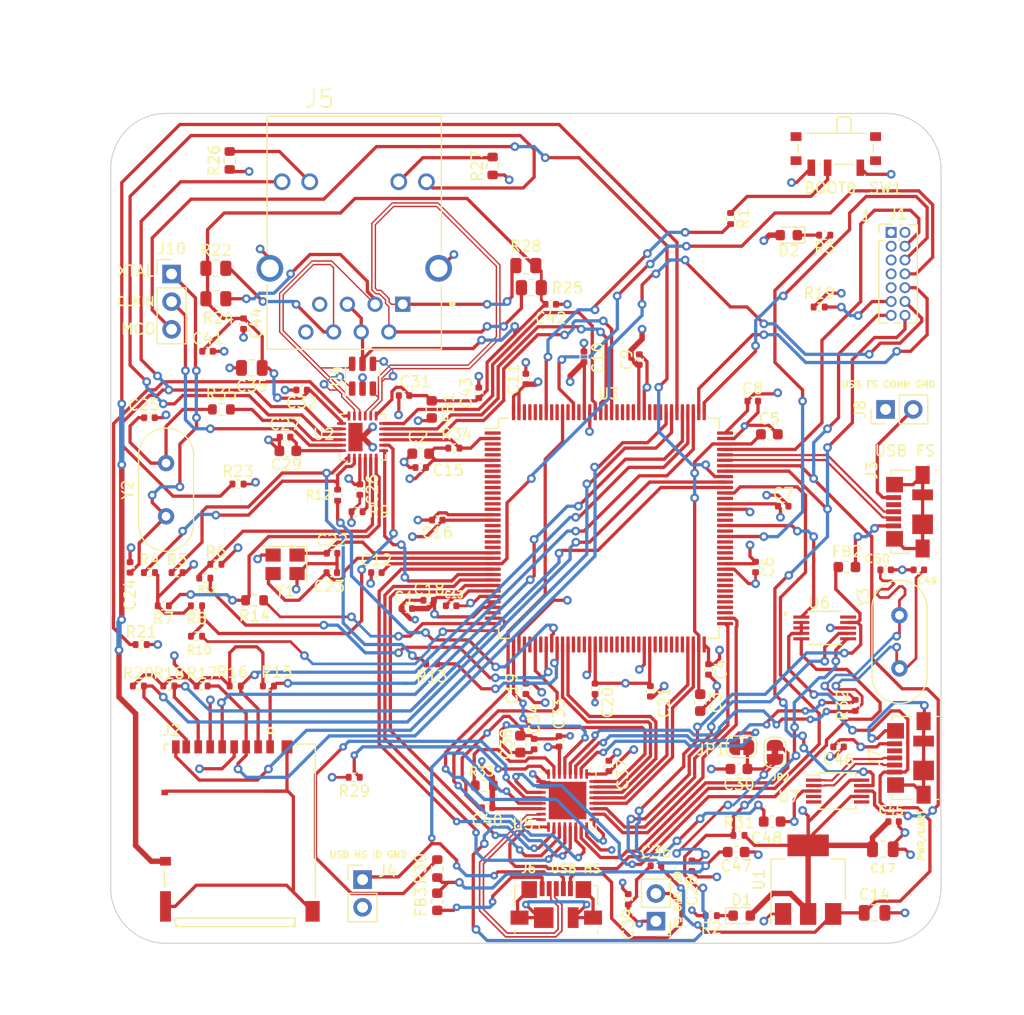
<source format=kicad_pcb>
(kicad_pcb (version 20211014) (generator pcbnew)
  (layers (0 "F.Cu" signal) (1 "In1.Cu" signal) (2 "In2.Cu" signal) (31 "B.Cu" signal) (34 "B.Paste" user) (35 "F.Paste" user) (36 "B.SilkS" user "B.Silkscreen") (37 "F.SilkS" user "F.Silkscreen") (38 "B.Mask" user) (39 "F.Mask" user) (44 "Edge.Cuts" user))
  (net 0 "")
  (net 1 "+3V3")
  (net 2 "GND")
  (net 3 "Net-(C3-Pad1)")
  (net 4 "/PHY_RST")
  (net 5 "VBUS")
  (net 6 "/RCC_OSC_IN")
  (net 7 "/RCC_OSC_OUT")
  (net 8 "Net-(C24-Pad1)")
  (net 9 "Net-(C12-Pad2)")
  (net 10 "Net-(C27-Pad2)")
  (net 11 "Net-(C28-Pad1)")
  (net 12 "Net-(C31-Pad1)")
  (net 13 "Net-(C34-Pad1)")
  (net 14 "Net-(C47-Pad1)")
  (net 15 "Net-(C48-Pad1)")
  (net 16 "Net-(C49-Pad1)")
  (net 17 "Net-(C50-Pad1)")
  (net 18 "Net-(D1-Pad1)")
  (net 19 "Net-(D2-Pad1)")
  (net 20 "Net-(FB2-Pad2)")
  (net 21 "Net-(FB3-Pad2)")
  (net 24 "Net-(J1-Pad4)")
  (net 25 "Net-(J1-Pad6)")
  (net 26 "Net-(J1-Pad8)")
  (net 28 "Net-(J1-Pad10)")
  (net 29 "Net-(J1-Pad11)")
  (net 30 "/USART_RX")
  (net 31 "/USART_TX")
  (net 32 "/USB_FS_D-")
  (net 33 "/SDIO_D2")
  (net 35 "Net-(J3-Pad5)")
  (net 36 "unconnected-(J3-Pad6)")
  (net 37 "Net-(J4-Pad1)")
  (net 38 "/ETH_TX+")
  (net 39 "/ETH_TX-")
  (net 40 "/ETH_RX+")
  (net 41 "/ETH_RX-")
  (net 42 "Net-(J5-Pad9)")
  (net 43 "Net-(J5-Pad10)")
  (net 44 "Net-(J5-Pad12)")
  (net 45 "Net-(J5-Pad11)")
  (net 46 "/USB_HS_D-")
  (net 47 "/USB_HS_D+")
  (net 48 "Net-(J6-Pad5)")
  (net 49 "unconnected-(J6-Pad6)")
  (net 50 "/CH340_D-")
  (net 51 "/CH340_D+")
  (net 53 "unconnected-(J7-Pad6)")
  (net 54 "Net-(JP1-Pad2)")
  (net 55 "Net-(JP2-Pad2)")
  (net 56 "Net-(R1-Pad1)")
  (net 57 "Net-(R1-Pad2)")
  (net 58 "Net-(R3-Pad1)")
  (net 59 "Net-(J2-PadSWA)")
  (net 60 "Net-(J2-PadSWB)")
  (net 61 "/PHY_RXD0")
  (net 62 "/PHY_RXD1")
  (net 63 "/PHY_CRSDV")
  (net 64 "/PHY_MDIO")
  (net 65 "/PHY_REFCLK")
  (net 66 "/PHY_RXER")
  (net 67 "/PHY_REFCLK_MCU")
  (net 68 "/PHY_CRSDV_MCU")
  (net 69 "/PHY_RXD0_MCU")
  (net 70 "Net-(R21-Pad1)")
  (net 71 "Net-(R29-Pad1)")
  (net 72 "Net-(R30-Pad1)")
  (net 73 "Net-(R31-Pad1)")
  (net 74 "Net-(R33-Pad1)")
  (net 75 "/PHY_RXD1_MCU")
  (net 76 "/PHY_MDIO_MCU")
  (net 77 "/PHY_MDC")
  (net 78 "/PHY_TXEN")
  (net 80 "Net-(C25-Pad1)")
  (net 98 "/ULPI_STP")
  (net 99 "/ULPI_DIR")
  (net 100 "/ULPI_NXT")
  (net 102 "/ULPI_D0")
  (net 104 "/ULPI_CK")
  (net 106 "/ULPI_D1")
  (net 107 "/ULPI_D2")
  (net 125 "/ULPI_D3")
  (net 126 "/ULPI_D4")
  (net 127 "/ULPI_D5")
  (net 128 "/ULPI_D6")
  (net 142 "Net-(U3-Pad91)")
  (net 146 "/ULPI_RESET")
  (net 147 "Net-(J10-Pad2)")
  (net 158 "/ULPI_D7")
  (net 165 "Net-(U5-Pad3)")
  (net 170 "/SDIO_D3")
  (net 171 "/SDIO_CMD")
  (net 172 "/SDIO_CK")
  (net 173 "/SDIO_D0")
  (net 174 "/SDIO_D1")
  (net 175 "/PHY_TXD0")
  (net 176 "Net-(J2-PadP1)")
  (net 177 "/PHY_TXD1")
  (net 178 "/USB_FS_D+")
  (net 179 "Net-(J10-Pad3)")
  (net 180 "Net-(R35-Pad2)")
  (footprint "Resistor_SMD:R_0603_1608Metric" (layer "F.Cu") (at 136.652 55.626 90)
    (fp_text reference "R27")
    (fp_text value "270R")
  )
  (footprint "Resistor_SMD:R_0402_1005Metric" (layer "F.Cu") (at 106.934 103.378)
    (fp_text reference "R18")
    (fp_text value "47k")
  )
  (footprint "Resistor_SMD:R_0603_1608Metric" (layer "F.Cu") (at 135.89 112.522)
    (fp_text reference "R33")
    (fp_text value "0R")
  )
  (footprint "Capacitor_SMD:C_0402_1005Metric" (layer "F.Cu") (at 139.7 75.184 90)
    (fp_text reference "C11")
    (fp_text value "100n")
  )
  (footprint "Capacitor_SMD:C_0402_1005Metric" (layer "F.Cu") (at 113.792 70.104 -90)
    (fp_text reference "C44")
    (fp_text value "100n")
  )
  (footprint "Capacitor_SMD:C_0402_1005Metric" (layer "F.Cu") (at 175.768 92.71 180)
    (fp_text reference "C49")
    (fp_text value "33p")
  )
  (footprint "Capacitor_SMD:C_0402_1005Metric" (layer "F.Cu") (at 135.382 76.454 90)
    (fp_text reference "C43")
    (fp_text value "100n")
  )
  (footprint "Capacitor_SMD:C_0402_1005Metric" (layer "F.Cu") (at 163.322 86.868)
    (fp_text reference "C7")
    (fp_text value "100n")
  )
  (footprint "LED_SMD:LED_0603_1608Metric" (layer "F.Cu") (at 163.83 61.976 180)
    (fp_text reference "D2")
    (fp_text value "LED")
  )
  (footprint "Capacitor_SMD:C_0402_1005Metric" (layer "F.Cu") (at 125.984 92.964)
    (fp_text reference "C12")
    (fp_text value "100n")
  )
  (footprint "Resistor_SMD:R_0402_1005Metric" (layer "F.Cu") (at 122.428 85.852 90)
    (fp_text reference "R12")
    (fp_text value "33R")
  )
  (footprint "Resistor_SMD:R_0402_1005Metric" (layer "F.Cu") (at 109.982 103.378)
    (fp_text reference "R17")
    (fp_text value "47k")
  )
  (footprint "Jumper:SolderJumper-2_P1.3mm_Bridged_RoundedPad1.0x1.5mm" (layer "F.Cu") (at 162.56 109.474 90)
    (fp_text reference "JP2")
    (fp_text value "SolderJumper_2_Bridged" hide)
  )
  (footprint "Button_Switch_SMD:SW_SPDT_PCM12" (layer "F.Cu") (at 168.148 54.356 180)
    (fp_text reference "SW1")
    (fp_text value "SW_SPDT")
  )
  (footprint "Resistor_SMD:R_0603_1608Metric" (layer "F.Cu") (at 112.522 55.118 90)
    (fp_text reference "R26")
    (fp_text value "270R")
  )
  (footprint "Resistor_SMD:R_0402_1005Metric" (layer "F.Cu") (at 116.078 103.378)
    (fp_text reference "R15")
    (fp_text value "47k")
  )
  (footprint "MAX1823BEUB_T:SOP50P490X110-10N" (layer "F.Cu") (at 167.132 98.044)
    (fp_text reference "U6")
    (fp_text value "MAX1823BEUB")
  )
  (footprint "Capacitor_SMD:C_0402_1005Metric" (layer "F.Cu") (at 145.034 73.152 90)
    (fp_text reference "C10")
    (fp_text value "100n")
  )
  (footprint "Resistor_SMD:R_0805_2012Metric" (layer "F.Cu") (at 139.7 64.77 180)
    (fp_text reference "R28")
    (fp_text value "49.9R")
  )
  (footprint "Resistor_SMD:R_0402_1005Metric" (layer "F.Cu") (at 104.14 103.378)
    (fp_text reference "R20")
    (fp_text value "47k")
  )
  (footprint "Connector_PinHeader_2.54mm:PinHeader_1x03_P2.54mm_Vertical" (layer "F.Cu") (at 107.188 65.547)
    (fp_text reference "J10")
    (fp_text value "Conn_01x03_Male")
  )
  (footprint "Resistor_SMD:R_0402_1005Metric" (layer "F.Cu") (at 111.252 92.202)
    (fp_text reference "R6")
    (fp_text value "10k")
  )
  (footprint "Connector_USB:USB_Micro-B_Molex_47346-0001" (layer "F.Cu") (at 175.006 109.982 90)
    (fp_text reference "J7")
    (fp_text value "USB_B_Micro")
  )
  (footprint "Resistor_SMD:R_0402_1005Metric" (layer "F.Cu") (at 107.696 92.964)
    (fp_text reference "R5")
    (fp_text value "10k")
  )
  (footprint "Package_TO_SOT_SMD:SOT-223-3_TabPin2" (layer "F.Cu") (at 165.608 121.158 90)
    (fp_text reference "U1")
    (fp_text value "AMS1117-3.3")
  )
  (footprint "HR911105A:HANRUN_HR911105A" (layer "F.Cu") (at 123.952 61.976)
    (fp_text reference "J5")
    (fp_text value "HR911105A")
  )
  (footprint "Resistor_SMD:R_0402_1005Metric" (layer "F.Cu") (at 166.624 68.58)
    (fp_text reference "R19")
    (fp_text value "100R")
  )
  (footprint "Connector_USB:USB_Micro-B_Molex_47346-0001" (layer "F.Cu") (at 142.494 123.444)
    (fp_text reference "J6")
    (fp_text value "USB_B_Micro")
  )
  (footprint "Resistor_SMD:R_0603_1608Metric" (layer "F.Cu") (at 131.572 120.142 -90)
    (fp_text reference "R30")
    (fp_text value "820R")
  )
  (footprint "Capacitor_SMD:C_0402_1005Metric" (layer "F.Cu") (at 132.842 96.012)
    (fp_text reference "C13")
    (fp_text value "100n")
  )
  (footprint "Capacitor_SMD:C_0402_1005Metric" (layer "F.Cu") (at 151.13 103.858 -90)
    (fp_text reference "C21")
    (fp_text value "100n")
  )
  (footprint "Capacitor_SMD:C_0402_1005Metric" (layer "F.Cu") (at 131.572 88.138 180)
    (fp_text reference "C16")
    (fp_text value "100n")
  )
  (footprint "Capacitor_SMD:C_0603_1608Metric" (layer "F.Cu") (at 159.004 118.618)
    (fp_text reference "C47")
    (fp_text value "4.7u")
  )
  (footprint "Capacitor_SMD:C_0402_1005Metric" (layer "F.Cu") (at 117.602 80.518)
    (fp_text reference "C27")
    (fp_text value "470p")
  )
  (footprint "Connector_PinHeader_2.54mm:PinHeader_1x02_P2.54mm_Vertical" (layer "F.Cu") (at 151.638 124.973 180)
    (fp_text reference "J9")
    (fp_text value "Conn_01x02_Male" hide)
  )
  (footprint "Capacitor_SMD:C_0402_1005Metric" (layer "F.Cu") (at 124.46 85.344 -90)
    (fp_text reference "C26")
    (fp_text value "100n")
  )
  (footprint "Resistor_SMD:R_0402_1005Metric" (layer "F.Cu") (at 109.474 96.012 180)
    (fp_text reference "R8")
    (fp_text value "10k")
  )
  (footprint "Inductor_SMD:L_0603_1608Metric" (layer "F.Cu") (at 131.572 123.19 -90)
    (fp_text reference "FB3")
    (fp_text value "120R")
  )
  (footprint "Resistor_SMD:R_0402_1005Metric" (layer "F.Cu") (at 113.284 84.836)
    (fp_text reference "R23")
    (fp_text value "10k")
  )
  (footprint "Capacitor_SMD:C_0603_1608Metric" (layer "F.Cu") (at 155.702 104.902 -90)
    (fp_text reference "C3")
    (fp_text value "2.2u")
  )
  (footprint "Resistor_SMD:R_0402_1005Metric" (layer "F.Cu") (at 167.132 61.976 180)
    (fp_text reference "R3")
    (fp_text value "1k5")
  )
  (footprint "Package_TO_SOT_SMD:SOT-23-6" (layer "F.Cu") (at 124.714 74.93 90)
    (fp_text reference "U4")
    (fp_text value "USBLC6-4SC6")
  )
  (footprint "Package_DFN_QFN:QFN-24-1EP_4x4mm_P0.5mm_EP2.6x2.6mm" (layer "F.Cu") (at 124.714 80.518)
    (fp_text reference "U2")
    (fp_text value "LAN8720A")
  )
  (footprint "Resistor_SMD:R_0402_1005Metric" (layer "F.Cu") (at 124.206 87.376 180)
    (fp_text reference "R9")
    (fp_text value "10k")
  )
  (footprint "Crystal:Crystal_HC49-U_Vertical" (layer "F.Cu") (at 106.68 87.794 90)
    (fp_text reference "Y2")
    (fp_text value "25MHz")
  )
  (footprint "Resistor_SMD:R_0402_1005Metric" (layer "F.Cu") (at 169.926 105.156 90)
    (fp_text reference "R32")
    (fp_text value "1M")
  )
  (footprint "Capacitor_SMD:C_0402_1005Metric" (layer "F.Cu") (at 128.778 96.266 180)
    (fp_text reference "C1")
    (fp_text value "100n")
  )
  (footprint "Capacitor_SMD:C_0603_1608Metric" (layer "F.Cu") (at 139.192 108.712 90)
    (fp_text reference "C38")
    (fp_text value "4.7u")
  )
  (footprint "Capacitor_SMD:C_0402_1005Metric" (layer "F.Cu") (at 156.464 101.854 -90)
    (fp_text reference "C4")
    (fp_text value "100n")
  )
  (footprint "Capacitor_SMD:C_0402_1005Metric" (layer "F.Cu") (at 140.462 108.712 90)
    (fp_text reference "C34")
    (fp_text value "100n")
  )
  (footprint "Resistor_SMD:R_0402_1005Metric" (layer "F.Cu") (at 133.096 81.534)
    (fp_text reference "R34")
    (fp_text value "4k7")
  )
  (footprint "Resistor_SMD:R_0402_1005Metric" (layer "F.Cu") (at 159.258 117.094)
    (fp_text reference "R31")
    (fp_text value "100k")
  )
  (footprint "Capacitor_SMD:C_0603_1608Metric" (layer "F.Cu") (at 159.258 110.998 180)
    (fp_text reference "C30")
    (fp_text value "4.7u")
  )
  (footprint "Inductor_SMD:L_0603_1608Metric" (layer "F.Cu") (at 169.164 92.456)
    (fp_text reference "FB2")
    (fp_text value "120R")
  )
  (footprint "Capacitor_SMD:C_0603_1608Metric" (layer "F.Cu") (at 130.048 82.042 180)
    (fp_text reference "C2")
    (fp_text value "4.7u")
  )
  (footprint "Capacitor_SMD:C_0402_1005Metric" (layer "F.Cu") (at 149.098 122.964 -90)
    (fp_text reference "C39")
    (fp_text value "100n")
  )
  (footprint "Capacitor_SMD:C_0603_1608Metric" (layer "F.Cu") (at 162.052 80.264)
    (fp_text reference "C5")
    (fp_text value "2.2u")
  )
  (footprint "Resistor_SMD:R_0402_1005Metric" (layer "F.Cu") (at 131.064 101.346 180)
    (fp_text reference "R13")
    (fp_text value "33R")
  )
  (footprint "Capacitor_SMD:C_0402_1005Metric" (layer "F.Cu") (at 130.048 83.312 180)
    (fp_text reference "C15")
    (fp_text value "100n")
  )
  (footprint "Inductor_SMD:L_0603_1608Metric" (layer "F.Cu") (at 131.064 77.978 90)
    (fp_text reference "FB1")
    (fp_text value "600R")
  )
  (footprint "Capacitor_SMD:C_0402_1005Metric" (layer "F.Cu") (at 110.49 72.644)
    (fp_text reference "C41")
    (fp_text value "100n")
  )
  (footprint "Connector_PinHeader_2.54mm:PinHeader_1x02_P2.54mm_Vertical" (layer "F.Cu") (at 124.714 121.153)
    (fp_text reference "J4")
    (fp_text value "Conn_01x02_Male")
  )
  (footprint "Connector_PinHeader_2.54mm:PinHeader_1x02_P2.54mm_Vertical" (layer "F.Cu") (at 172.715 77.978 90)
    (fp_text reference "J8")
    (fp_text value "Conn_01x02_Male")
  )
  (footprint "Package_DFN_QFN:QFN-32-1EP_5x5mm_P0.5mm_EP3.45x3.45mm" (layer "F.Cu") (at 143.53 113.8945)
    (fp_text reference "U5")
    (fp_text value "USB3300-EZK")
  )
  (footprint "Capacitor_SMD:C_0402_1005Metric" (layer "F.Cu") (at 172.72 92.71)
    (fp_text reference "C50")
    (fp_text value "33p")
  )
  (footprint "Resistor_SMD:R_0603_1608Metric" (layer "F.Cu") (at 111.76 77.978)
    (fp_text reference "R35")
    (fp_text value "0R")
  )
  (footprint "Resistor_SMD:R_0402_1005Metric" (layer "F.Cu") (at 156.718 124.46 180)
    (fp_text reference "R2")
    (fp_text value "1k5")
  )
  (footprint "Resistor_SMD:R_0402_1005Metric" (layer "F.Cu") (at 123.952 111.76 180)
    (fp_text reference "R29")
    (fp_text value "12k")
  )
  (footprint "Capacitor_SMD:C_0603_1608Metric" (layer "F.Cu") (at 162.306 115.824)
    (fp_text reference "C48")
    (fp_text value "4.7u")
  )
  (footprint "Capacitor_SMD:C_0402_1005Metric" (layer "F.Cu") (at 151.638 119.888 180)
    (fp_text reference "C36")
    (fp_text value "100n")
  )
  (footprint "Resistor_SMD:R_0402_1005Metric" (layer "F.Cu") (at 105.156 92.964)
    (fp_text reference "R4")
    (fp_text value "10k")
  )
  (footprint "Capacitor_SMD:C_0402_1005Metric" (layer "F.Cu") (at 119.126 76.2 180)
    (fp_text reference "C32")
    (fp_text value "100n")
  )
  (footprint "Capacitor_SMD:C_0402_1005Metric" (layer "F.Cu") (at 121.892 92.964)
    (fp_text reference "C23")
    (fp_text value "10p")
  )
  (footprint "Resistor_SMD:R_0402_1005Metric" (layer "F.Cu") (at 109.474 98.806 180)
    (fp_text reference "R10")
    (fp_text value "33R")
  )
  (footprint "LED_SMD:LED_0603_1608Metric" (layer "F.Cu") (at 159.512 124.46)
    (fp_text reference "D1")
    (fp_text value "LED")
  )
  (footprint "Capacitor_SMD:C_0402_1005Metric" (layer "F.Cu") (at 139.7 103.632 -90)
    (fp_text reference "C19")
    (fp_text value "100n")
  )
  (footprint "Resistor_SMD:R_0402_1005Metric" (layer "F.Cu") (at 113.03 103.378)
    (fp_text reference "R16")
    (fp_text value "47k")
  )
  (footprint "Resistor_SMD:R_0402_1005Metric" (layer "F.Cu") (at 110.236 93.472 180)
    (fp_text reference "R11")
    (fp_text value "33R")
  )
  (footprint "Capacitor_SMD:C_0402_1005Metric" (layer "F.Cu") (at 160.528 77.216)
    (fp_text reference "C8")
    (fp_text value "100n")
  )
  (footprint "Capacitor_SMD:C_0402_1005Metric" (layer "F.Cu") (at 141.986 68.326)
    (fp_text reference "C42")
    (fp_text value "100n")
  )
  (footprint "Connector_PinHeader_1.27mm:PinHeader_2x07_P1.27mm_Vertical" (layer "F.Cu") (at 173.228 61.722)
    (fp_text reference "J1")
    (fp_text value "Conn_02x07_Odd_Even")
  )
  (footprint "Capacitor_SMD:C_0603_1608Metric" (layer "F.Cu") (at 117.856 81.788)
    (fp_text reference "C29")
    (fp_text value "1u")
  )
  (footprint "Capacitor_SMD:C_0402_1005Metric" (layer "F.Cu") (at 168.402 108.966 180)
    (fp_text reference "C46")
    (fp_text value "100n")
  )
  (footprint "Capacitor_SMD:C_0402_1005Metric" (layer "F.Cu") (at 173.454 115.824)
    (fp_text reference "C45")
    (fp_text value "100n")
  )
  (footprint "Capacitor_SMD:C_0402_1005Metric" (layer "F.Cu") (at 136.144 114.554 180)
    (fp_text reference "C40")
    (fp_text value "100n")
  )
  (footprint "Crystal:Crystal_SMD_3225-4Pin_3.2x2.5mm" (layer "F.Cu") (at 117.602 92.202 180)
    (fp_text reference "Y1")
    (fp_text value "25MHz")
  )
  (footprint "Capacitor_SMD:C_0402_1005Metric" (layer "F.Cu") (at 146.05 103.632 -90)
    (fp_text reference "C20")
    (fp_text value "100n")
  )
  (footprint "Resistor_SMD:R_0805_2012Metric" (layer "F.Cu") (at 111.252 67.818)
    (fp_text reference "R24")
    (fp_text value "49.9R")
  )
  (footprint "Capacitor_SMD:C_0402_1005Metric" (layer "F.Cu") (at 103.378 92.484 90)
    (fp_text reference "C24")
    (fp_text value "30p")
  )
  (footprint "Resistor_SMD:R_0805_2012Metric" (layer "F.Cu") (at 140.208 66.802 180)
    (fp_text reference "R25")
    (fp_text value "49.9R")
  )
  (footprint "Capacitor_SMD:C_0402_1005Metric" (layer "F.Cu") (at 128.524 76.708 180)
    (fp_text reference "C31")
    (fp_text value "100n")
  )
  (footprint "Capacitor_SMD:C_0402_1005Metric" (layer "F.Cu") (at 105.156 78.74)
    (fp_text reference "C25")
    (fp_text value "30p")
  )
  (footprint "Resistor_SMD:R_0603_1608Metric" (layer "F.Cu") (at 114.808 95.504 180)
    (fp_text reference "R14")
    (fp_text value "0R")
  )
  (footprint "Crystal:Crystal_HC49-U_Vertical" (layer "F.Cu") (at 173.99 101.764 90)
    (fp_text reference "Y3")
    (fp_text value "24MHz")
  )
  (footprint "Package_QFP:LQFP-144_20x20mm_P0.5mm" (layer "F.Cu") (at 147.32 88.9)
    (fp_text reference "U3")
    (fp_text value "STM32F407ZGTx")
  )
  (footprint "Capacitor_SMD:C_0402_1005Metric" (layer "F.Cu") (at 142.748 108.458 90)
    (fp_text reference "C33")
    (fp_text value "100n")
  )
  (footprint "Jumper:SolderJumper-2_P1.3mm_Bridged_RoundedPad1.0x1.5mm" (layer "F.Cu") (at 159.512 108.966 180)
    (fp_text reference "JP1")
    (fp_text value "SolderJumper_2_Bridged" hide)
  )
  (footprint "Capacitor_SMD:C_0402_1005Metric" (layer "F.Cu") (at 150.114 73.406 90)
    (fp_text reference "C9")
    (fp_text value "100n")
  )
  (footprint "Capacitor_SMD:C_0805_2012Metric" (layer "F.Cu") (at 172.466 118.364)
    (fp_text reference "C17")
    (fp_text value "22u")
  )
  (footprint "Resistor_SMD:R_0402_1005Metric" (layer "F.Cu") (at 106.426 96.012 180)
    (fp_text reference "R7")
    (fp_text value "1k5")
  )
  (footprint "DM3AT-SF-PEJM5:HRS_DM3AT-SF-PEJM5" (layer "F.Cu") (at 113.03 108.966)
    (fp_text reference "J2")
    (fp_text value "DM3AT-SF-PEJM5")
  )
  (footprint "Capacitor_SMD:C_0402_1005Metric" (layer "F.Cu") (at 160.782 92.456 -90)
    (fp_text reference "C6")
    (fp_text value "100n")
  )
  (footprint "Capacitor_SMD:C_0402_1005Metric" (layer "F.Cu") (at 147.32 110.716 90)
    (fp_text reference "C37")
    (fp_text value "100n")
  )
  (footprint "Capacitor_SMD:C_0805_2012Metric" (layer "F.Cu") (at 114.554 74.168 180)
    (fp_text reference "C35")
    (fp_text value "10u")
  )
  (footprint "Capacitor_SMD:C_0402_1005Metric" (layer "F.Cu") (at 121.92 91.186)
    (fp_text reference "C22")
    (fp_text value "10p")
  )
  (footprint "Capacitor_SMD:C_0805_2012Metric" (layer "F.Cu") (at 171.704 124.206)
    (fp_text reference "C14")
    (fp_text value "22u")
  )
  (footprint "Connector_USB:USB_Micro-B_Molex_47346-0001" (layer "F.Cu") (at 174.914 87.376 90)
    (fp_text reference "J3")
    (fp_text value "USB_B_Micro")
  )
  (footprint "Resistor_SMD:R_0402_1005Metric" (layer "F.Cu") (at 158.496 60.45 -90)
    (fp_text reference "R1")
    (fp_text value "4.7k")
  )
  (footprint "Package_SO:MSOP-10_3x3mm_P0.5mm" (layer "F.Cu") (at 168.316 113.022)
    (fp_text reference "U7")
    (fp_text value "CH340E")
  )
  (footprint "Resistor_SMD:R_0402_1005Metric" (layer "F.Cu") (at 104.394 99.568)
    (fp_text reference "R21")
    (fp_text value "12.1k")
  )
  (footprint "Capacitor_SMD:C_0402_1005Metric" (layer "F.Cu") (at 130.782 95.504 180)
    (fp_text reference "C18")
    (fp_text value "100n")
  )
  (footprint "Capacitor_SMD:C_0402_1005Metric" (layer "F.Cu") (at 154.94 119.888 -90)
    (fp_text reference "C28")
    (fp_text value "100n")
  )
  (footprint "Resistor_SMD:R_0805_2012Metric" (layer "F.Cu") (at 111.252 65.024)
    (fp_text reference "R22")
    (fp_text value "49.9R")
  )
  (gr_arc (start 101.6 55.88) (mid 103.087898 52.287898) (end 106.68 50.8) (layer "Edge.Cuts") (width 0.1))
  (gr_arc (start 177.8 121.92) (mid 176.312102 125.512102) (end 172.72 127) (layer "Edge.Cuts") (width 0.1))
  (gr_line (start 177.8 55.88) (end 177.8 121.92) (layer "Edge.Cuts") (width 0.1))
  (gr_line (start 101.6 121.92) (end 101.6 55.88) (layer "Edge.Cuts") (width 0.1))
  (gr_arc (start 106.68 127) (mid 103.087898 125.512102) (end 101.6 121.92) (layer "Edge.Cuts") (width 0.1))
  (gr_line (start 106.68 50.8) (end 172.72 50.8) (layer "Edge.Cuts") (width 0.1))
  (gr_line (start 172.72 127) (end 106.68 127) (layer "Edge.Cuts") (width 0.1))
  (gr_arc (start 172.72 50.8) (mid 176.312102 52.287898) (end 177.8 55.88) (layer "Edge.Cuts") (width 0.1))
  (gr_text "PWR/UART" (at 176.022 117.094 90) (layer "F.SilkS") (effects (font (size 0.6 0.6))))
  (gr_text "USB HS ID GND" (at 125.222 118.872) (layer "F.SilkS") (effects (font (size 0.6 0.6))))
  (gr_text "USB HS" (at 144.272 120.142) (layer "F.SilkS") (effects (font (size 0.8 0.8))))
  (gr_text "USB FS" (at 174.498 81.788) (layer "F.SilkS") (effects (font (size 1 1))))
  (gr_text "MCO" (at 104.14 70.612) (layer "F.SilkS") (effects (font (size 1 1))))
  (gr_text "CLKIN" (at 103.886 68.072) (layer "F.SilkS") (effects (font (size 0.8 0.8))))
  (gr_text "BOOT0" (at 167.64 57.658) (layer "F.SilkS") (effects (font (size 1 1))))
  (gr_text "USB FS CONN GND" (at 172.974 75.692) (layer "F.SilkS") (effects (font (size 0.6 0.6))))
  (gr_text "1" (at 170.942 60.198) (layer "F.SilkS") (effects (font (size 1 1))))
  (gr_text "XTAL" (at 103.886 65.278) (layer "F.SilkS") (effects (font (size 1 1))))
  (gr_text "FS GND" (at 153.67 123.952 90) (layer "F.SilkS") (effects (font (size 0.6 0.6))))
  (segment (start 171.16 118.008) (end 171.516 118.364) (width 0.5) (layer "F.Cu") (net 1))
  (segment (start 163.068 87.094) (end 162.842 86.868) (width 0.3) (layer "F.Cu") (net 1))
  (segment (start 147.420661 111.196) (end 147.32 111.196) (width 0.3) (layer "F.Cu") (net 1))
  (segment (start 115.0165 99.7765) (end 115.568 100.328) (width 0.3) (layer "F.Cu") (net 1))
  (segment (start 148.59 121.412) (end 148.59 121.976) (width 0.3) (layer "F.Cu") (net 1))
  (segment (start 143.764 75.438) (end 143.764 74.902) (width 0.5) (layer "F.Cu") (net 1))
  (segment (start 132.586 81.534) (end 131.331 81.534) (width 0.3) (layer "F.Cu") (net 1))
  (segment (start 149.354 73.310386) (end 149.929614 73.886) (width 0.5) (layer "F.Cu") (net 1))
  (segment (start 164.084 57.15) (end 164.534 57.15) (width 0.3) (layer "F.Cu") (net 1))
  (segment (start 136.6575 95.65) (end 136.1575 96.15) (width 0.3) (layer "F.Cu") (net 1))
  (segment (start 133.081035 95.25) (end 132.362 95.969035) (width 0.3) (layer "F.Cu") (net 1))
  (segment (start 131.516 95.25) (end 131.262 95.504) (width 0.3) (layer "F.Cu") (net 1))
  (segment (start 130.570965 89.662) (end 132.052 88.180965) (width 0.3) (layer "F.Cu") (net 1))
  (segment (start 156.07 99.5625) (end 156.464 99.9565) (width 0.3) (layer "F.Cu") (net 1))
  (segment (start 136.7145 114.6445) (end 136.624 114.554) (width 0.3) (layer "F.Cu") (net 1))
  (segment (start 168.882 109.008965) (end 168.882 108.966) (width 0.3) (layer "F.Cu") (net 1))
  (segment (start 151.07 103.318) (end 151.13 103.378) (width 0.3) (layer "F.Cu") (net 1))
  (segment (start 135.661326 110.769326) (end 136.398 111.506) (width 0.3) (layer "F.Cu") (net 1))
  (segment (start 140.8205 75.438) (end 140.5945 75.664) (width 0.5) (layer "F.Cu") (net 1))
  (segment (start 162.712 76.556) (end 160.665035 76.556) (width 0.3) (layer "F.Cu") (net 1))
  (segment (start 163.068 87.884) (end 163.068 87.094) (width 0.3) (layer "F.Cu") (net 1))
  (segment (start 146.078 103.124) (end 146.05 103.152) (width 0.3) (layer "F.Cu") (net 1))
  (segment (start 139.57 99.5625) (end 139.57 103.022) (width 0.3) (layer "F.Cu") (net 1))
  (segment (start 147.059 111.457) (end 147.32 111.196) (width 0.3) (layer "F.Cu") (net 1))
  (segment (start 123.98 84.864) (end 124.46 84.864) (width 0.3) (layer "F.Cu") (net 1))
  (segment (start 141.16193 103.953789) (end 140.360141 103.152) (width 0.3) (layer "F.Cu") (net 1))
  (segment (start 150.07 73.93) (end 150.114 73.886) (width 0.3) (layer "F.Cu") (net 1))
  (segment (start 145.28 111.457) (end 147.059 111.457) (width 0.3) (layer "F.Cu") (net 1))
  (segment (start 124.464 84.86) (end 124.46 84.864) (width 0.3) (layer "F.Cu") (net 1))
  (segment (start 145.28 117.140894) (end 145.387553 117.248447) (width 0.3) (layer "F.Cu") (net 1))
  (segment (start 131.19 82.65) (end 130.528 83.312) (width 0.3) (layer "F.Cu") (net 1))
  (segment (start 129.258 96.266) (end 130.684386 96.266) (width 0.5) (layer "F.Cu") (net 1))
  (segment (start 165.608 124.058) (end 163.978 122.428) (width 0.5) (layer "F.Cu") (net 1))
  (segment (start 105.916 95.254) (end 108.206 92.964) (width 0.3) (layer "F.Cu") (net 1))
  (segment (start 140.5945 75.664) (end 139.7 75.664) (width 0.5) (layer "F.Cu") (net 1))
  (segment (start 150.368 70.612) (end 150.368 71.527614) (width 0.5) (layer "F.Cu") (net 1))
  (segment (start 134.874 97.028) (end 135.752 96.15) (width 0.3) (layer "F.Cu") (net 1))
  (segment (start 151.07 99.5625) (end 151.07 103.318) (width 0.3) (layer "F.Cu") (net 1))
  (segment (start 157.48 100.076) (end 157.48 100.873483) (width 0.3) (layer "F.Cu") (net 1))
  (segment (start 132.064 88.15) (end 132.052 88.138) (width 0.3) (layer "F.Cu") (net 1))
  (segment (start 131.431 82.65) (end 131.19 82.65) (width 0.3) (layer "F.Cu") (net 1))
  (segment (start 111.819977 110.976023) (end 112.93 109.866) (width 0.3) (layer "F.Cu") (net 1))
  (segment (start 146.07 103.132) (end 146.05 103.152) (width 0.3) (layer "F.Cu") (net 1))
  (segment (start 165.608 115.88) (end 165.608 118.008) (width 0.3) (layer "F.Cu") (net 1))
  (segment (start 165.608 124.308) (end 165.608 124.058) (width 0.5) (layer "F.Cu") (net 1))
  (segment (start 165.608 118.008) (end 171.16 118.008) (width 0.5) (layer "F.Cu") (net 1))
  (segment (start 160.048 78.0845) (end 160.048 77.216) (width 0.3) (layer "F.Cu") (net 1))
  (segment (start 138.57 76.794) (end 139.07 76.294) (width 0.3) (layer "F.Cu") (net 1))
  (segment (start 104.646 102.362) (end 103.63 103.378) (width 0.3) (layer "F.Cu") (net 1))
  (segment (start 112.93 109.866) (end 112.93 108.966) (width 0.3) (layer "F.Cu") (net 1))
  (segment (start 130.684386 96.266) (end 131.262 95.688386) (width 0.5) (layer "F.Cu") (net 1))
  (segment (start 135.752 96.15) (end 136.6575 96.15) (width 0.3) (layer "F.Cu") (net 1))
  (segment (start 149.606 109.22) (end 149.396661 109.22) (width 0.3) (layer "F.Cu") (net 1))
  (segment (start 157.9825 80.15) (end 160.048 78.0845) (width 0.3) (layer "F.Cu") (net 1))
  (segment (start 107.442 101.348) (end 109.472 103.378) (width 0.3) (layer "F.Cu") (net 1))
  (segment (start 135.661326 110.260619) (end 135.661326 110.769326) (width 0.3) (layer "F.Cu") (net 1))
  (segment (start 143.764 74.902) (end 145.034 73.632) (width 0.5) (layer "F.Cu") (net 1))
  (segment (start 170.516 113.522) (end 169.516 113.522) (width 0.3) (layer "F.Cu") (net 1))
  (segment (start 160.665035 76.556) (end 160.048 77.173035) (width 0.3) (layer "F.Cu") (net 1))
  (segment (start 124.464 82.4555) (end 124.464 84.86) (width 0.3) (layer "F.Cu") (net 1))
  (segment (start 105.916 96.012) (end 105.916 93.214) (width 0.3) (layer "F.Cu") (net 1))
  (segment (start 139.07 76.294) (end 139.07 78.2375) (width 0.3) (layer "F.Cu") (net 1))
  (segment (start 113.284 90.68) (end 111.762 92.202) (width 0.3) (layer "F.Cu") (net 1))
  (segment (start 148.59 121.976) (end 149.098 122.484) (width 0.3) (layer "F.Cu") (net 1))
  (segment (start 134.458 94.65) (end 133.858 95.25) (width 0.3) (layer "F.Cu") (net 1))
  (segment (start 169.516 113.522) (end 165.608 117.43) (width 0.3) (layer "F.Cu") (net 1))
  (segment (start 141.732 108.9815) (end 142.7045 108.9815) (width 0.3) (layer "F.Cu") (net 1))
  (segment (start 108.294 96.682) (end 106.586 96.682) (width 0.3) (layer "F.Cu") (net 1))
  (segment (start 109.472 103.378) (end 110.234 102.616) (width 0.3) (layer "F.Cu") (net 1))
  (segment (start 131.262 95.688386) (end 131.262 95.504) (width 0.5) (layer "F.Cu") (net 1))
  (segment (start 115.568 100.328) (end 115.568 103.378) (width 0.3) (layer "F.Cu") (net 1))
  (segment (start 112.52 100.332) (end 113.0755 99.7765) (width 0.3) (layer "F.Cu") (net 1))
  (segment (start 106.424 103.376) (end 105.41 102.362) (width 0.3) (layer "F.Cu") (net 1))
  (segment (start 110.234 102.616) (end 111.76 102.616) (width 0.3) (layer "F.Cu") (net 1))
  (segment (start 109.749977 110.976023) (end 111.819977 110.976023) (width 0.3) (layer "F.Cu") (net 1))
  (segment (start 162.624 86.65) (end 162.842 86.868) (width 0.3) (layer "F.Cu") (net 1))
  (segment (start 156.464 99.9565) (end 156.464 101.374) (width 0.3) (layer "F.Cu") (net 1))
  (segment (start 160.682 118.008) (end 159.768 117.094) (width 0.3) (layer "F.Cu") (net 1))
  (segment (start 157.9825 92.15) (end 160.608 92.15) (width 0.3) (layer "F.Cu") (net 1))
  (segment (start 131.318 95.56) (end 131.262 95.504) (width 0.3) (layer "F.Cu") (net 1))
  (segment (start 162.052 61.976) (end 161.544 62.484) (width 0.5) (layer "F.Cu") (net 1))
  (segment (start 160.608 92.15) (end 160.782 91.976) (width 0.3) (layer "F.Cu") (net 1))
  (segment (start 165.608 117.43) (end 165.608 118.008) (width 0.3) (layer "F.Cu") (net 1))
  (segment (start 131.331 81.534) (end 130.823 82.042) (width 0.3) (layer "F.Cu") (net 1))
  (segment (start 142.78 111.457) (end 142.78 108.97) (width 0.3) (layer "F.Cu") (net 1))
  (segment (start 108.459 92.964) (end 108.206 92.964) (width 0.3) (layer "F.Cu") (net 1))
  (segment (start 130.813523 79.015977) (end 131.064 78.7655) (width 0.3) (layer "F.Cu") (net 1))
  (segment (start 160.274 90.424) (end 160.274 91.468) (width 0.3) (layer "F.Cu") (net 1))
  (segment (start 163.978 122.428) (end 162.3315 122.428) (width 0.5) (layer "F.Cu") (net 1))
  (segment (start 131.572 97.028) (end 134.874 97.028) (width 0.3) (layer "F.Cu") (net 1))
  (segment (start 148.844 103.124) (end 146.078 103.124) (width 0.3) (layer "F.Cu") (net 1))
  (segment (start 149.354 72.541614) (end 149.354 73.310386) (width 0.5) (layer "F.Cu") (net 1))
  (segment (start 171.516 118.364) (end 171.516 117.282) (width 0.5) (layer "F.Cu") (net 1))
  (segment (start 146.07 99.5625) (end 146.07 103.132) (width 0.3) (layer "F.Cu") (net 1))
  (segment (start 106.586 96.682) (end 105.916 96.012) (width 0.3) (layer "F.Cu") (net 1))
  (segment (start 136.6575 94.65) (end 134.458 94.65) (width 0.3) (layer "F.Cu") (net 1))
  (segment (start 130.528 83.354965) (end 130.528 83.312) (width 0.3) (layer "F.Cu") (net 1))
  (segment (start 142.7045 108.9815) (end 142.748 108.938) (width 0.3) (layer "F.Cu") (net 1))
  (segment (start 164.534 57.15) (end 165.898 55.786) (width 0.3) (layer "F.Cu") (net 1))
  (segment (start 162.3315 122.428) (end 160.2995 124.46) (width 0.5) (layer "F.Cu") (net 1))
  (segment (start 136.6575 82.65) (end 131.431 82.65) (width 0.3) (layer "F.Cu") (net 1))
  (segment (start 165.608 124.308) (end 165.608 118.008) (width 0.5) (layer "F.Cu") (net 1))
  (segment (start 129.542965 84.34) (end 130.528 83.354965) (width 0.3) (layer "F.Cu") (net 1))
  (segment (start 136.398 111.506) (end 136.624 111.732) (width 0.5) (layer "F.Cu") (net 1))
  (segment (start 150.07 78.2375) (end 150.07 73.93) (width 0.3) (layer "F.Cu") (net 1))
  (segment (start 111.76 102.616) (end 112.52 103.376) (width 0.3) (layer "F.Cu") (net 1))
  (segment (start 139.07 76.294) (end 139.7 75.664) (width 0.3) (layer "F.Cu") (net 1))
  (segment (start 129.815977 79.015977) (end 130.813523 79.015977) (width 0.3) (layer "F.Cu") (net 1))
  (segment (start 141.0925 114.6445) (end 136.7145 114.6445) (width 0.3) (layer "F.Cu") (net 1))
  (segment (start 156.979483 101.374) (end 156.464 101.374) (width 0.3) (layer "F.Cu") (net 1))
  (segment (start 136.624 111.732) (end 136.624 114.554) (width 0.5) (layer "F.Cu") (net 1))
  (segment (start 105.916 96.012) (end 105.916 95.254) (width 0.3) (layer "F.Cu") (net 1))
  (segment (start 150.368 71.527614) (end 149.354 72.541614) (width 0.5) (layer "F.Cu") (net 1))
  (segment (start 133.858 95.25) (end 131.516 95.25) (width 0.3) (layer "F.Cu") (net 1))
  (segment (start 160.274 91.468) (end 160.782 91.976) (width 0.3) (layer "F.Cu") (net 1))
  (segment (start 108.964 96.012) (end 108.294 96.682) (width 0.3) (layer "F.Cu") (net 1))
  (segment (start 109.22 92.203) (end 108.459 92.964) (width 0.3) (layer "F.Cu") (net 1))
  (segment (start 108.71 102.616) (end 107.186 102.616) (width 0.3) (layer "F.Cu") (net 1))
  (segment (start 129.286 89.662) (end 130.570965 89.662) (width 0.3) (layer "F.Cu") (net 1))
  (segment (start 145.07 73.668) (end 145.034 73.632) (width 0.3) (layer "F.Cu") (net 1))
  (segment (start 165.608 115.316) (end 165.1 114.808) (width 0.3) (layer "F.Cu") (net 1))
  (segment (start 107.442 100.584) (end 107.442 101.348) (width 0.3) (layer "F.Cu") (net 1))
  (segment (start 112.52 103.378) (end 112.52 100.332) (width 0.3) (layer "F.Cu") (net 1))
  (segment (start 105.916 93.214) (end 105.666 92.964) (width 0.3) (layer "F.Cu") (net 1))
  (segment (start 142.78 108.97) (end 142.748 108.938) (width 0.3) (layer "F.Cu") (net 1))
  (segment (start 105.41 102.362) (end 104.646 102.362) (width 0.3) (layer "F.Cu") (net 1))
  (segment (start 107.186 102.616) (end 106.424 103.378) (width 0.3) (layer "F.Cu") (net 1))
  (segment (start 123.444 84.328) (end 123.98 84.864) (width 0.3) (layer "F.Cu") (net 1))
  (segment (start 142.705035 108.938) (end 142.748 108.938) (width 0.3) (layer "F.Cu") (net 1))
  (segment (start 133.858 95.25) (end 133.081035 95.25) (width 0.3) (layer "F.Cu") (net 1))
  (segment (start 109.472 103.378) (end 108.71 102.616) (width 0.3) (layer "F.Cu") (net 1))
  (segment (start 109.22 92.202) (end 109.22 92.203) (width 0.3) (layer "F.Cu") (net 1))
  (segment (start 157.48 100.873483) (end 156.979483 101.374) (width 0.3) (layer "F.Cu") (net 1))
  (segment (start 167.609513 109.855103) (end 168.035862 109.855103) (width 0.3) (layer "F.Cu") (net 1))
  (segment (start 168.035862 109.855103) (end 168.882 109.008965) (width 0.3) (layer "F.Cu") (net 1))
  (segment (start 132.362 95.969035) (end 132.362 96.012) (width 0.3) (layer "F.Cu") (net 1))
  (segment (start 131.318 96.774) (end 131.572 97.028) (width 0.3) (layer "F.Cu") (net 1))
  (segment (start 146.565606 118.4265) (end 147.574 118.4265) (width 0.3) (layer "F.Cu") (net 1))
  (segment (start 136.6575 88.15) (end 132.064 88.15) (width 0.3) (layer "F.Cu") (net 1))
  (segment (start 165.608 118.008) (end 160.682 118.008) (width 0.3) (layer "F.Cu") (net 1))
  (segment (start 170.516 112.022) (end 169.466 112.022) (width 0.3) (layer "F.Cu") (net 1))
  (segment (start 131.431 82.65) (end 130.823 82.042) (width 0.3) (layer "F.Cu") (net 1))
  (segment (start 157.9825 86.65) (end 162.624 86.65) (width 0.3) (layer "F.Cu") (net 1))
  (segment (start 171.516 117.282) (end 172.974 115.824) (width 0.5) (layer "F.Cu") (net 1))
  (segment (start 169.466 112.022) (end 165.608 115.88) (width 0.3) (layer "F.Cu") (net 1))
  (segment (start 165.608 118.008) (end 165.608 115.316) (width 0.3) (layer "F.Cu") (net 1))
  (segment (start 106.424 103.378) (end 106.424 103.376) (width 0.3) (layer "F.Cu") (net 1))
  (segment (start 145.28 116.332) (end 145.28 117.140894) (width 0.3) (layer "F.Cu") (net 1))
  (segment (start 149.929614 73.886) (end 150.114 73.886) (width 0.5) (layer "F.Cu") (net 1))
  (segment (start 145.387553 117.248447) (end 146.565606 118.4265) (width 0.3) (layer "F.Cu") (net 1))
  (segment (start 139.57 103.022) (end 139.7 103.152) (width 0.3) (layer "F.Cu") (net 1))
  (segment (start 145.07 78.2375) (end 145.07 73.668) (width 0.3) (layer "F.Cu") (net 1))
  (segment (start 148.844 103.124) (end 150.876 103.124) (width 0.3) (layer "F.Cu") (net 1))
  (segment (start 113.284 90.678) (end 113.284 90.68) (width 0.3) (layer "F.Cu") (net 1))
  (segment (start 140.360141 103.152) (end 139.7 103.152) (width 0.3) (layer "F.Cu") (net 1))
  (segment (start 132.052 88.180965) (end 132.052 88.138) (width 0.3) (layer "F.Cu") (net 1))
  (segment (start 131.318 96.774) (end 131.318 95.56) (width 0.3) (layer "F.Cu") (net 1))
  (segment (start 113.0755 99.7765) (end 115.0165 99.7765) (width 0.3) (layer "F.Cu") (net 1))
  (segment (start 163.0425 61.976) (end 162.052 61.976) (width 0.5) (layer "F.Cu") (net 1))
  (segment (start 129.044 84.34) (end 129.542965 84.34) (width 0.3) (layer "F.Cu") (net 1))
  (segment (start 150.876 103.124) (end 151.13 103.378) (width 0.3) (layer "F.Cu") (net 1))
  (segment (start 162.814 76.454) (end 162.712 76.556) (width 0.3) (layer "F.Cu") (net 1))
  (segment (start 160.048 77.173035) (end 160.048 77.216) (width 0.3) (layer "F.Cu") (net 1))
  (segment (start 138.57 78.2375) (end 138.57 76.794) (width 0.3) (layer "F.Cu") (net 1))
  (segment (start 112.52 103.376) (end 112.52 103.378) (width 0.3) (layer "F.Cu") (net 1))
  (segment (start 149.396661 109.22) (end 147.420661 111.196) (width 0.3) (layer "F.Cu") (net 1))
  (via (at 164.084 57.15) (size 0.8) (drill 0.4) (layers "F.Cu" "B.Cu") (net 1))
  (via (at 165.1 114.808) (size 0.8) (drill 0.4) (layers "F.Cu" "B.Cu") (net 1))
  (via (at 123.444 84.328) (size 0.8) (drill 0.4) (layers "F.Cu" "B.Cu") (net 1))
  (via (at 161.544 62.484) (size 0.8) (drill 0.4) (layers "F.Cu" "B.Cu") (net 1))
  (via (at 147.574 118.4265) (size 0.7) (drill 0.3) (layers "F.Cu" "B.Cu") (net 1))
  (via (at 149.606 109.22) (size 0.8) (drill 0.4) (layers "F.Cu" "B.Cu") (net 1))
  (via (at 167.609513 109.855103) (size 0.8) (drill 0.4) (layers "F.Cu" "B.Cu") (net 1))
  (via (at 129.286 89.662) (size 0.8) (drill 0.4) (layers "F.Cu" "B.Cu") (net 1))
  (via (at 141.732 108.9815) (size 0.8) (drill 0.4) (layers "F.Cu" "B.Cu") (net 1))
  (via (at 109.22 92.202) (size 0.8) (drill 0.4) (layers "F.Cu" "B.Cu") (net 1))
  (via (at 129.815977 79.015977) (size 0.8) (drill 0.4) (layers "F.Cu" "B.Cu") (net 1))
  (via (at 141.16193 103.953789) (size 0.8) (drill 0.4) (layers "F.Cu" "B.Cu") (net 1))
  (via (at 162.814 76.454) (size 0.8) (drill 0.4) (layers "F.Cu" "B.Cu") (net 1))
  (via (at 163.068 87.884) (size 0.8) (drill 0.4) (layers "F.Cu" "B.Cu") (net 1))
  (via (at 143.764 75.438) (size 0.8) (drill 0.4) (layers "F.Cu" "B.Cu") (net 1))
  (via (at 135.661326 110.260619) (size 0.7) (drill 0.3) (layers "F.Cu" "B.Cu") (net 1))
  (via (at 131.318 96.774) (size 0.8) (drill 0.4) (layers "F.Cu" "B.Cu") (net 1))
  (via (at 140.8205 75.438) (size 0.8) (drill 0.4) (layers "F.Cu" "B.Cu") (net 1))
  (via (at 148.844 103.124) (size 0.8) (drill 0.4) (layers "F.Cu" "B.Cu") (net 1))
  (via (at 160.274 90.424) (size 0.8) (drill 0.4) (layers "F.Cu" "B.Cu") (net 1))
  (via (at 148.59 121.412) (size 0.7) (drill 0.3) (layers "F.Cu" "B.Cu") (net 1))
  (via (at 107.442 100.584) (size 0.8) (drill 0.4) (layers "F.Cu" "B.Cu") (net 1))
  (via (at 150.368 70.612) (size 0.8) (drill 0.4) (layers "F.Cu" "B.Cu") (net 1))
  (via (at 109.749977 110.976023) (size 0.8) (drill 0.4) (layers "F.Cu" "B.Cu") (net 1))
  (via (at 129.044 84.34) (size 0.8) (drill 0.4) (layers "F.Cu" "B.Cu") (net 1))
  (via (at 157.48 100.076) (size 0.8) (drill 0.4) (layers "F.Cu" "B.Cu") (net 1))
  (via (at 113.284 90.678) (size 0.8) (drill 0.4) (layers "F.Cu" "B.Cu") (net 1))
  (segment (start 134.62 95.758) (end 134.874 95.758) (width 0.3) (layer "F.Cu") (net 2))
  (segment (start 134.874 95.758) (end 135.482 95.15) (width 0.3) (layer "F.Cu") (net 2))
  (segment (start 151.13 104.338) (end 151.44 104.338) (width 0.3) (layer "F.Cu") (net 2))
  (segment (start 134.195878 112.23205) (end 133.858 111.894172) (width 0.3) (layer "F.Cu") (net 2))
  (segment (start 157.226 103.378) (end 157.226 103.096) (width 0.3) (layer "F.Cu") (net 2))
  (segment (start 162.002 79.439) (end 159.829 79.439) (width 0.3) (layer "F.Cu") (net 2))
  (segment (start 123.442 111.76) (end 121.92 111.76) (width 0.25) (layer "F.Cu") (net 2))
  (segment (start 124.714 75.0545) (end 124.714 75.5595) (width 0.1) (layer "F.Cu") (net 2))
  (segment (start 163.802 86.868) (end 163.802 86.825035) (width 0.3) (layer "F.Cu") (net 2))
  (segment (start 114.719384 84.836) (end 114.890692 84.664692) (width 0.25) (layer "F.Cu") (net 2))
  (segment (start 143.51 95.504) (end 142.24 95.504) (width 0.3) (layer "F.Cu") (net 2))
  (segment (start 125.644603 79.581881) (end 125.644603 79.587397) (width 0.5) (layer "F.Cu") (net 2))
  (segment (start 122.372 92.146) (end 119.708 92.146) (width 0.3) (layer "F.Cu") (net 2))
  (segment (start 105.636 78.74) (end 106.414206 78.74) (width 0.3) (layer "F.Cu") (net 2))
  (segment (start 163.802 86.825035) (end 162.828965 85.852) (width 0.3) (layer "F.Cu") (net 2))
  (segment (start 172.654 124.206) (end 174.498 124.206) (width 0.3) (layer "F.Cu") (net 2))
  (segment (start 157.226 103.378) (end 157.226 104.153) (width 0.3) (layer "F.Cu") (net 2))
  (segment (start 140.49 104.902) (end 139.7 104.112) (width 0.3) (layer "F.Cu") (net 2))
  (segment (start 122.372 91.214) (end 122.4 91.186) (width 0.3) (layer "F.Cu") (net 2))
  (segment (start 162.204 124.308) (end 161.544 124.968) (width 0.25) (layer "F.Cu") (net 2))
  (segment (start 141.0925 112.1445) (end 141.0925 112.6445) (width 0.3) (layer "F.Cu") (net 2))
  (segment (start 164.338 113.8) (end 164.338 115.824) (width 0.3) (layer "F.Cu") (net 2))
  (segment (start 129.568 83.312) (end 129.032 83.312) (width 0.3) (layer "F.Cu") (net 2))
  (segment (start 139.192 107.937) (end 140.167 107.937) (width 0.3) (layer "F.Cu") (net 2))
  (segment (start 159.829 79.439) (end 159.766 79.502) (width 0.3) (layer "F.Cu") (net 2))
  (segment (start 110.97 72.644) (end 112.014 72.644) (width 0.3) (layer "F.Cu") (net 2))
  (segment (start 131.092 88.138) (end 129.794 88.138) (width 0.3) (layer "F.Cu") (net 2))
  (segment (start 104.904 99.568) (end 105.918 99.568) (width 0.3) (layer "F.Cu") (net 2))
  (segment (start 106.414206 78.74) (end 106.674103 78.480103) (width 0.3) (layer "F.Cu") (net 2))
  (segment (start 158.821041 92.65) (end 157.9825 92.65) (width 0.3) (layer "F.Cu") (net 2))
  (segment (start 150.57 101.398) (end 150.114 101.854) (width 0.3) (layer "F.Cu") (net 2))
  (segment (start 149.098 123.444) (end 149.098 124.206) (width 0.3) (layer "F.Cu") (net 2))
  (segment (start 136.144 107.696) (end 137.668 106.172) (width 0.3) (layer "F.Cu") (net 2))
  (segment (start 117.081 80.559) (end 116.868 80.772) (width 0.3) (layer "F.Cu") (net 2))
  (segment (start 125.645183 81.449183) (end 125.650225 81.449183) (width 0.5) (layer "F.Cu") (net 2))
  (segment (start 134.366 96.012) (end 134.62 95.758) (width 0.25) (layer "F.Cu") (net 2))
  (segment (start 145.57 99.5625) (end 145.57 102.08) (width 0.3) (layer "F.Cu") (net 2))
  (segment (start 160.782 93.98) (end 160.151041 93.98) (width 0.3) (layer "F.Cu") (net 2))
  (segment (start 173.934 115.824) (end 173.934 116.276) (width 0.3) (layer "F.Cu") (net 2))
  (segment (start 166.116 113.022) (end 165.116 113.022) (width 0.3) (layer "F.Cu") (net 2))
  (segment (start 156.718 110.998) (end 158.483 110.998) (width 0.3) (layer "F.Cu") (net 2))
  (segment (start 173.228 56.388) (end 171 56.388) (width 0.3) (layer "F.Cu") (net 2))
  (segment (start 157.226 103.096) (end 156.464 102.334) (width 0.3) (layer "F.Cu") (net 2))
  (segment (start 159.779 118.618) (end 160.782 118.618) (width 0.3) (layer "F.Cu") (net 2))
  (segment (start 110.73 104.662) (end 110.73 108.966) (width 0.3) (layer "F.Cu") (net 2))
  (segment (start 149.86 122.724965) (end 149.140965 123.444) (width 0.3) (layer "F.Cu") (net 2))
  (segment (start 142.494 108.232) (end 142.748 107.978) (width 0.3) (layer "F.Cu") (net 2))
  (segment (start 143.736 107.978) (end 143.764 107.95) (width 0.3) (layer "F.Cu") (net 2))
  (segment (start 173.2 92.71) (end 174.244 92.71) (width 0.3) (layer "F.Cu") (net 2))
  (segment (start 173.416 117.922) (end 174.498 116.84) (width 0.3) (layer "F.Cu") (net 2))
  (segment (start 103.4655 90.678) (end 103.378 90.7655) (width 0.3) (layer "F.Cu") (net 2))
  (segment (start 161.008 78.26) (end 159.766 79.502) (width 0.3) (layer "F.Cu") (net 2))
  (segment (start 145.57 102.08) (end 145.288 102.362) (width 0.3) (layer "F.Cu") (net 2))
  (segment (start 118.702 94.404) (end 118.618 94.488) (width 0.3) (layer "F.Cu") (net 2))
  (segment (start 123.698 87.374) (end 124.46 86.612) (width 0.25) (layer "F.Cu") (net 2))
  (segment (start 129.54 97.282) (end 129.088 97.282) (width 0.3) (layer "F.Cu") (net 2))
  (segment (start 113.794 84.836) (end 114.719384 84.836) (width 0.25) (layer "F.Cu") (net 2))
  (segment (start 131.697 65.026) (end 131.824 65.026) (width 0.3) (layer "F.Cu") (net 2))
  (segment (start 147.32 110.236) (end 148.082 109.474) (width 0.3) (layer "F.Cu") (net 2))
  (segment (start 146.05 104.112) (end 146.05 104.902) (width 0.3) (layer "F.Cu") (net 2))
  (segment (start 115.447954 91.352) (end 115.083977 91.715977) (width 0.3) (layer "F.Cu") (net 2))
  (segment (start 129.273 82.042) (end 129.273 82.055) (width 0.3) (layer "F.Cu") (net 2))
  (segment (start 113.792 70.584) (end 113.792 71.374) (width 0.3) (layer "F.Cu") (net 2))
  (segment (start 151.158 119.888) (end 149.888 121.158) (width 0.3) (layer "F.Cu") (net 2))
  (segment (start 116.207 64.137) (end 115.316 63.246) (width 0.3) (layer "F.Cu") (net 2))
  (segment (start 141.1925 112.2445) (end 141.88 112.2445) (width 0.3) (layer "F.Cu") (net 2))
  (segment (start 145.57 78.2375) (end 145.57 79.982) (width 0.3) (layer "F.Cu") (net 2))
  (segment (start 159.766 79.705041) (end 158.821041 80.65) (width 0.3) (layer "F.Cu") (net 2))
  (segment (start 128.770517 95.504) (end 130.302 95.504) (width 0.3) (layer "F.Cu") (net 2))
  (segment (start 136.652 56.451) (end 137.731 56.451) (width 0.3) (layer "F.Cu") (net 2))
  (segment (start 135.382 114.554) (end 134.195878 113.367878) (width 0.3) (layer "F.Cu") (net 2))
  (segment (start 142.28 112.6445) (end 143.53 113.8945) (width 0.3) (layer "F.Cu") (net 2))
  (segment (start 156.208 124.46) (end 155.448 124.46) (width 0.3) (layer "F.Cu") (net 2))
  (segment (start 167.922 108.966) (end 167.922 108.923035) (width 0.3) (layer "F.Cu") (net 2))
  (segment (start 149.140965 123.444) (end 149.098 123.444) (width 0.3) (layer "F.Cu") (net 2))
  (segment (start 169.774 108.306) (end 170.434 108.966) (width 0.3) (layer "F.Cu") (net 2))
  (segment (start 160.0245 87.15) (end 160.274 87.3995) (width 0.3) (layer "F.Cu") (net 2))
  (segment (start 114.3 56.134) (end 112.713 56.134) (width 0.3) (layer "F.Cu") (net 2))
  (segment (start 125.504 93.908046) (end 125.454023 93.958023) (width 0.3) (layer "F.Cu") (net 2))
  (segment (start 129.088 97.282) (end 128.298 96.492) (width 0.3) (layer "F.Cu") (net 2))
  (segment (start 168.656 67.31) (end 167.384 67.31) (width 0.3) (layer "F.Cu") (net 2))
  (segment (start 171.903107 108.966) (end 170.434 108.966) (width 0.3) (layer "F.Cu") (net 2))
  (segment (start 150.57 78.2375) (end 150.57 76.1955) (width 0.3) (layer "F.Cu") (net 2))
  (segment (start 150.57 99.5625) (end 150.57 101.398) (width 0.3) (layer "F.Cu") (net 2))
  (segment (start 162.827 80.264) (end 162.002 79.439) (width 0.3) (layer "F.Cu") (net 2))
  (segment (start 128.298 96.492) (end 128.298 96.266) (width 0.3) (layer "F.Cu") (net 2))
  (segment (start 122.372 92.146) (end 122.372 91.214) (width 0.3) (layer "F.Cu") (net 2))
  (segment (start 118.802 93.052) (end 118.702 93.052) (width 0.3) (layer "F.Cu") (net 2))
  (segment (start 131.709035 87.478) (end 131.092 88.095035) (width 0.3) (layer "F.Cu") (net 2))
  (segment (start 124.064 80.518) (end 124.714 80.518) (width 0.5) (layer "F.Cu") (net 2))
  (segment (start 132.566965 87.65) (end 132.394965 87.478) (width 0.3) (layer "F.Cu") (net 2))
  (segment (start 129.032 83.312) (end 128.524 82.804) (width 0.3) (layer "F.Cu") (net 2))
  (segment (start 150.363 124.973) (end 150.114 125.222) (width 0.3) (layer "F.Cu") (net 2))
  (segment (start 145.034 72.672) (end 145.034 71.882) (width 0.3) (layer "F.Cu") (net 2))
  (segment (start 163.308 124.308) (end 162.204 124.308) (width 0.25) (layer "F.Cu") (net 2))
  (segment (start 142.748 107.978) (end 143.736 107.978) (width 0.3) (layer "F.Cu") (net 2))
  (segment (start 172.187107 108.682) (end 171.903107 108.966) (width 0.3) (layer "F.Cu") (net 2))
  (segment (start 118.646 76.2) (end 117.602 76.2) (width 0.3) (layer "F.Cu") (net 2))
  (segment (start 173.416 118.364) (end 173.416 117.922) (width 0.3) (layer "F.Cu") (net 2))
  (segment (start 145.57 79.982) (end 145.542 80.01) (width 0.3) (layer "F.Cu") (net 2))
  (segment (start 133.858 111.894172) (end 133.858 109.982) (width 0.3) (layer "F.Cu") (net 2))
  (segment (start 165.116 113.022) (end 164.338 113.8) (width 0.3) (layer "F.Cu") (net 2))
  (segment (start 135.664 114.554) (end 135.382 114.554) (width 0.3) (layer "F.Cu") (net 2))
  (segment (start 163.081 115.824) (end 164.338 115.824) (width 0.3) (layer "F.Cu") (net 2))
  (segment (start 142.466 68.326) (end 143.51 68.326) (width 0.3) (layer "F.Cu") (net 2))
  (segment (start 168.539035 108.306) (end 169.774 108.306) (width 0.3) (layer "F.Cu") (net 2))
  (segment (start 112.713 56.134) (end 112.522 55.943) (width 0.3) (layer "F.Cu") (net 2))
  (segment (start 160.151041 93.98) (end 158.821041 92.65) (width 0.3) (layer "F.Cu") (net 2))
  (segment (start 159.766 79.502) (end 159.766 79.705041) (width 0.3) (layer "F.Cu") (net 2))
  (segment (start 133.322 96.012) (end 134.366 96.012) (width 0.25) (layer "F.Cu") (net 2))
  (segment (start 113.604 74.168) (end 112.522 74.168) (width 0.3) (layer "F.Cu") (net 2))
  (segment (start 160.782 118.618) (end 161.036 118.872) (width 0.3) (layer "F.Cu") (net 2))
  (segment (start 157.226 104.153) (end 155.702 105.677) (width 0.3) (layer "F.Cu") (net 2))
  (segment (start 119.708 92.146) (end 118.802 93.052) (width 0.3) (layer "F.Cu") (net 2))
  (segment (start 128.044 76.708) (end 128.044 78.458) (width 0.3) (layer "F.Cu") (net 2))
  (segment (start 124.714 80.518) (end 125.645183 81.449183) (width 0.5) (layer "F.Cu") (net 2))
  (segment (start 140.335736 111.4435) (end 140.3915 111.4435) (width 0.3) (layer "F.Cu") (net 2))
  (segment (start 160.782 93.98) (end 160.782 92.936) (width 0.25) (layer "F.Cu") (net 2))
  (segment (start 118.702 93.052) (end 118.702 94.404) (width 0.3) (layer "F.Cu") (net 2))
  (segment (start 150.57 76.1955) (end 150.8195 75.946) (width 0.3) (layer "F.Cu") (net 2))
  (segment (start 136.6575 87.65) (end 132.566965 87.65) (width 0.3) (layer "F.Cu") (net 2))
  (segment (start 158.821041 80.65) (end 157.9825 80.65) (width 0.3) (layer "F.Cu") (net 2))
  (segment (start 139.07 98.674) (end 139.07 99.5625) (width 0.3) (layer "F.Cu") (net 2))
  (segment (start 155.476 120.904) (end 157.226 120.904) (width 0.3) (layer "F.Cu") (net 2))
  (segment (start 125.644603 79.587397) (end 124.714 80.518) (width 0.5) (layer "F.Cu") (net 2))
  (segment (start 128.298 96.308965) (end 128.298 95.976517) (width 0.3) (layer "F.Cu") (net 2))
  (segment (start 134.195878 113.367878) (end 134.195878 112.23205) (width 0.3) (layer "F.Cu") (net 2))
  (segment (start 167.384 67.31) (end 166.114 68.58) (width 0.3) (layer "F.Cu") (net 2))
  (segment (start 141.0925 112.1445) (end 141.1925 112.2445) (width 0.3) (layer "F.Cu") (net 2))
  (segment (start 157.9825 87.15) (end 160.0245 87.15) (width 0.3) (layer "F.Cu") (net 2))
  (segment (start 162.828965 85.852) (end 161.798 85.852) (width 0.3) (layer "F.Cu") (net 2))
  (segment (start 175.288 92.71) (end 174.244 92.71) (width 0.3) (layer "F.Cu") (net 2))
  (segment (start 133.858 109.982) (end 136.144 107.696) (width 0.3) (layer "F.Cu") (net 2))
  (segment (start 150.8195 73.588535) (end 150.8195 75.946) (width 0.3) (layer "F.Cu") (net 2))
  (segment (start 141.88 112.2445) (end 143.53 113.8945) (width 0.3) (layer "F.Cu") (net 2))
  (segment (start 116.868 80.772) (end 116.078 80.772) (width 0.3) (layer "F.Cu") (net 2))
  (segment (start 173.416 118.364) (end 174.498 118.364) (width 0.3) (layer "F.Cu") (net 2))
  (segment (start 117.081 81.788) (end 117.081 80.559) (width 0.3) (layer "F.Cu") (net 2))
  (segment (start 149.098 124.206) (end 150.114 125.222) (width 0.3) (layer "F.Cu") (net 2))
  (segment (start 173.546 108.682) (end 172.187107 108.682) (width 0.3) (layer "F.Cu") (net 2))
  (segment (start 154.94 120.368) (end 155.476 120.904) (width 0.3) (layer "F.Cu") (net 2))
  (segment (start 138.176 106.172) (end 139.357716 107.353716) (width 0.3) (layer "F.Cu") (net 2))
  (segment (start 116.207 65.026) (end 116.207 64.137) (width 0.3) (layer "F.Cu") (net 2))
  (segment (start 129.273 82.055) (end 128.524 82.804) (width 0.3) (layer "F.Cu") (net 2))
  (segment (start 123.698 88.3795) (end 123.698 87.374) (width 0.25) (layer "F.Cu") (net 2))
  (segment (start 131.824 65.026) (end 133.096 63.754) (width 0.3) (layer "F.Cu") (net 2))
  (segment (start 139.7 74.704) (end 139.7 73.66) (width 0.3) (layer "F.Cu") (net 2))
  (segment (start 117.081 81.775) (end 116.078 80.772) (width 0.3) (layer "F.Cu") (net 2))
  (segment (start 110.744 104.648) (end 110.73 104.662) (width 0.3) (layer "F.Cu") (net 2))
  (segment (start 141.0925 112.6445) (end 142.28 112.6445) (width 0.3) (layer "F.Cu") (net 2))
  (segment (start 161.008 77.216) (end 161.008 78.26) (width 0.3) (layer "F.Cu") (net 2))
  (segment (start 122.372 92.964) (end 122.372 92.146) (width 0.3) (layer "F.Cu") (net 2))
  (segment (start 167.922 108.923035) (end 168.539035 108.306) (width 0.3) (layer "F.Cu") (net 2))
  (segment (start 116.502 91.352) (end 115.447954 91.352) (width 0.3) (layer "F.Cu") (net 2))
  (segment (start 129.54 97.282) (end 129.271035 97.282) (width 0.3) (layer "F.Cu") (net 2))
  (segment (start 139.357716 107.771284) (end 139.192 107.937) (width 0.3) (layer "F.Cu") (net 2))
  (segment (start 131.092 88.095035) (end 131.092 88.138) (width 0.3) (layer "F.Cu") (net 2))
  (segment (start 117.081 81.788) (end 117.081 81.775) (width 0.3) (layer "F.Cu") (net 2))
  (segment (start 103.378 90.7655) (end 103.378 92.004) (width 0.3) (layer "F.Cu") (net 2))
  (segment (start 151.638 124.973) (end 150.363 124.973) (width 0.3) (layer "F.Cu") (net 2))
  (segment (start 137.668 106.172) (end 138.176 106.172) (width 0.3) (layer "F.Cu") (net 2))
  (segment (start 149.86 121.158) (end 149.86 122.724965) (width 0.3) (layer "F.Cu") (net 2))
  (segment (start 140.462 108.232) (end 142.494 108.232) (width 0.3) (layer "F.Cu") (net 2))
  (segment (start 169.282 98.044) (end 167.64 98.044) (width 0.3) (layer "F.Cu") (net 2))
  (segment (start 129.271035 97.282) (end 128.298 96.308965) (width 0.3) (layer "F.Cu") (net 2))
  (segment (start 128.298 95.976517) (end 128.770517 95.504) (width 0.3) (layer "F.Cu") (net 2))
  (segment (start 128.044 78.458) (end 128.016 78.486) (width 0.3) (layer "F.Cu") (net 2))
  (segment (start 173.934 116.276) (end 174.498 116.84) (width 0.3) (layer "F.Cu") (net 2))
  (segment (start 142.24 95.504) (end 139.07 98.674) (width 0.3) (layer "F.Cu") (net 2))
  (segment (start 155.448 124.46) (end 154.94 123.952) (width 0.3) (layer "F.Cu") (net 2))
  (segment (start 171 56.388) (end 170.398 55.786) (width 0.3) (layer "F.Cu") (net 2))
  (segment (start 141.478 104.902) (end 140.49 104.902) (width 0.3) (layer "F.Cu") (net 2))
  (segment (start 137.731 56.451) (end 138.176 56.896) (width 0.3) (layer "F.Cu") (net 2))
  (segment (start 174.498 118.364) (end 175.006 118.872) (width 0.3) (layer "F.Cu") (net 2))
  (segment (start 135.382 75.974) (end 135.382 74.93) (width 0.3) (layer "F.Cu") (net 2))
  (segment (start 151.44 104.338) (end 152.4 103.378) (width 0.3) (layer "F.Cu") (net 2))
  (segment (start 135.482 95.15) (end 136.6575 95.15) (width 0.3) (layer "F.Cu") (net 2))
  (segment (start 125.504 92.964) (end 125.504 93.908046) (width 0.3) (layer "F.Cu") (net 2))
  (segment (start 132.394965 87.478) (end 131.709035 87.478) (width 0.3) (layer "F.Cu") (net 2))
  (segment (start 149.888 121.158) (end 149.86 121.158) (width 0.3) (layer "F.Cu") (net 2))
  (segment (start 150.114 72.926) (end 150.156965 72.926) (width 0.3) (layer "F.Cu") (net 2))
  (segment (start 140.3915 111.4435) (end 141.0925 112.1445) (width 0.3) (layer "F.Cu") (net 2))
  (segment (start 140.167 107.937) (end 140.462 108.232) (width 0.3) (layer "F.Cu") (net 2))
  (segment (start 139.357716 107.353716) (end 139.357716 107.771284) (width 0.3) (layer "F.Cu") (net 2))
  (segment (start 124.46 86.612) (end 124.46 85.824) (width 0.25) (layer "F.Cu") (net 2))
  (segment (start 150.156965 72.926) (end 150.8195 73.588535) (width 0.3) (layer "F.Cu") (net 2))
  (via (at 143.51 68.326) (size 0.8) (drill 0.4) (layers "F.Cu" "B.Cu") (net 2))
  (via (at 174.498 124.206) (size 0.8) (drill 0.4) (layers "F.Cu" "B.Cu") (net 2))
  (via (at 115.316 63.246) (size 0.8) (drill 0.4) (layers "F.Cu" "B.Cu") (net 2))
  (via (at 129.54 97.282) (size 0.7) (drill 0.3) (layers "F.Cu" "B.Cu") (net 2))
  (via (at 113.792 71.374) (size 0.8) (drill 0.4) (layers "F.Cu" "B.Cu") (net 2))
  (via (at 141.478 104.902) (size 0.8) (drill 0.4) (layers "F.Cu" "B.Cu") (net 2))
  (via (at 150.114 125.222) (size 0.7) (drill 0.3) (layers "F.Cu" "B.Cu") (net 2))
  (via (at 148.082 109.474) (size 0.8) (drill 0.4) (layers "F.Cu" "B.Cu") (net 2))
  (via (at 150.114 101.854) (size 0.8) (drill 0.4) (layers "F.Cu" "B.Cu") (net 2))
  (via (at 117.602 76.2) (size 0.8) (drill 0.4) (layers "F.Cu" "B.Cu") (net 2))
  (via (at 121.92 111.76) (size 0.8) (drill 0.4) (layers "F.Cu" "B.Cu") (net 2))
  (via (at 133.096 63.754) (size 0.8) (drill 0.4) (layers "F.Cu" "B.Cu") (net 2))
  (via (at 125.644603 79.581881) (size 0.8) (drill 0.4) (layers "F.Cu" "B.Cu") (net 2))
  (via (at 103.4655 90.678) (size 0.8) (drill 0.4) (layers "F.Cu" "B.Cu") (net 2))
  (via (at 152.4 103.378) (size 0.8) (drill 0.4) (layers "F.Cu" "B.Cu") (net 2))
  (via (at 129.794 88.138) (size 0.8) (drill 0.4) (layers "F.Cu" "B.Cu") (net 2))
  (via (at 118.618 94.488) (size 0.8) (drill 0.4) (layers "F.Cu" "B.Cu") (net 2))
  (via (at 135.382 74.93) (size 0.8) (drill 0.4) (layers "F.Cu" "B.Cu") (net 2))
  (via (at 167.64 98.044) (size 0.8) (drill 0.4) (layers "F.Cu" "B.Cu") (net 2))
  (via (at 138.176 56.896) (size 0.8) (drill 0.4) (layers "F.Cu" "B.Cu") (net 2))
  (via (at 112.014 72.644) (size 0.8) (drill 0.4) (layers "F.Cu" "B.Cu") (net 2))
  (via (at 168.656 67.31) (size 0.8) (drill 0.4) (layers "F.Cu" "B.Cu") (net 2))
  (via (at 160.782 93.98) (size 0.8) (drill 0.4) (layers "F.Cu" "B.Cu") (net 2))
  (via (at 164.338 115.824) (size 0.8) (drill 0.4) (layers "F.Cu" "B.Cu") (net 2))
  (via (at 145.034 71.882) (size 0.8) (drill 0.4) (layers "F.Cu" "B.Cu") (net 2))
  (via (at 139.7 73.66) (size 0.8) (drill 0.4) (layers "F.Cu" "B.Cu") (net 2))
  (via (at 143.51 95.504) (size 0.8) (drill 0.4) (layers "F.Cu" "B.Cu") (net 2))
  (via (at 105.918 99.568) (size 0.8) (drill 0.4) (layers "F.Cu" "B.Cu") (net 2))
  (via (at 134.62 95.758) (size 0.8) (drill 0.4) (layers "F.Cu" "B.Cu") (net 2))
  (via (at 159.766 79.502) (size 0.7) (drill 0.3) (layers "F.Cu" "B.Cu") (net 2))
  (via (at 145.288 102.362) (size 0.8) (drill 0.4) (layers "F.Cu" "B.Cu") (net 2))
  (via (at 115.083977 91.715977) (size 0.8) (drill 0.4) (layers "F.Cu" "B.Cu") (net 2))
  (via (at 140.335736 111.4435) (size 0.7) (drill 0.3) (layers "F.Cu" "B.Cu") (net 2))
  (via (at 128.524 82.804) (size 0.8) (drill 0.4) (layers "F.Cu" "B.Cu") (net 2))
  (via (at 156.718 110.998) (size 0.8) (drill 0.4) (layers "F.Cu" "B.Cu") (net 2))
  (via (at 160.274 87.3995) (size 0.8) (drill 0.4) (layers "F.Cu" "B.Cu") (net 2))
  (via (at 136.144 107.696) (size 0.7) (drill 0.3) (layers "F.Cu" "B.Cu") (net 2))
  (via (at 175.006 118.872) (size 0.8) (drill 0.4) (layers "F.Cu" "B.Cu") (net 2))
  (via (at 157.226 120.904) (size 0.8) (drill 0.4) (layers "F.Cu" "B.Cu") (net 2))
  (via (at 116.078 80.772) (size 0.8) (drill 0.4) (layers "F.Cu" "B.Cu") (net 2))
  (via (at 154.94 123.952) (size 0.7) (drill 0.3) (layers "F.Cu" "B.Cu") (net 2))
  (via (at 161.544 124.968) (size 0.8) (drill 0.4) (layers "F.Cu" "B.Cu") (net 2))
  (via (at 161.036 118.872) (size 0.8) (drill 0.4) (layers "F.Cu" "B.Cu") (net 2))
  (via (at 150.8195 75.946) (size 0.8) (drill 0.4) (layers "F.Cu" "B.Cu") (net 2))
  (via (at 112.522 74.168) (size 0.8) (drill 0.4) (layers "F.Cu" "B.Cu") (net 2))
  (via (at 161.798 85.852) (size 0.8) (drill 0.4) (layers "F.Cu" "B.Cu") (net 2))
  (via (at 128.016 78.486) (size 0.8) (drill 0.4) (layers "F.Cu" "B.Cu") (net 2))
  (via (at 145.542 80.01) (size 0.8) (drill 0.4) (layers "F.Cu" "B.Cu") (net 2))
  (via (at 173.228 56.388) (size 0.8) (drill 0.4) (layers "F.Cu" "B.Cu") (net 2))
  (via (at 170.434 108.966) (size 0.8) (drill 0.4) (layers "F.Cu" "B.Cu") (net 2))
  (via (at 114.890692 84.664692) (size 0.8) (drill 0.4) (layers "F.Cu" "B.Cu") (net 2))
  (via (at 125.650225 81.449183) (size 0.8) (drill 0.4) (layers "F.Cu" "B.Cu") (net 2))
  (via (at 125.454023 93.958023) (size 0.8) (drill 0.4) (layers "F.Cu" "B.Cu") (net 2))
  (via (at 124.714 75.0545) (size 0.8) (drill 0.4) (layers "F.Cu" "B.Cu") (net 2))
  (via (at 174.498 116.84) (size 0.8) (drill 0.4) (layers "F.Cu" "B.Cu") (net 2))
  (via (at 157.226 103.378) (size 0.8) (drill 0.4) (layers "F.Cu" "B.Cu") (net 2))
  (via (at 146.05 104.902) (size 0.7) (drill 0.3) (layers "F.Cu" "B.Cu") (net 2))
  (via (at 143.764 107.95) (size 0.7) (drill 0.3) (layers "F.Cu" "B.Cu") (net 2))
  (via (at 106.674103 78.480103) (size 0.8) (drill 0.4) (layers "F.Cu" "B.Cu") (net 2))
  (via (at 114.3 56.134) (size 0.8) (drill 0.4) (layers "F.Cu" "B.Cu") (net 2))
  (via (at 123.698 88.3795) (size 0.8) (drill 0.4) (layers "F.Cu" "B.Cu") (net 2))
  (via (at 110.744 104.648) (size 0.8) (drill 0.4) (layers "F.Cu" "B.Cu") (net 2))
  (via (at 174.244 92.71) (size 0.8) (drill 0.4) (layers "F.Cu" "B.Cu") (net 2))
  (segment (start 155.194 98.347959) (end 155.57 98.723959) (width 0.3) (layer "F.Cu") (net 3))
  (segment (start 156.848 81.15) (end 157.9825 81.15) (width 0.3) (layer "F.Cu") (net 3))
  (segment (start 155.57 103.995) (end 155.702 104.127) (width 0.3) (layer "F.Cu") (net 3))
  (segment (start 160.391 81.15) (end 161.277 80.264) (width 0.3) (layer "F.Cu") (net 3))
  (segment (start 155.194 82.804) (end 156.848 81.15) (width 0.3) (layer "F.Cu") (net 3))
  (segment (start 155.57 99.5625) (end 155.57 103.995) (width 0.3) (layer "F.Cu") (net 3))
  (segment (start 155.57 98.723959) (end 155.57 99.5625) (width 0.3) (layer "F.Cu") (net 3))
  (segment (start 155.194 83.82) (end 155.194 82.804) (width 0.3) (layer "F.Cu") (net 3))
  (segment (start 155.194 86.106) (end 155.194 98.347959) (width 0.3) (layer "F.Cu") (net 3))
  (segment (start 157.9825 81.15) (end 160.391 81.15) (width 0.3) (layer "F.Cu") (net 3))
  (via (at 155.194 86.106) (size 0.8) (drill 0.4) (layers "F.Cu" "B.Cu") (net 3))
  (via (at 155.194 83.82) (size 0.8) (drill 0.4) (layers "F.Cu" "B.Cu") (net 3))
  (segment (start 155.194 86.106) (end 155.194 83.82) (width 0.3) (layer "B.Cu") (net 3))
  (segment (start 135.526065 80.65) (end 136.6575 80.65) (width 0.3) (layer "F.Cu") (net 4))
  (segment (start 134.642065 81.534) (end 135.526065 80.65) (width 0.3) (layer "F.Cu") (net 4))
  (segment (start 133.606 81.534) (end 134.642065 81.534) (width 0.3) (layer "F.Cu") (net 4))
  (segment (start 126.6515 80.768) (end 132.84 80.768) (width 0.3) (layer "F.Cu") (net 4))
  (segment (start 132.84 80.768) (end 133.606 81.534) (width 0.3) (layer "F.Cu") (net 4))
  (segment (start 164.982 98.544) (end 164.982 97.544) (width 0.3) (layer "F.Cu") (net 5))
  (segment (start 173.546 111.282) (end 172.556 111.282) (width 0.3) (layer "F.Cu") (net 5))
  (segment (start 174.756 108.557) (end 174.756 106.432) (width 0.3) (layer "F.Cu") (net 5))
  (segment (start 153.924 121.92) (end 152.118 120.114) (width 0.3) (layer "F.Cu") (net 5))
  (segment (start 155.478448 125.313343) (end 156.149105 125.984) (width 0.3) (layer "F.Cu") (net 5))
  (segment (start 170.754 124.206) (end 168.01 124.206) (width 0.3) (layer "F.Cu") (net 5))
  (segment (start 174.756 106.432) (end 173.988 105.664) (width 0.3) (layer "F.Cu") (net 5))
  (segment (start 172.212 114.046) (end 172.72 114.554) (width 0.3) (layer "F.Cu") (net 5))
  (segment (start 173.988 105.664) (end 173.228 105.664) (width 0.3) (layer "F.Cu") (net 5))
  (segment (start 174.511 111.282) (end 174.752 111.041) (width 0.3) (layer "F.Cu") (net 5))
  (segment (start 176.784 120.396) (end 174.049 123.131) (width 0.3) (layer "F.Cu") (net 5))
  (segment (start 174.049 123.131) (end 171.829 123.131) (width 0.3) (layer "F.Cu") (net 5))
  (segment (start 172.556 111.282) (end 172.212 111.626) (width 0.3) (layer "F.Cu") (net 5))
  (segment (start 156.149105 125.984) (end 166.232 125.984) (width 0.3) (layer "F.Cu") (net 5))
  (segment (start 164.118586 98.544) (end 163.83 98.832586) (width 0.3) (layer "F.Cu") (net 5))
  (segment (start 152.118 120.114) (end 152.118 119.888) (width 0.3) (layer "F.Cu") (net 5))
  (segment (start 163.83 101.854) (end 166.137977 104.161977) (width 0.3) (layer "F.Cu") (net 5))
  (segment (start 174.752 108.561) (end 174.756 108.557) (width 0.3) (layer "F.Cu") (net 5))
  (segment (start 171.45 107.442) (end 169.672 107.442) (width 0.3) (layer "F.Cu") (net 5))
  (segment (start 168.01 124.206) (end 167.908 124.308) (width 0.3) (layer "F.Cu") (net 5))
  (segment (start 172.212 111.626) (end 172.212 114.046) (width 0.3) (layer "F.Cu") (net 5))
  (segment (start 171.829 123.131) (end 170.754 124.206) (width 0.3) (layer "F.Cu") (net 5))
  (segment (start 163.83 98.832586) (end 163.83 101.854) (width 0.3) (layer "F.Cu") (net 5))
  (segment (start 175.641 114.554) (end 176.784 115.697) (width 0.3) (layer "F.Cu") (net 5))
  (segment (start 176.784 115.697) (end 176.784 120.396) (width 0.3) (layer "F.Cu") (net 5))
  (segment (start 173.228 105.664) (end 171.45 107.442) (width 0.3) (layer "F.Cu") (net 5))
  (segment (start 173.546 111.282) (end 174.511 111.282) (width 0.3) (layer "F.Cu") (net 5))
  (segment (start 172.72 114.554) (end 175.641 114.554) (width 0.3) (layer "F.Cu") (net 5))
  (segment (start 166.232 125.984) (end 167.908 124.308) (width 0.3) (layer "F.Cu") (net 5))
  (segment (start 174.752 111.041) (end 174.752 108.561) (width 0.3) (layer "F.Cu") (net 5))
  (segment (start 164.982 98.544) (end 164.118586 98.544) (width 0.3) (layer "F.Cu") (net 5))
  (via (at 166.137977 104.161977) (size 0.8) (drill 0.4) (layers "F.Cu" "B.Cu") (net 5))
  (via (at 155.478448 125.313343) (size 0.7) (drill 0.3) (layers "F.Cu" "B.Cu") (net 5))
  (via (at 169.672 107.442) (size 0.8) (drill 0.4) (layers "F.Cu" "B.Cu") (net 5))
  (via (at 153.924 121.92) (size 0.7) (drill 0.3) (layers "F.Cu" "B.Cu") (net 5))
  (segment (start 166.137977 104.161977) (end 166.171954 104.128) (width 0.3) (layer "B.Cu") (net 5))
  (segment (start 167.442661 104.128) (end 168.402 105.087339) (width 0.3) (layer "B.Cu") (net 5))
  (segment (start 168.402 105.087339) (end 168.402 105.918) (width 0.3) (layer "B.Cu") (net 5))
  (segment (start 154.178 122.174) (end 154.178 124.43395) (width 0.3) (layer "B.Cu") (net 5))
  (segment (start 155.057393 125.313343) (end 155.478448 125.313343) (width 0.3) (layer "B.Cu") (net 5))
  (segment (start 168.402 105.918) (end 168.402 106.172) (width 0.3) (layer "B.Cu") (net 5))
  (segment (start 166.171954 104.128) (end 167.442661 104.128) (width 0.3) (layer "B.Cu") (net 5))
  (segment (start 168.402 106.172) (end 169.672 107.442) (width 0.3) (layer "B.Cu") (net 5))
  (segment (start 154.178 124.43395) (end 155.057393 125.313343) (width 0.3) (layer "B.Cu") (net 5))
  (segment (start 153.924 121.92) (end 154.178 122.174) (width 0.3) (layer "B.Cu") (net 5))
  (segment (start 121.44 91.143035) (end 121.44 91.186) (width 0.3) (layer "F.Cu") (net 6))
  (segment (start 122.413035 90.17) (end 121.44 91.143035) (width 0.3) (layer "F.Cu") (net 6))
  (segment (start 125.694 91.15) (end 124.714 90.17) (width 0.3) (layer "F.Cu") (net 6))
  (segment (start 124.714 90.17) (end 122.413035 90.17) (width 0.3) (layer "F.Cu") (net 6))
  (segment (start 121.44 91.186) (end 118.868 91.186) (width 0.3) (layer "F.Cu") (net 6))
  (segment (start 118.868 91.186) (end 118.702 91.352) (width 0.3) (layer "F.Cu") (net 6))
  (segment (start 136.6575 91.15) (end 125.694 91.15) (width 0.3) (layer "F.Cu") (net 6))
  (segment (start 136.6575 91.65) (end 124.25 91.65) (width 0.3) (layer "F.Cu") (net 7))
  (segment (start 116.078 93.476) (end 116.502 93.052) (width 0.3) (layer "F.Cu") (net 7))
  (segment (start 121.412 92.964) (end 118.872 95.504) (width 0.3) (layer "F.Cu") (net 7))
  (segment (start 118.872 95.504) (end 117.602 95.504) (width 0.3) (layer "F.Cu") (net 7))
  (segment (start 116.078 93.98) (end 116.078 93.476) (width 0.3) (layer "F.Cu") (net 7))
  (segment (start 122.029035 93.624) (end 121.412 93.006965) (width 0.3) (layer "F.Cu") (net 7))
  (segment (start 123.002 93.336965) (end 122.714965 93.624) (width 0.3) (layer "F.Cu") (net 7))
  (segment (start 122.714965 93.624) (end 122.029035 93.624) (width 0.3) (layer "F.Cu") (net 7))
  (segment (start 123.002 92.898) (end 123.002 93.336965) (width 0.3) (layer "F.Cu") (net 7))
  (segment (start 124.25 91.65) (end 123.002 92.898) (width 0.3) (layer "F.Cu") (net 7))
  (segment (start 121.412 93.006965) (end 121.412 92.964) (width 0.3) (layer "F.Cu") (net 7))
  (segment (start 117.602 95.504) (end 116.078 93.98) (width 0.3) (layer "F.Cu") (net 7))
  (segment (start 109.457503 74.422) (end 109.38 74.344497) (width 0.3) (layer "F.Cu") (net 8))
  (segment (start 104.2155 90.2585) (end 104.2155 92.169465) (width 0.3) (layer "F.Cu") (net 8))
  (segment (start 109.474 79.63994) (end 107.95 81.16394) (width 0.3) (layer "F.Cu") (net 8))
  (segment (start 109.474 78.74) (end 109.474 79.63994) (width 0.3) (layer "F.Cu") (net 8))
  (segment (start 107.95 81.16394) (end 107.95 85.09) (width 0.3) (layer "F.Cu") (net 8))
  (segment (start 109.38 74.344497) (end 109.38 67.739) (width 0.3) (layer "F.Cu") (net 8))
  (segment (start 105.41 86.524) (end 106.68 87.794) (width 0.3) (layer "F.Cu") (net 8))
  (segment (start 106.68 87.794) (end 104.2155 90.2585) (width 0.3) (layer "F.Cu") (net 8))
  (segment (start 109.38 67.739) (end 107.188 65.547) (width 0.3) (layer "F.Cu") (net 8))
  (segment (start 104.2155 92.169465) (end 103.420965 92.964) (width 0.3) (layer "F.Cu") (net 8))
  (segment (start 103.420965 92.964) (end 103.378 92.964) (width 0.3) (layer "F.Cu") (net 8))
  (segment (start 105.41 85.852) (end 105.41 86.524) (width 0.3) (layer "F.Cu") (net 8))
  (via (at 109.457503 74.422) (size 0.8) (drill 0.4) (layers "F.Cu" "B.Cu") (net 8))
  (via (at 105.41 85.852) (size 0.8) (drill 0.4) (layers "F.Cu" "B.Cu") (net 8))
  (via (at 109.474 78.74) (size 0.8) (drill 0.4) (layers "F.Cu" "B.Cu") (net 8))
  (via (at 107.95 85.09) (size 0.8) (drill 0.4) (layers "F.Cu" "B.Cu") (net 8))
  (segment (start 109.457503 78.723503) (end 109.474 78.74) (width 0.3) (layer "B.Cu") (net 8))
  (segment (start 106.172 85.09) (end 105.41 85.852) (width 0.3) (layer "B.Cu") (net 8))
  (segment (start 109.457503 74.422) (end 109.457503 78.723503) (width 0.3) (layer "B.Cu") (net 8))
  (segment (start 107.95 85.09) (end 106.172 85.09) (width 0.3) (layer "B.Cu") (net 8))
  (segment (start 159.994026 68.570523) (end 158.486523 68.570523) (width 0.3) (layer "F.Cu") (net 9))
  (segment (start 137.496041 92.15) (end 127.278 92.15) (width 0.3) (layer "F.Cu") (net 9))
  (segment (start 174.046661 71.894) (end 172.243954 71.894) (width 0.3) (layer "F.Cu") (net 9))
  (segment (start 127.278 92.15) (end 126.464 92.964) (width 0.3) (layer "F.Cu") (net 9))
  (segment (start 158.486523 68.570523) (end 154.3195 64.4035) (width 0.3) (layer "F.Cu") (net 9))
  (segment (start 150.368 68.326) (end 150.368 66.548) (width 0.3) (layer "F.Cu") (net 9))
  (segment (start 176.03 69.910661) (end 174.046661 71.894) (width 0.3) (layer "F.Cu") (net 9))
  (segment (start 176.03 69.604) (end 176.03 69.910661) (width 0.3) (layer "F.Cu") (net 9))
  (segment (start 154.3195 64.4035) (end 154.3195 64.262) (width 0.3) (layer "F.Cu") (net 9))
  (segment (start 140.208 84.328) (end 137.971 86.565) (width 0.3) (layer "F.Cu") (net 9))
  (segment (start 150.368 66.548) (end 151.384 65.532) (width 0.3) (layer "F.Cu") (net 9))
  (segment (start 174.498 68.072) (end 176.03 69.604) (width 0.3) (layer "F.Cu") (net 9))
  (segment (start 137.971 91.675041) (end 137.496041 92.15) (width 0.3) (layer "F.Cu") (net 9))
  (segment (start 151.384 65.532) (end 151.638 65.532) (width 0.3) (layer "F.Cu") (net 9))
  (segment (start 137.971 86.565) (end 137.971 91.675041) (width 0.3) (layer "F.Cu") (net 9))
  (segment (start 172.243954 71.894) (end 171.217977 72.919977) (width 0.3) (layer "F.Cu") (net 9))
  (segment (start 161.544 70.120497) (end 159.994026 68.570523) (width 0.3) (layer "F.Cu") (net 9))
  (via (at 154.3195 64.262) (size 0.8) (drill 0.4) (layers "F.Cu" "B.Cu") (net 9))
  (via (at 151.638 65.532) (size 0.8) (drill 0.4) (layers "F.Cu" "B.Cu") (net 9))
  (via (at 150.368 68.326) (size 0.8) (drill 0.4) (layers "F.Cu" "B.Cu") (net 9))
  (via (at 140.208 84.328) (size 0.8) (drill 0.4) (layers "F.Cu" "B.Cu") (net 9))
  (via (at 171.217977 72.919977) (size 0.8) (drill 0.4) (layers "F.Cu" "B.Cu") (net 9))
  (via (at 161.544 70.120497) (size 0.8) (drill 0.4) (layers "F.Cu" "B.Cu") (net 9))
  (segment (start 147.32 76.962) (end 147.32 72.39) (width 0.3) (layer "B.Cu") (net 9))
  (segment (start 140.208 84.328) (end 140.208 84.074) (width 0.3) (layer "B.Cu") (net 9))
  (segment (start 165.338619 72.919977) (end 171.217977 72.919977) (width 0.3) (layer "B.Cu") (net 9))
  (segment (start 140.208 84.074) (end 147.32 76.962) (width 0.3) (layer "B.Cu") (net 9))
  (segment (start 152.908 64.262) (end 151.638 65.532) (width 0.3) (layer "B.Cu") (net 9))
  (segment (start 150.368 69.342) (end 150.368 68.326) (width 0.3) (layer "B.Cu") (net 9))
  (segment (start 147.32 72.39) (end 150.368 69.342) (width 0.3) (layer "B.Cu") (net 9))
  (segment (start 162.539139 70.120497) (end 165.338619 72.919977) (width 0.3) (layer "B.Cu") (net 9))
  (segment (start 161.544 70.120497) (end 162.539139 70.120497) (width 0.3) (layer "B.Cu") (net 9))
  (segment (start 154.3195 64.262) (end 152.908 64.262) (width 0.3) (layer "B.Cu") (net 9))
  (segment (start 118.631 81.788) (end 118.631 81.067) (width 0.3) (layer "F.Cu") (net 10))
  (segment (start 122.7765 81.768) (end 118.651 81.768) (width 0.3) (layer "F.Cu") (net 10))
  (segment (start 118.651 81.768) (end 118.631 81.788) (width 0.3) (layer "F.Cu") (net 10))
  (segment (start 118.631 81.067) (end 118.082 80.518) (width 0.3) (layer "F.Cu") (net 10))
  (segment (start 157.272305 115.025) (end 157.260081 115.025) (width 0.25) (layer "F.Cu") (net 11))
  (segment (start 157.985081 114.3) (end 157.697 114.588081) (width 0.25) (layer "F.Cu") (net 11))
  (segment (start 161.544 110.998) (end 160.033 110.998) (width 0.3) (layer "F.Cu") (net 11))
  (segment (start 155.630046 119.408) (end 154.94 119.408) (width 0.25) (layer "F.Cu") (net 11))
  (segment (start 160.033 109.095) (end 160.162 108.966) (width 0.3) (layer "F.Cu") (net 11))
  (segment (start 162.56 109.982) (end 162.56 110.5025) (width 0.25) (layer "F.Cu") (net 11))
  (segment (start 157.260081 115.025) (end 153.537341 118.74774) (width 0.25) (layer "F.Cu") (net 11))
  (segment (start 160.033 110.998) (end 160.033 109.095) (width 0.3) (layer "F.Cu") (net 11))
  (segment (start 157.697 114.588081) (end 157.697 114.600305) (width 0.25) (layer "F.Cu") (net 11))
  (segment (start 158.242 114.3) (end 157.985081 114.3) (width 0.25) (layer "F.Cu") (net 11))
  (segment (start 162.56 109.982) (end 161.544 110.998) (width 0.3) (layer "F.Cu") (net 11))
  (segment (start 162.56 110.5025) (end 161.544 111.5185) (width 0.25) (layer "F.Cu") (net 11))
  (segment (start 156.188023 118.850023) (end 155.630046 119.408) (width 0.25) (layer "F.Cu") (net 11))
  (segment (start 157.697 114.600305) (end 157.272305 115.025) (width 0.25) (layer "F.Cu") (net 11))
  (via (at 161.544 111.5185) (size 0.8) (drill 0.4) (layers "F.Cu" "B.Cu") (net 11))
  (via (at 158.242 114.3) (size 0.8) (drill 0.4) (layers "F.Cu" "B.Cu") (net 11))
  (via (at 153.537341 118.74774) (size 0.8) (drill 0.4) (layers "F.Cu" "B.Cu") (net 11))
  (via (at 156.188023 118.850023) (size 0.8) (drill 0.4) (layers "F.Cu" "B.Cu") (net 11))
  (segment (start 153.921081 118.364) (end 153.537341 118.74774) (width 0.25) (layer "B.Cu") (net 11))
  (segment (start 158.242 114.3) (end 158.7625 114.3) (width 0.25) (layer "B.Cu") (net 11))
  (segment (start 158.7625 114.3) (end 161.544 111.5185) (width 0.25) (layer "B.Cu") (net 11))
  (segment (start 156.188023 118.850023) (end 155.702 118.364) (width 0.25) (layer "B.Cu") (net 11))
  (segment (start 155.702 118.364) (end 153.921081 118.364) (width 0.25) (layer "B.Cu") (net 11))
  (segment (start 138.684 71.105035) (end 137.922 71.867035) (width 0.3) (layer "F.Cu") (net 12))
  (segment (start 116.93849 76.95) (end 119.138 76.95) (width 0.3) (layer "F.Cu") (net 12))
  (segment (start 124.714 73.372893) (end 125.696893 72.39) (width 0.3) (layer "F.Cu") (net 12))
  (segment (start 122.682 59.944) (end 124.0178 58.6082) (width 0.3) (layer "F.Cu") (net 12))
  (segment (start 124.0178 58.6082) (end 134.3002 58.6082) (width 0.3) (layer "F.Cu") (net 12))
  (segment (start 135.382 76.934) (end 135.424965 76.934) (width 0.3) (layer "F.Cu") (net 12))
  (segment (start 129.004 76.665035) (end 129.004 76.708) (width 0.3) (layer "F.Cu") (net 12))
  (segment (start 129.004 76.708) (end 130.5815 76.708) (width 0.3) (layer "F.Cu") (net 12))
  (segment (start 141.463035 68.326) (end 141.506 68.326) (width 0.3) (layer "F.Cu") (net 12))
  (segment (start 124.592 70.866) (end 124.592 69.596) (width 0.3) (layer "F.Cu") (net 12))
  (segment (start 113.792 69.624) (end 112.987035 69.624) (width 0.3) (layer "F.Cu") (net 12))
  (segment (start 137.922 71.882) (end 137.922 71.867035) (width 0.3) (layer "F.Cu") (net 12))
  (segment (start 115.504 71.293035) (end 115.504 74.168) (width 0.3) (layer "F.Cu") (net 12))
  (segment (start 124.714 70.988) (end 124.714 73.372893) (width 0.3) (layer "F.Cu") (net 12))
  (segment (start 112.987035 69.624) (end 110.01 72.601035) (width 0.3) (layer "F.Cu") (net 12))
  (segment (start 125.696893 72.39) (end 134.8615 72.39) (width 0.3) (layer "F.Cu") (net 12))
  (segment (start 141.1205 65.278) (end 141.1205 66.802) (width 0.25) (layer "F.Cu") (net 12))
  (segment (start 113.792 69.624) (end 113.834965 69.624) (width 0.3) (layer "F.Cu") (net 12))
  (segment (start 134.3002 58.6082) (end 140.462 64.77) (width 0.3) (layer "F.Cu") (net 12))
  (segment (start 111.901472 69.624) (end 110.488 68.210528) (width 0.3) (layer "F.Cu") (net 12))
  (segment (start 122.7765 79.268) (end 122.7765 79.0885) (width 0.3) (layer "F.Cu") (net 12))
  (segment (start 140.6125 64.77) (end 141.1205 65.278) (width 0.25) (layer "F.Cu") (net 12))
  (segment (start 110.488 68.210528) (end 110.488 61.47) (width 0.3) (layer "F.Cu") (net 12))
  (segment (start 140.462 64.77) (end 140.6125 64.77) (width 0.3) (layer "F.Cu") (net 12))
  (segment (start 110.01 72.601035) (end 110.01 72.644) (width 0.3) (layer "F.Cu") (net 12))
  (segment (start 135.424965 76.934) (end 136.144 76.214965) (width 0.3) (layer "F.Cu") (net 12))
  (segment (start 122.7765 79.0885) (end 119.888 76.2) (width 0.3) (layer "F.Cu") (net 12))
  (segment (start 119.606 76.482) (end 119.606 76.2) (width 0.3) (layer "F.Cu") (net 12))
  (segment (start 116.0655 74.168) (end 116.586 74.6885) (width 0.3) (layer "F.Cu") (net 12))
  (segment (start 141.1205 67.9405) (end 141.506 68.326) (width 0.25) (layer "F.Cu") (net 12))
  (segment (start 131.064 77.1905) (end 135.1255 77.1905) (width 0.3) (layer "F.Cu") (net 12))
  (segment (start 127.414 77.056) (end 127.414 76.335035) (width 0.3) (layer "F.Cu") (net 12))
  (segment (start 134.8615 72.39) (end 135.636 71.6155) (width 0.3) (layer "F.Cu") (net 12))
  (segment (start 113.792 69.624) (end 111.901472 69.624) (width 0.3) (layer "F.Cu") (net 12))
  (segment (start 138.684 70.358) (end 138.684 71.105035) (width 0.3) (layer "F.Cu") (net 12))
  (segment (start 116.895245 76.906755) (end 116.93849 76.95) (width 0.3) (layer "F.Cu") (net 12))
  (segment (start 137.922 71.867035) (end 141.463035 68.326) (width 0.3) (layer "F.Cu") (net 12))
  (segment (start 135.1255 77.1905) (end 135.382 76.934) (width 0.3) (layer "F.Cu") (net 12))
  (segment (start 136.144 73.66) (end 137.922 71.882) (width 0.3) (layer "F.Cu") (net 12))
  (segment (start 119.138 76.95) (end 119.606 76.482) (width 0.3) (layer "F.Cu") (net 12))
  (segment (start 141.1205 66.802) (end 141.1205 67.9405) (width 0.25) (layer "F.Cu") (net 12))
  (segment (start 124.592 69.596) (end 123.322 68.326) (width 0.3) (layer "F.Cu") (net 12))
  (segment (start 110.488 61.47) (end 112.014 59.944) (width 0.3) (layer "F.Cu") (net 12))
  (segment (start 113.834965 69.624) (end 115.504 71.293035) (width 0.3) (layer "F.Cu") (net 12))
  (segment (start 136.144 76.214965) (end 136.144 73.66) (width 0.3) (layer "F.Cu") (net 12))
  (segment (start 127.414 76.335035) (end 127.803035 75.946) (width 0.3) (layer "F.Cu") (net 12))
  (segment (start 127.803035 75.946) (end 128.284965 75.946) (width 0.3) (layer "F.Cu") (net 12))
  (segment (start 112.014 59.944) (end 122.682 59.944) (width 0.3) (layer "F.Cu") (net 12))
  (segment (start 125.964 78.506) (end 127.414 77.056) (width 0.3) (layer "F.Cu") (net 12))
  (segment (start 119.888 76.2) (end 119.606 76.2) (width 0.3) (layer "F.Cu") (net 12))
  (segment (start 125.964 78.5805) (end 125.964 78.506) (width 0.3) (layer "F.Cu") (net 12))
  (segment (start 115.504 74.168) (end 116.0655 74.168) (width 0.3) (layer "F.Cu") (net 12))
  (segment (start 128.284965 75.946) (end 129.004 76.665035) (width 0.3) (layer "F.Cu") (net 12))
  (segment (start 124.592 70.866) (end 124.714 70.988) (width 0.3) (layer "F.Cu") (net 12))
  (segment (start 130.5815 76.708) (end 131.064 77.1905) (width 0.3) (layer "F.Cu") (net 12))
  (via (at 116.586 74.6885) (size 0.8) (drill 0.4) (layers "F.Cu" "B.Cu") (net 12))
  (via (at 116.895245 76.906755) (size 0.8) (drill 0.4) (layers "F.Cu" "B.Cu") (net 12))
  (via (at 135.636 71.6155) (size 0.8) (drill 0.4) (layers "F.Cu" "B.Cu") (net 12))
  (via (at 138.684 70.358) (size 0.8) (drill 0.4) (layers "F.Cu" "B.Cu") (net 12))
  (segment (start 138.684 70.402661) (end 137.471161 71.6155) (width 0.3) (layer "B.Cu") (net 12))
  (segment (start 137.471161 71.6155) (end 135.636 71.6155) (width 0.3) (layer "B.Cu") (net 12))
  (segment (start 116.586 74.6885) (end 116.586 76.59751) (width 0.3) (layer "B.Cu") (net 12))
  (segment (start 138.684 70.358) (end 138.684 70.402661) (width 0.3) (layer "B.Cu") (net 12))
  (segment (start 116.586 76.59751) (end 116.895245 76.906755) (width 0.3) (layer "B.Cu") (net 12))
  (segment (start 140.167 109.487) (end 140.462 109.192) (width 0.3) (layer "F.Cu") (net 13))
  (segment (start 139.192 109.487) (end 140.167 109.487) (width 0.3) (layer "F.Cu") (net 13))
  (segment (start 138.189 109.487) (end 139.192 109.487) (width 0.3) (layer "F.Cu") (net 13))
  (segment (start 137.414 107.458209) (end 137.414 108.712) (width 0.3) (layer "F.Cu") (net 13))
  (segment (start 137.414 108.712) (end 138.189 109.487) (width 0.3) (layer "F.Cu") (net 13))
  (segment (start 143.28 109.984756) (end 145.138825 108.125931) (width 0.3) (layer "F.Cu") (net 13))
  (segment (start 143.28 111.457) (end 143.28 109.984756) (width 0.3) (layer "F.Cu") (net 13))
  (segment (start 137.922 106.950209) (end 137.414 107.458209) (width 0.3) (layer "F.Cu") (net 13))
  (via (at 145.138825 108.125931) (size 0.7) (drill 0.3) (layers "F.Cu" "B.Cu") (net 13))
  (via (at 137.922 106.950209) (size 0.7) (drill 0.3) (layers "F.Cu" "B.Cu") (net 13))
  (segment (start 138.035291 107.0635) (end 144.6555 107.0635) (width 0.3) (layer "B.Cu") (net 13))
  (segment (start 145.138825 107.546825) (end 145.138825 108.125931) (width 0.3) (layer "B.Cu") (net 13))
  (segment (start 144.6555 107.0635) (end 145.138825 107.546825) (width 0.3) (layer "B.Cu") (net 13))
  (segment (start 137.922 106.950209) (end 138.035291 107.0635) (width 0.3) (layer "B.Cu") (net 13))
  (segment (start 154.694 109.829787) (end 156.718 107.805787) (width 0.3) (layer "F.Cu") (net 14))
  (segment (start 149.352 115.5825) (end 150.6095 115.5825) (width 0.3) (layer "F.Cu") (net 14))
  (segment (start 168.418586 98.544) (end 167.132 99.830586) (width 0.3) (layer "F.Cu") (net 14))
  (segment (start 167.132 99.830586) (end 167.132 101.1045) (width 0.3) (layer "F.Cu") (net 14))
  (segment (start 133.604 121.412) (end 132.5625 121.412) (width 0.3) (layer "F.Cu") (net 14))
  (segment (start 156.718 107.805787) (end 156.718 107.124997) (width 0.3) (layer "F.Cu") (net 14))
  (segment (start 156.21 119.888) (end 157.48 118.618) (width 0.3) (layer "F.Cu") (net 14))
  (segment (start 157.48 118.618) (end 158.229 118.618) (width 0.3) (layer "F.Cu") (net 14))
  (segment (start 133.604 121.412) (end 132.017 121.412) (width 0.3) (layer "F.Cu") (net 14))
  (segment (start 132.017 121.412) (end 131.572 120.967) (width 0.3) (layer "F.Cu") (net 14))
  (segment (start 154.694 111.498) (end 154.694 109.829787) (width 0.3) (layer "F.Cu") (net 14))
  (segment (start 150.6095 115.5825) (end 154.694 111.498) (width 0.3) (layer "F.Cu") (net 14))
  (segment (start 169.282 98.544) (end 168.418586 98.544) (width 0.3) (layer "F.Cu") (net 14))
  (segment (start 132.5625 121.412) (end 131.572 122.4025) (width 0.3) (layer "F.Cu") (net 14))
  (via (at 156.718 107.124997) (size 0.8) (drill 0.4) (layers "F.Cu" "B.Cu") (net 14))
  (via (at 149.352 115.5825) (size 0.8) (drill 0.4) (layers "F.Cu" "B.Cu") (net 14))
  (via (at 156.21 119.888) (size 0.8) (drill 0.4) (layers "F.Cu" "B.Cu") (net 14))
  (via (at 133.604 121.412) (size 0.8) (drill 0.4) (layers "F.Cu" "B.Cu") (net 14))
  (via (at 167.132 101.1045) (size 0.8) (drill 0.4) (layers "F.Cu" "B.Cu") (net 14))
  (segment (start 149.098 118.364) (end 150.114 119.38) (width 0.3) (layer "B.Cu") (net 14))
  (segment (start 155.650378 120.447622) (end 156.21 119.888) (width 0.3) (layer "B.Cu") (net 14))
  (segment (start 146.799272 120.447622) (end 155.650378 120.447622) (width 0.3) (layer "B.Cu") (net 14))
  (segment (start 162.133279 104.820721) (end 158.668721 104.820721) (width 0.3) (layer "B.Cu") (net 14))
  (segment (start 151.638 119.38) (end 151.88 119.622) (width 0.3) (layer "B.Cu") (net 14))
  (segment (start 158.668721 104.820721) (end 156.718 106.771442) (width 0.3) (layer "B.Cu") (net 14))
  (segment (start 137.922 120.65) (end 146.596894 120.65) (width 0.3) (layer "B.Cu") (net 14))
  (segment (start 155.944 119.622) (end 156.21 119.888) (width 0.3) (layer "B.Cu") (net 14))
  (segment (start 149.098 115.8365) (end 149.098 118.364) (width 0.3) (layer "B.Cu") (net 14))
  (segment (start 133.604 121.412) (end 134.112 121.92) (width 0.3) (layer "B.Cu") (net 14))
  (segment (start 134.112 121.92) (end 136.652 121.92) (width 0.3) (layer "B.Cu") (net 14))
  (segment (start 136.652 121.92) (end 137.922 120.65) (width 0.3) (layer "B.Cu") (net 14))
  (segment (start 150.114 119.38) (end 151.638 119.38) (width 0.3) (layer "B.Cu") (net 14))
  (segment (start 167.132 101.1045) (end 165.8495 101.1045) (width 0.3) (layer "B.Cu") (net 14))
  (segment (start 151.88 119.622) (end 155.944 119.622) (width 0.3) (layer "B.Cu") (net 14))
  (segment (start 146.596894 120.65) (end 146.799272 120.447622) (width 0.3) (layer "B.Cu") (net 14))
  (segment (start 149.352 115.5825) (end 149.098 115.8365) (width 0.3) (layer "B.Cu") (net 14))
  (segment (start 156.718 106.771442) (end 156.718 107.124997) (width 0.3) (layer "B.Cu") (net 14))
  (segment (start 165.8495 101.1045) (end 162.133279 104.820721) (width 0.3) (layer "B.Cu") (net 14))
  (segment (start 153.677901 117.594099) (end 153.566985 117.594099) (width 0.3) (layer "F.Cu") (net 15))
  (segment (start 150.092023 114.833) (end 150.116447 114.833) (width 0.3) (layer "F.Cu") (net 15))
  (segment (start 170.145414 97.544) (end 170.367 97.322414) (width 0.3) (layer "F.Cu") (net 15))
  (segment (start 170.434 99.568) (end 169.650023 100.351977) (width 0.3) (layer "F.Cu") (net 15))
  (segment (start 170.434 97.832586) (end 170.434 99.568) (width 0.3) (layer "F.Cu") (net 15))
  (segment (start 161.036 114.3) (end 161.544 114.808) (width 0.3) (layer "F.Cu") (net 15))
  (segment (start 170.367 97.322414) (end 170.367 96.707) (width 0.3) (layer "F.Cu") (net 15))
  (segment (start 170.367 96.707) (end 168.148 94.488) (width 0.3) (layer "F.Cu") (net 15))
  (segment (start 161.544 115.811) (end 161.531 115.824) (width 0.3) (layer "F.Cu") (net 15))
  (segment (start 161.544 114.808) (end 161.544 115.811) (width 0.3) (layer "F.Cu") (net 15))
  (segment (start 169.282 97.544) (end 170.145414 97.544) (width 0.3) (layer "F.Cu") (net 15))
  (segment (start 169.650023 100.351977) (end 168.931977 100.351977) (width 0.3) (layer "F.Cu") (net 15))
  (segment (start 154.194 109.622681) (end 155.448 108.368681) (width 0.3) (layer "F.Cu") (net 15))
  (segment (start 168.148 92.6845) (end 168.3765 92.456) (width 0.3) (layer "F.Cu") (net 15))
  (segment (start 155.696241 115.564241) (end 155.696241 115.575759) (width 0.3) (layer "F.Cu") (net 15))
  (segment (start 168.148 94.488) (end 168.148 92.6845) (width 0.3) (layer "F.Cu") (net 15))
  (segment (start 155.696241 115.575759) (end 153.677901 117.594099) (width 0.3) (layer "F.Cu") (net 15))
  (segment (start 150.116447 114.833) (end 154.194 110.755447) (width 0.3) (layer "F.Cu") (net 15))
  (segment (start 154.194 110.755447) (end 154.194 109.622681) (width 0.3) (layer "F.Cu") (net 15))
  (segment (start 170.145414 97.544) (end 170.434 97.832586) (width 0.3) (layer "F.Cu") (net 15))
  (segment (start 155.448 108.368681) (end 155.448 107.124997) (width 0.3) (layer "F.Cu") (net 15))
  (via (at 150.092023 114.833) (size 0.8) (drill 0.4) (layers "F.Cu" "B.Cu") (net 15))
  (via (at 153.566985 117.594099) (size 0.8) (drill 0.4) (layers "F.Cu" "B.Cu") (net 15))
  (via (at 155.448 107.124997) (size 0.8) (drill 0.4) (layers "F.Cu" "B.Cu") (net 15))
  (via (at 161.036 114.3) (size 0.8) (drill 0.4) (layers "F.Cu" "B.Cu") (net 15))
  (via (at 168.931977 100.351977) (size 0.8) (drill 0.4) (layers "F.Cu" "B.Cu") (net 15))
  (via (at 155.696241 115.564241) (size 0.8) (drill 0.4) (layers "F.Cu" "B.Cu") (net 15))
  (segment (start 156.199933 115.060549) (end 160.275451 115.060549) (width 0.3) (layer "B.Cu") (net 15))
  (segment (start 160.275451 115.060549) (end 161.036 114.3) (width 0.3) (layer "B.Cu") (net 15))
  (segment (start 168.931977 100.351977) (end 168.922 100.342) (width 0.3) (layer "B.Cu") (net 15))
  (segment (start 155.696241 115.564241) (end 156.199933 115.060549) (width 0.3) (layer "B.Cu") (net 15))
  (segment (start 149.86 116.135161) (end 149.86 118.418894) (width 0.3) (layer "B.Cu") (net 15))
  (segment (start 150.102 115.893161) (end 149.86 116.135161) (width 0.3) (layer "B.Cu") (net 15))
  (segment (start 161.671 104.14) (end 158.642336 104.14) (width 0.3) (layer "B.Cu") (net 15))
  (segment (start 165.469 100.342) (end 161.671 104.14) (width 0.3) (layer "B.Cu") (net 15))
  (segment (start 158.642336 104.14) (end 155.657339 107.124997) (width 0.3) (layer "B.Cu") (net 15))
  (segment (start 149.86 118.418894) (end 150.313106 118.872) (width 0.3) (layer "B.Cu") (net 15))
  (segment (start 150.313106 118.872) (end 152.289084 118.872) (width 0.3) (layer "B.Cu") (net 15))
  (segment (start 155.657339 107.124997) (end 155.448 107.124997) (width 0.3) (layer "B.Cu") (net 15))
  (segment (start 168.922 100.342) (end 165.469 100.342) (width 0.3) (layer "B.Cu") (net 15))
  (segment (start 150.092023 114.833) (end 150.102 114.842977) (width 0.3) (layer "B.Cu") (net 15))
  (segment (start 150.102 114.842977) (end 150.102 115.893161) (width 0.3) (layer "B.Cu") (net 15))
  (segment (start 152.289084 118.872) (end 153.566985 117.594099) (width 0.3) (layer "B.Cu") (net 15))
  (segment (start 168.468598 103.69) (end 169.940538 103.69) (width 0.25) (layer "F.Cu") (net 16))
  (segment (start 170.571 104.320462) (end 170.571 105.021) (width 0.25) (layer "F.Cu") (net 16))
  (segment (start 173.736 99.805503) (end 173.736 101.51) (width 0.25) (layer "F.Cu") (net 16))
  (segment (start 175.893 93.065) (end 176.248 92.71) (width 0.25) (layer "F.Cu") (net 16))
  (segment (start 170.571 105.021) (end 169.926 105.666) (width 0.25) (layer "F.Cu") (net 16))
  (segment (start 163.221714 106.409789) (end 165.783639 106.409789) (width 0.3) (layer "F.Cu") (net 16))
  (segment (start 175.514 100.838) (end 175.514 93.451609) (width 0.25) (layer "F.Cu") (net 16))
  (segment (start 175.893 93.072609) (end 175.893 93.065) (width 0.25) (layer "F.Cu") (net 16))
  (segment (start 173.736 101.51) (end 173.99 101.764) (width 0.25) (layer "F.Cu") (net 16))
  (segment (start 146.05 108.204) (end 146.05 107.8875) (width 0.3) (layer "F.Cu") (net 16))
  (segment (start 165.783639 106.409789) (end 165.812013 106.438163) (width 0.3) (layer "F.Cu") (net 16))
  (segment (start 144.526 109.728) (end 146.05 108.204) (width 0.3) (layer "F.Cu") (net 16))
  (segment (start 162.697503 106.934) (end 163.221714 106.409789) (width 0.3) (layer "F.Cu") (net 16))
  (segment (start 174.588 101.764) (end 175.514 100.838) (width 0.25) (layer "F.Cu") (net 16))
  (segment (start 143.78 110.474) (end 144.526 109.728) (width 0.3) (layer "F.Cu") (net 16))
  (segment (start 143.78 111.457) (end 143.78 110.474) (width 0.3) (layer "F.Cu") (net 16))
  (segment (start 169.876281 105.715719) (end 169.926 105.666) (width 0.3) (layer "F.Cu") (net 16))
  (segment (start 173.99 101.764) (end 174.588 101.764) (width 0.25) (layer "F.Cu") (net 16))
  (segment (start 175.514 93.451609) (end 175.893 93.072609) (width 0.25) (layer "F.Cu") (net 16))
  (segment (start 169.940538 103.69) (end 170.571 104.320462) (width 0.25) (layer "F.Cu") (net 16))
  (segment (start 168.156598 103.378) (end 168.468598 103.69) (width 0.25) (layer "F.Cu") (net 16))
  (segment (start 167.293615 105.715719) (end 169.876281 105.715719) (width 0.3) (layer "F.Cu") (net 16))
  (via (at 167.293615 105.715719) (size 0.7) (drill 0.3) (layers "F.Cu" "B.Cu") (net 16))
  (via (at 146.05 107.8875) (size 0.7) (drill 0.3) (layers "F.Cu" "B.Cu") (net 16))
  (via (at 162.697503 106.934) (size 0.7) (drill 0.3) (layers "F.Cu" "B.Cu") (net 16))
  (via (at 173.736 99.805503) (size 0.8) (drill 0.4) (layers "F.Cu" "B.Cu") (net 16))
  (via (at 165.812013 106.438163) (size 0.7) (drill 0.3) (layers "F.Cu" "B.Cu") (net 16))
  (via (at 168.156598 103.378) (size 0.8) (drill 0.4) (layers "F.Cu" "B.Cu") (net 16))
  (segment (start 157.028661 107.874997) (end 155.137339 107.874997) (width 0.3) (layer "B.Cu") (net 16))
  (segment (start 157.468 107.435658) (end 157.028661 107.874997) (width 0.3) (layer "B.Cu") (net 16))
  (segment (start 162.697503 106.934) (end 162.498 106.734497) (width 0.3) (layer "B.Cu") (net 16))
  (segment (start 146.4955 107.442) (end 146.05 107.8875) (width 0.3) (layer "B.Cu") (net 16))
  (segment (start 170.112396 102.812) (end 168.722598 102.812) (width 0.25) (layer "B.Cu") (net 16))
  (segment (start 159.004 105.664) (end 157.468 107.2) (width 0.3) (layer "B.Cu") (net 16))
  (segment (start 173.736 99.805503) (end 173.118893 99.805503) (width 0.25) (layer "B.Cu") (net 16))
  (segment (start 154.704342 107.442) (end 146.4955 107.442) (width 0.3) (layer "B.Cu") (net 16))
  (segment (start 168.722598 102.812) (end 168.156598 103.378) (width 0.25) (layer "B.Cu") (net 16))
  (segment (start 161.51795 105.664) (end 159.004 105.664) (width 0.3) (layer "B.Cu") (net 16))
  (segment (start 173.118893 99.805503) (end 170.112396 102.812) (width 0.25) (layer "B.Cu") (net 16))
  (segment (start 165.812013 106.438163) (end 166.571171 106.438163) (width 0.3) (layer "B.Cu") (net 16))
  (segment (start 155.137339 107.874997) (end 154.704342 107.442) (width 0.3) (layer "B.Cu") (net 16))
  (segment (start 157.468 107.2) (end 157.468 107.435658) (width 0.3) (layer "B.Cu") (net 16))
  (segment (start 166.571171 106.438163) (end 167.293615 105.715719) (width 0.3) (layer "B.Cu") (net 16))
  (segment (start 162.498 106.64405) (end 161.51795 105.664) (width 0.3) (layer "B.Cu") (net 16))
  (segment (start 162.498 106.734497) (end 162.498 106.64405) (width 0.3) (layer "B.Cu") (net 16))
  (segment (start 161.798 106.934) (end 161.798 106.724661) (width 0.3) (layer "F.Cu") (net 17))
  (segment (start 172.466 93.726) (end 172.24 93.5) (width 0.25) (layer "F.Cu") (net 17))
  (segment (start 173.99 94.234) (end 172.974 95.25) (width 0.25) (layer "F.Cu") (net 17))
  (segment (start 146.434534 108.574497) (end 146.812 108.574497) (width 0.3) (layer "F.Cu") (net 17))
  (segment (start 167.894 104.14) (end 169.42 104.14) (width 0.25) (layer "F.Cu") (net 17))
  (segment (start 173.736 98.806) (end 173.99 98.552) (width 0.25) (layer "F.Cu") (net 17))
  (segment (start 171.958 94.996) (end 171.958 94.742) (width 0.25) (layer "F.Cu") (net 17))
  (segment (start 172.212 94.488) (end 172.974 94.488) (width 0.25) (layer "F.Cu") (net 17))
  (segment (start 172.212 95.25) (end 171.958 94.996) (width 0.25) (layer "F.Cu") (net 17))
  (segment (start 162.858661 105.664) (end 165.354 105.664) (width 0.3) (layer "F.Cu") (net 17))
  (segment (start 169.67 104.902) (end 169.926 104.646) (width 0.3) (layer "F.Cu") (net 17))
  (segment (start 173.99 96.884) (end 173.99 95.504) (width 0.25) (layer "F.Cu") (net 17))
  (segment (start 172.974 94.488) (end 173.482 93.98) (width 0.25) (layer "F.Cu") (net 17))
  (segment (start 144.28 111.457) (end 144.28 110.729031) (width 0.3) (layer "F.Cu") (net 17))
  (segment (start 161.798 106.724661) (end 162.858661 105.664) (width 0.3) (layer "F.Cu") (net 17))
  (segment (start 171.958 94.742) (end 172.212 94.488) (width 0.25) (layer "F.Cu") (net 17))
  (segment (start 173.482 93.98) (end 173.228 93.726) (width 0.25) (layer "F.Cu") (net 17))
  (segment (start 167.132 103.378) (end 167.894 104.14) (width 0.25) (layer "F.Cu") (net 17))
  (segment (start 173.228 93.726) (end 172.466 93.726) (width 0.25) (layer "F.Cu") (net 17))
  (segment (start 144.28 110.729031) (end 146.434534 108.574497) (width 0.3) (layer "F.Cu") (net 17))
  (segment (start 173.99 95.504) (end 174.498 94.996) (width 0.25) (layer "F.Cu") (net 17))
  (segment (start 172.24 93.5) (end 172.24 92.71) (width 0.25) (layer "F.Cu") (net 17))
  (segment (start 172.974 95.25) (end 172.212 95.25) (width 0.25) (layer "F.Cu") (net 17))
  (segment (start 174.498 94.488) (end 174.244 94.234) (width 0.25) (layer "F.Cu") (net 17))
  (segment (start 169.42 104.14) (end 169.926 104.646) (width 0.25) (layer "F.Cu") (net 17))
  (segment (start 174.244 94.234) (end 173.99 94.234) (width 0.25) (layer "F.Cu") (net 17))
  (segment (start 166.878 104.902) (end 169.67 104.902) (width 0.3) (layer "F.Cu") (net 17))
  (segment (start 173.99 98.552) (end 173.99 96.884) (width 0.25) (layer "F.Cu") (net 17))
  (segment (start 174.498 94.996) (end 174.498 94.488) (width 0.25) (layer "F.Cu") (net 17))
  (via (at 165.354 105.664) (size 0.7) (drill 0.3) (layers "F.Cu" "B.Cu") (net 17))
  (via (at 173.736 98.806) (size 0.8) (drill 0.4) (layers "F.Cu" "B.Cu") (net 17))
  (via (at 161.798 106.934) (size 0.7) (drill 0.3) (layers "F.Cu" "B.Cu") (net 17))
  (via (at 146.812 108.574497) (size 0.7) (drill 0.3) (layers "F.Cu" "B.Cu") (net 17))
  (via (at 167.132 103.378) (size 0.8) (drill 0.4) (layers "F.Cu" "B.Cu") (net 17))
  (via (at 166.878 104.902) (size 0.7) (drill 0.3) (layers "F.Cu" "B.Cu") (net 17))
  (segment (start 173.736 98.806) (end 173.482 98.806) (width 0.25) (layer "B.Cu") (net 17))
  (segment (start 160.274 106.934) (end 161.798 106.934) (width 0.3) (layer "B.Cu") (net 17))
  (segment (start 168.148 102.362) (end 167.132 103.378) (width 0.25) (layer "B.Cu") (net 17))
  (segment (start 154.930232 108.374997) (end 158.833003 108.374997) (width 0.3) (layer "B.Cu") (net 17))
  (segment (start 158.833003 108.374997) (end 160.274 106.934) (width 0.3) (layer "B.Cu") (net 17))
  (segment (start 169.926 102.362) (end 168.148 102.362) (width 0.25) (layer "B.Cu") (net 17))
  (segment (start 173.482 98.806) (end 169.926 102.362) (width 0.25) (layer "B.Cu") (net 17))
  (segment (start 147.436497 107.95) (end 154.505235 107.95) (width 0.3) (layer "B.Cu") (net 17))
  (segment (start 165.354 105.664) (end 166.116 105.664) (width 0.3) (layer "B.Cu") (net 17))
  (segment (start 146.812 108.574497) (end 147.436497 107.95) (width 0.3) (layer "B.Cu") (net 17))
  (segment (start 166.116 105.664) (end 166.878 104.902) (width 0.3) (layer "B.Cu") (net 17))
  (segment (start 154.505235 107.95) (end 154.930232 108.374997) (width 0.3) (layer "B.Cu") (net 17))
  (segment (start 157.228 124.46) (end 158.7245 124.46) (width 0.3) (layer "F.Cu") (net 18))
  (segment (start 166.622 61.976) (end 164.6175 61.976) (width 0.3) (layer "F.Cu") (net 19))
  (segment (start 171.704 88.9) (end 171.928 88.676) (width 0.3) (layer "F.Cu") (net 20))
  (segment (start 171.928 88.676) (end 173.454 88.676) (width 0.3) (layer "F.Cu") (net 20))
  (segment (start 170.18 89.662) (end 169.9515 89.8905) (width 0.3) (layer "F.Cu") (net 20))
  (segment (start 169.9515 89.8905) (end 169.9515 92.456) (width 0.3) (layer "F.Cu") (net 20))
  (via (at 170.18 89.662) (size 0.8) (drill 0.4) (layers "F.Cu" "B.Cu") (net 20))
  (via (at 171.704 88.9) (size 0.8) (drill 0.4) (layers "F.Cu" "B.Cu") (net 20))
  (segment (start 170.942 89.662) (end 170.18 89.662) (width 0.3) (layer "B.Cu") (net 20))
  (segment (start 171.704 88.9) (end 170.942 89.662) (width 0.3) (layer "B.Cu") (net 20))
  (segment (start 133.0705 123.9775) (end 131.572 123.9775) (width 0.3) (layer "F.Cu") (net 21))
  (segment (start 136.652 122.682) (end 138.39 120.944) (width 0.3) (layer "F.Cu") (net 21))
  (segment (start 141.194 120.994) (end 141.194 121.984) (width 0.3) (layer "F.Cu") (net 21))
  (segment (start 138.39 120.944) (end 141.144 120.944) (width 0.3) (layer "F.Cu") (net 21))
  (segment (start 133.35 123.698) (end 133.0705 123.9775) (width 0.3) (layer "F.Cu") (net 21))
  (segment (start 136.652 123.19) (end 136.652 122.682) (width 0.3) (layer "F.Cu") (net 21))
  (segment (start 141.144 120.944) (end 141.194 120.994) (width 0.3) (layer "F.Cu") (net 21))
  (via (at 136.652 123.19) (size 0.7) (drill 0.3) (layers "F.Cu" "B.Cu") (net 21))
  (via (at 133.35 123.698) (size 0.7) (drill 0.3) (layers "F.Cu" "B.Cu") (net 21))
  (segment (start 136.398 123.698) (end 133.35 123.698) (width 0.3) (layer "B.Cu") (net 21))
  (segment (start 136.652 123.19) (end 136.652 123.444) (width 0.3) (layer "B.Cu") (net 21))
  (segment (start 136.652 123.444) (end 136.398 123.698) (width 0.3) (layer "B.Cu") (net 21))
  (segment (start 175.768 61.722) (end 174.498 62.992) (width 0.3) (layer "F.Cu") (net 24))
  (segment (start 157.9825 81.65) (end 164.431339 81.65) (width 0.3) (layer "F.Cu") (net 24))
  (segment (start 175.768 60.452) (end 175.768 61.722) (width 0.3) (layer "F.Cu") (net 24))
  (segment (start 164.431339 81.65) (end 166.878 79.203339) (width 0.3) (layer "F.Cu") (net 24))
  (segment (start 166.878 71.628) (end 170.434 68.072) (width 0.3) (layer "F.Cu") (net 24))
  (segment (start 166.878 79.203339) (end 166.878 71.628) (width 0.3) (layer "F.Cu") (net 24))
  (segment (start 170.434 68.072) (end 170.434 60.96) (width 0.3) (layer "F.Cu") (net 24))
  (segment (start 171.704 59.69) (end 175.006 59.69) (width 0.3) (layer "F.Cu") (net 24))
  (segment (start 175.006 59.69) (end 175.768 60.452) (width 0.3) (layer "F.Cu") (net 24))
  (segment (start 170.434 60.96) (end 171.704 59.69) (width 0.3) (layer "F.Cu") (net 24))
  (segment (start 176.53 59.436) (end 176.53 62.23) (width 0.3) (layer "F.Cu") (net 25))
  (segment (start 169.418 61.468) (end 169.418 59.944) (width 0.3) (layer "F.Cu") (net 25))
  (segment (start 175.522 58.428) (end 176.53 59.436) (width 0.3) (layer "F.Cu") (net 25))
  (segment (start 176.53 62.23) (end 174.498 64.262) (width 0.3) (layer "F.Cu") (net 25))
  (segment (start 169.418 59.944) (end 170.934 58.428) (width 0.3) (layer "F.Cu") (net 25))
  (segment (start 163.322 67.564) (end 169.418 61.468) (width 0.3) (layer "F.Cu") (net 25))
  (segment (start 156.07 77.356) (end 156.07 78.2375) (width 0.3) (layer "F.Cu") (net 25))
  (segment (start 170.934 58.428) (end 175.522 58.428) (width 0.3) (layer "F.Cu") (net 25))
  (segment (start 160.782 72.136) (end 160.782 72.644) (width 0.3) (layer "F.Cu") (net 25))
  (segment (start 160.782 72.644) (end 156.07 77.356) (width 0.3) (layer "F.Cu") (net 25))
  (via (at 163.322 67.564) (size 0.8) (drill 0.4) (layers "F.Cu" "B.Cu") (net 25))
  (via (at 160.782 72.136) (size 0.8) (drill 0.4) (layers "F.Cu" "B.Cu") (net 25))
  (segment (start 161.261503 69.370497) (end 163.068 67.564) (width 0.3) (layer "B.Cu") (net 25))
  (segment (start 160.782 72.136) (end 160.794 72.124) (width 0.3) (layer "B.Cu") (net 25))
  (segment (start 163.068 67.564) (end 163.322 67.564) (width 0.3) (layer "B.Cu") (net 25))
  (segment (start 160.794 72.124) (end 160.794 69.809836) (width 0.3) (layer "B.Cu") (net 25))
  (segment (start 161.233339 69.370497) (end 161.261503 69.370497) (width 0.3) (layer "B.Cu") (net 25))
  (segment (start 160.794 69.809836) (end 161.233339 69.370497) (width 0.3) (layer "B.Cu") (net 25))
  (segment (start 177.038 64.008) (end 175.514 65.532) (width 0.3) (layer "F.Cu") (net 26))
  (segment (start 154.432 62.992) (end 159.512 62.992) (width 0.3) (layer "F.Cu") (net 26))
  (segment (start 177.038 59.182) (end 177.038 64.008) (width 0.3) (layer "F.Cu") (net 26))
  (segment (start 159.512 62.992) (end 162.56 59.944) (width 0.3) (layer "F.Cu") (net 26))
  (segment (start 151.012938 64.633062) (end 151.1175 64.633062) (width 0.3) (layer "F.Cu") (net 26))
  (segment (start 148.082 67.564) (end 151.012938 64.633062) (width 0.3) (layer "F.Cu") (net 26))
  (segment (start 169.672 57.912) (end 175.768 57.912) (width 0.3) (layer "F.Cu") (net 26))
  (segment (start 175.768 57.912) (end 177.038 59.182) (width 0.3) (layer "F.Cu") (net 26))
  (segment (start 162.56 59.944) (end 167.64 59.944) (width 0.3) (layer "F.Cu") (net 26))
  (segment (start 142.748 73.66) (end 142.748 76.076959) (width 0.3) (layer "F.Cu") (net 26))
  (segment (start 144.07 77.398959) (end 144.07 78.2375) (width 0.3) (layer "F.Cu") (net 26))
  (segment (start 167.64 59.944) (end 169.672 57.912) (width 0.3) (layer "F.Cu") (net 26))
  (segment (start 142.748 76.076959) (end 144.07 77.398959) (width 0.3) (layer "F.Cu") (net 26))
  (segment (start 143.002 73.406) (end 142.748 73.66) (width 0.3) (layer "F.Cu") (net 26))
  (segment (start 175.514 65.532) (end 174.498 65.532) (width 0.3) (layer "F.Cu") (net 26))
  (via (at 148.082 67.564) (size 0.8) (drill 0.4) (layers "F.Cu" "B.Cu") (net 26))
  (via (at 151.1175 64.633062) (size 0.8) (drill 0.4) (layers "F.Cu" "B.Cu") (net 26))
  (via (at 154.432 62.992) (size 0.8) (drill 0.4) (layers "F.Cu" "B.Cu") (net 26))
  (via (at 143.002 73.406) (size 0.8) (drill 0.4) (layers "F.Cu" "B.Cu") (net 26))
  (segment (start 145.542 73.152) (end 148.099165 70.594835) (width 0.3) (layer "B.Cu") (net 26))
  (segment (start 143.002 73.406) (end 143.256 73.152) (width 0.3) (layer "B.Cu") (net 26))
  (segment (start 148.099165 70.594835) (end 148.099165 67.581165) (width 0.3) (layer "B.Cu") (net 26))
  (segment (start 148.099165 67.581165) (end 148.082 67.564) (width 0.3) (layer "B.Cu") (net 26))
  (segment (start 151.1175 64.633062) (end 152.758562 62.992) (width 0.3) (layer "B.Cu") (net 26))
  (segment (start 152.758562 62.992) (end 154.432 62.992) (width 0.3) (layer "B.Cu") (net 26))
  (segment (start 143.256 73.152) (end 145.542 73.152) (width 0.3) (layer "B.Cu") (net 26))
  (segment (start 175.006 72.644) (end 176.53 71.12) (width 0.3) (layer "F.Cu") (net 28))
  (segment (start 175.514 66.802) (end 174.498 66.802) (width 0.3) (layer "F.Cu") (net 28))
  (segment (start 160.528 71.12) (end 155.57 76.078) (width 0.3) (layer "F.Cu") (net 28))
  (segment (start 176.53 71.12) (end 176.53 67.818) (width 0.3) (layer "F.Cu") (net 28))
  (segment (start 173.736 72.644) (end 175.006 72.644) (width 0.3) (layer "F.Cu") (net 28))
  (segment (start 161.544 71.12) (end 160.528 71.12) (width 0.3) (layer "F.Cu") (net 28))
  (segment (start 176.53 67.818) (end 175.514 66.802) (width 0.3) (layer "F.Cu") (net 28))
  (segment (start 155.57 76.078) (end 155.57 78.2375) (width 0.3) (layer "F.Cu") (net 28))
  (via (at 161.544 71.12) (size 0.8) (drill 0.4) (layers "F.Cu" "B.Cu") (net 28))
  (via (at 173.736 72.644) (size 0.8) (drill 0.4) (layers "F.Cu" "B.Cu") (net 28))
  (segment (start 172.710023 73.669977) (end 173.736 72.644) (width 0.3) (layer "B.Cu") (net 28))
  (segment (start 165.381513 73.669977) (end 172.710023 73.669977) (width 0.3) (layer "B.Cu") (net 28))
  (segment (start 162.831536 71.12) (end 165.381513 73.669977) (width 0.3) (layer "B.Cu") (net 28))
  (segment (start 161.544 71.12) (end 162.831536 71.12) (width 0.3) (layer "B.Cu") (net 28))
  (segment (start 171.493954 68.072) (end 170.201977 69.363977) (width 0.3) (layer "F.Cu") (net 29))
  (segment (start 173.228 68.072) (end 171.493954 68.072) (width 0.3) (layer "F.Cu") (net 29))
  (segment (start 168.656 68.58) (end 167.134 68.58) (width 0.3) (layer "F.Cu") (net 29))
  (via (at 170.201977 69.363977) (size 0.8) (drill 0.4) (layers "F.Cu" "B.Cu") (net 29))
  (via (at 168.656 68.58) (size 0.8) (drill 0.4) (layers "F.Cu" "B.Cu") (net 29))
  (segment (start 170.201977 69.363977) (end 169.439977 69.363977) (width 0.3) (layer "B.Cu") (net 29))
  (segment (start 169.439977 69.363977) (end 168.656 68.58) (width 0.3) (layer "B.Cu") (net 29))
  (segment (start 177.038 114.808) (end 177.55 114.296) (width 0.3) (layer "F.Cu") (net 30))
  (segment (start 164.893339 83.15) (end 157.9825 83.15) (width 0.3) (layer "F.Cu") (net 30))
  (segment (start 174.5105 115.062) (end 174.752 115.3035) (width 0.3) (layer "F.Cu") (net 30))
  (segment (start 177.55 104.644) (end 176.538 103.632) (width 0.3) (layer "F.Cu") (net 30))
  (segment (start 171.45 100.838) (end 171.45 89.65) (width 0.3) (layer "F.Cu") (net 30))
  (segment (start 172.466 115.062) (end 174.5105 115.062) (width 0.3) (layer "F.Cu") (net 30))
  (segment (start 176.538 103.632) (end 174.244 103.632) (width 0.3) (layer "F.Cu") (net 30))
  (segment (start 171.393339 89.65) (end 164.893339 83.15) (width 0.3) (layer "F.Cu") (net 30))
  (segment (start 171.45 89.65) (end 171.393339 89.65) (width 0.3) (layer "F.Cu") (net 30))
  (segment (start 174.244 103.632) (end 171.45 100.838) (width 0.3) (layer "F.Cu") (net 30))
  (segment (start 171.958 69.342) (end 173.228 69.342) (width 0.3) (layer "F.Cu") (net 30))
  (segment (start 167.386 79.756) (end 168.402 78.74) (width 0.3) (layer "F.Cu") (net 30))
  (segment (start 177.55 114.296) (end 177.55 104.644) (width 0.3) (layer "F.Cu") (net 30))
  (segment (start 171.516 113.022) (end 171.704 113.21) (width 0.3) (layer "F.Cu") (net 30))
  (segment (start 171.704 114.3) (end 172.466 115.062) (width 0.3) (layer "F.Cu") (net 30))
  (segment (start 171.704 113.21) (end 171.704 114.3) (width 0.3) (layer "F.Cu") (net 30))
  (segment (start 168.402 78.74) (end 168.402 72.898) (width 0.3) (layer "F.Cu") (net 30))
  (segment (start 168.402 72.898) (end 171.958 69.342) (width 0.3) (layer "F.Cu") (net 30))
  (segment (start 170.516 113.022) (end 171.516 113.022) (width 0.3) (layer "F.Cu") (net 30))
  (via (at 166.116 84.328) (size 0.8) (drill 0.4) (layers "F.Cu" "B.Cu") (net 30))
  (via (at 167.386 79.756) (size 0.8) (drill 0.4) (layers "F.Cu" "B.Cu") (net 30))
  (via (at 177.038 114.808) (size 0.8) (drill 0.4) (layers "F.Cu" "B.Cu") (net 30))
  (via (at 174.752 115.3035) (size 0.8) (drill 0.4) (layers "F.Cu" "B.Cu") (net 30))
  (segment (start 176.5425 115.3035) (end 177.038 114.808) (width 0.3) (layer "B.Cu") (net 30))
  (segment (start 166.116 84.328) (end 166.116 81.026) (width 0.3) (layer "B.Cu") (net 30))
  (segment (start 174.752 115.3035) (end 176.5425 115.3035) (width 0.3) (layer "B.Cu") (net 30))
  (segment (start 166.116 81.026) (end 167.386 79.756) (width 0.3) (layer "B.Cu") (net 30))
  (segment (start 170.516 112.522) (end 171.566 112.522) (width 0.3) (layer "F.Cu") (net 31))
  (segment (start 167.386 87.122) (end 167.331106 87.122) (width 0.3) (layer "F.Cu") (net 31))
  (segment (start 171.704 71.374) (end 173.736 71.374) (width 0.3) (layer "F.Cu") (net 31))
  (segment (start 167.385818 81.475499) (end 169.672 79.189317) (width 0.3) (layer "F.Cu") (net 31))
  (segment (start 174.498 70.612) (end 174.498 69.342) (width 0.3) (layer "F.Cu") (net 31))
  (segment (start 163.859106 83.65) (end 157.9825 83.65) (width 0.3) (layer "F.Cu") (net 31))
  (segment (start 169.672 79.189317) (end 169.672 73.406) (width 0.3) (layer "F.Cu") (net 31))
  (segment (start 163.576 93.402965) (end 162.56 94.418965) (width 0.3) (layer "F.Cu") (net 31))
  (segment (start 171.566 112.522) (end 171.566 111.522) (width 0.3) (layer "F.Cu") (net 31))
  (segment (start 163.645035 93.402965) (end 163.576 93.402965) (width 0.3) (layer "F.Cu") (net 31))
  (segment (start 162.56 94.418965) (end 162.56 104.14) (width 0.3) (layer "F.Cu") (net 31))
  (segment (start 169.672 73.406) (end 171.704 71.374) (width 0.3) (layer "F.Cu") (net 31))
  (segment (start 171.296 111.252) (end 170.688 111.252) (width 0.3) (layer "F.Cu") (net 31))
  (segment (start 173.736 71.374) (end 174.498 70.612) (width 0.3) (layer "F.Cu") (net 31))
  (segment (start 171.566 111.522) (end 171.296 111.252) (width 0.3) (layer "F.Cu") (net 31))
  (segment (start 163.83 93.218) (end 163.645035 93.402965) (width 0.3) (layer "F.Cu") (net 31))
  (segment (start 165.205023 109.071023) (end 165.205023 108.055023) (width 0.3) (layer "F.Cu") (net 31))
  (segment (start 165.205023 108.055023) (end 165.1 107.95) (width 0.3) (layer "F.Cu") (net 31))
  (segment (start 162.56 104.14) (end 163.322 104.902) (width 0.3) (layer "F.Cu") (net 31))
  (segment (start 167.331106 87.122) (end 163.859106 83.65) (width 0.3) (layer "F.Cu") (net 31))
  (via (at 165.1 107.95) (size 0.8) (drill 0.4) (layers "F.Cu" "B.Cu") (net 31))
  (via (at 163.83 93.218) (size 0.8) (drill 0.4) (layers "F.Cu" "B.Cu") (net 31))
  (via (at 170.688 111.252) (size 0.8) (drill 0.4) (layers "F.Cu" "B.Cu") (net 31))
  (via (at 163.322 104.902) (size 0.8) (drill 0.4) (layers "F.Cu" "B.Cu") (net 31))
  (via (at 167.385818 81.475499) (size 0.8) (drill 0.4) (layers "F.Cu" "B.Cu") (net 31))
  (via (at 167.386 87.122) (size 0.8) (drill 0.4) (layers "F.Cu" "B.Cu") (net 31))
  (via (at 165.205023 109.071023) (size 0.8) (drill 0.4) (layers "F.Cu" "B.Cu") (net 31))
  (segment (start 164.096467 107.95) (end 163.588 107.441533) (width 0.3) (layer "B.Cu") (net 31))
  (segment (start 167.386 89.662) (end 163.83 93.218) (width 0.3) (layer "B.Cu") (net 31))
  (segment (start 167.386 111.252) (end 165.205023 109.071023) (width 0.3) (layer "B.Cu") (net 31))
  (segment (start 165.1 107.95) (end 164.096467 107.95) (width 0.3) (layer "B.Cu") (net 31))
  (segment (start 167.386 87.122) (end 167.386 81.475681) (width 0.3) (layer "B.Cu") (net 31))
  (segment (start 167.386 81.475681) (end 167.385818 81.475499) (width 0.3) (layer "B.Cu") (net 31))
  (segment (start 163.588 107.441533) (end 163.588 105.168) (width 0.3) (layer "B.Cu") (net 31))
  (segment (start 163.588 105.168) (end 163.322 104.902) (width 0.3) (layer "B.Cu") (net 31))
  (segment (start 167.386 87.122) (end 167.386 89.662) (width 0.3) (layer "B.Cu") (net 31))
  (segment (start 170.688 111.252) (end 167.386 111.252) (width 0.3) (layer "B.Cu") (net 31))
  (segment (start 157.9825 82.65) (end 158.007499 82.625001) (width 0.2) (layer "F.Cu") (net 32))
  (segment (start 173.329 87.901) (end 173.454 88.026) (width 0.2) (layer "F.Cu") (net 32))
  (segment (start 167.201632 82.625001) (end 172.477631 87.901) (width 0.2) (layer "F.Cu") (net 32))
  (segment (start 172.477631 87.901) (end 173.329 87.901) (width 0.2) (layer "F.Cu") (net 32))
  (segment (start 158.007499 82.625001) (end 167.201632 82.625001) (width 0.2) (layer "F.Cu") (net 32))
  (segment (start 116.84 103.124) (end 116.588 103.376) (width 0.3) (layer "F.Cu") (net 33))
  (segment (start 150.114 84.074) (end 152.643061 84.074) (width 0.3) (layer "F.Cu") (net 33))
  (segment (start 155.07 81.647061) (end 155.07 78.2375) (width 0.3) (layer "F.Cu") (net 33))
  (segment (start 152.643061 84.074) (end 155.07 81.647061) (width 0.3) (layer "F.Cu") (net 33))
  (segment (start 117.856 103.124) (end 116.84 103.124) (width 0.3) (layer "F.Cu") (net 33))
  (segment (start 116.23 103.736) (end 116.23 108.966) (width 0.3) (layer "F.Cu") (net 33))
  (segment (start 116.588 103.378) (end 116.23 103.736) (width 0.3) (layer "F.Cu") (net 33))
  (segment (start 144.272 89.154) (end 145.034 89.154) (width 0.3) (layer "F.Cu") (net 33))
  (segment (start 145.034 89.154) (end 150.114 84.074) (width 0.3) (layer "F.Cu") (net 33))
  (segment (start 116.588 103.376) (end 116.588 103.378) (width 0.3) (layer "F.Cu") (net 33))
  (via (at 117.856 103.124) (size 0.8) (drill 0.4) (layers "F.Cu" "B.Cu") (net 33))
  (via (at 144.272 89.154) (size 0.8) (drill 0.4) (layers "F.Cu" "B.Cu") (net 33))
  (segment (start 117.856 103.124) (end 128.778 103.124) (width 0.3) (layer "B.Cu") (net 33))
  (segment (start 144.272 89.154) (end 143.51 89.154) (width 0.3) (layer "B.Cu") (net 33))
  (segment (start 129.54 103.124) (end 128.524 103.124) (width 0.3) (layer "B.Cu") (net 33))
  (segment (start 143.51 89.154) (end 129.54 103.124) (width 0.3) (layer "B.Cu") (net 33))
  (segment (start 172.464 86.076) (end 171.958 85.57) (width 0.3) (layer "F.Cu") (net 35))
  (segment (start 171.958 81.275) (end 175.255 77.978) (width 0.3) (layer "F.Cu") (net 35))
  (segment (start 173.454 86.076) (end 172.464 86.076) (width 0.3) (layer "F.Cu") (net 35))
  (segment (start 171.958 85.57) (end 171.958 81.275) (width 0.3) (layer "F.Cu") (net 35))
  (segment (start 174.4265 90.751) (end 173.539 89.8635) (width 0.3) (layer "F.Cu") (net 36))
  (segment (start 176.114 84.001) (end 176.114 90.751) (width 0.3) (layer "F.Cu") (net 36))
  (segment (start 175.2265 84.8885) (end 176.114 84.001) (width 0.3) (layer "F.Cu") (net 36))
  (segment (start 176.114 90.751) (end 174.4265 90.751) (width 0.3) (layer "F.Cu") (net 36))
  (segment (start 173.539 84.8885) (end 175.2265 84.8885) (width 0.3) (layer "F.Cu") (net 36))
  (segment (start 139.0365 114.1445) (end 141.0925 114.1445) (width 0.3) (layer "F.Cu") (net 37))
  (segment (start 137.138756 120.444) (end 141.351106 120.444) (width 0.3) (layer "F.Cu") (net 37))
  (segment (start 131.826 117.856) (end 131.064 117.856) (width 0.3) (layer "F.Cu") (net 37))
  (segment (start 133.35 119.38) (end 131.826 117.856) (width 0.3) (layer "F.Cu") (net 37))
  (segment (start 133.35 119.888) (end 133.35 119.38) (width 0.3) (layer "F.Cu") (net 37))
  (segment (start 124.714 120.904) (end 124.714 121.153) (width 0.3) (layer "F.Cu") (net 37))
  (segment (start 136.792378 120.790378) (end 137.138756 120.444) (width 0.3) (layer "F.Cu") (net 37))
  (segment (start 137.922 113.03) (end 139.0365 114.1445) (width 0.3) (layer "F.Cu") (net 37))
  (segment (start 131.064 117.856) (end 128.016 120.904) (width 0.3) (layer "F.Cu") (net 37))
  (segment (start 131.064 117.348) (end 131.064 117.856) (width 0.3) (layer "F.Cu") (net 37))
  (segment (start 143.144 120.994) (end 143.144 121.984) (width 0.3) (layer "F.Cu") (net 37))
  (segment (start 141.351106 120.444) (end 141.557106 120.65) (width 0.3) (layer "F.Cu") (net 37))
  (segment (start 141.557106 120.65) (end 142.8 120.65) (width 0.3) (layer "F.Cu") (net 37))
  (segment (start 128.016 120.904) (end 124.714 120.904) (width 0.3) (layer "F.Cu") (net 37))
  (segment (start 142.8 120.65) (end 143.144 120.994) (width 0.3) (layer "F.Cu") (net 37))
  (via (at 131.064 117.348) (size 0.7) (drill 0.3) (layers "F.Cu" "B.Cu") (net 37))
  (via (at 136.792378 120.790378) (size 0.7) (drill 0.3) (layers "F.Cu" "B.Cu") (net 37))
  (via (at 137.922 113.03) (size 0.7) (drill 0.3) (layers "F.Cu" "B.Cu") (net 37))
  (via (at 133.35 119.888) (size 0.7) (drill 0.3) (layers "F.Cu" "B.Cu") (net 37))
  (segment (start 137.922 113.03) (end 137.414 113.03) (width 0.3) (layer "B.Cu") (net 37))
  (segment (start 131.064 110.83255) (end 131.064 117.348) (width 0.3) (layer "B.Cu") (net 37))
  (segment (start 132.36055 109.536) (end 131.064 110.83255) (width 0.3) (layer "B.Cu") (net 37))
  (segment (start 134.252378 120.790378) (end 133.35 119.888) (width 0.3) (layer "B.Cu") (net 37))
  (segment (start 137.414 113.03) (end 133.92 109.536) (width 0.3) (layer "B.Cu") (net 37))
  (segment (start 133.92 109.536) (end 132.36055 109.536) (width 0.3) (layer "B.Cu") (net 37))
  (segment (start 136.792378 120.790378) (end 134.252378 120.790378) (width 0.3) (layer "B.Cu") (net 37))
  (segment (start 125.8927 66.856607) (end 126.076612 67.040519) (width 0.1222) (layer "F.Cu") (net 38))
  (segment (start 137.9833 68.072) (end 138.43 67.6253) (width 0.3) (layer "F.Cu") (net 38))
  (segment (start 125.8927 61.027394) (end 125.8927 66.856607) (width 0.1222) (layer "F.Cu") (net 38))
  (segment (start 127.147481 67.793536) (end 127.147481 68.111388) (width 0.1222) (layer "F.Cu") (net 38))
  (segment (start 136.9973 71.306606) (end 136.9973 64.837394) (width 0.1222) (layer "F.Cu") (net 38))
  (segment (start 136.9973 64.837394) (end 131.504606 59.3447) (width 0.1222) (layer "F.Cu") (net 38))
  (segment (start 134.389906 73.914) (end 136.9973 71.306606) (width 0.1222) (layer "F.Cu") (net 38))
  (segment (start 124.964 78.21036) (end 126.1698 77.00456) (width 0.1222) (layer "F.Cu") (net 38))
  (segment (start 136.144 68.326) (end 128.402 68.326) (width 0.3) (layer "F.Cu") (net 38))
  (segment (start 127.575394 59.3447) (end 125.8927 61.027394) (width 0.1222) (layer "F.Cu") (net 38))
  (segment (start 126.1698 77.00456) (end 126.1698 76.8938) (width 0.1222) (layer "F.Cu") (net 38))
  (segment (start 138.43 65.1275) (end 138.7875 64.77) (width 0.3) (layer "F.Cu") (net 38))
  (segment (start 127.254 73.914) (end 134.389906 73.914) (width 0.1222) (layer "F.Cu") (net 38))
  (segment (start 126.394464 67.040519) (end 127.147481 67.793536) (width 0.1222) (layer "F.Cu") (net 38))
  (segment (start 125.664 76.0675) (end 125.664 76.388) (width 0.1222) (layer "F.Cu") (net 38))
  (segment (start 124.964 78.5805) (end 124.964 78.21036) (width 0.1222) (layer "F.Cu") (net 38))
  (segment (start 127.147481 68.111388) (end 127.362093 68.326) (width 0.1222) (layer "F.Cu") (net 38))
  (segment (start 125.664 76.388) (end 126.1698 76.8938) (width 0.1222) (layer "F.Cu") (net 38))
  (segment (start 126.1698 74.9982) (end 127.254 73.914) (width 0.1222) (layer "F.Cu") (net 38))
  (segment (start 138.43 67.6253) (end 138.43 65.1275) (width 0.3) (layer "F.Cu") (net 38))
  (segment (start 126.1698 76.8938) (end 126.1698 74.9982) (width 0.1222) (layer "F.Cu") (net 38))
  (segment (start 126.076612 67.040519) (end 126.394464 67.040519) (width 0.1222) (layer "F.Cu") (net 38))
  (segment (start 131.504606 59.3447) (end 127.575394 59.3447) (width 0.1222) (layer "F.Cu") (net 38))
  (segment (start 127.362093 68.326) (end 128.402 68.326) (width 0.1222) (layer "F.Cu") (net 38))
  (via (at 137.9833 68.072) (size 0.8) (drill 0.4) (layers "F.Cu" "B.Cu") (net 38))
  (via (at 136.144 68.326) (size 0.8) (drill 0.4) (layers "F.Cu" "B.Cu") (net 38))
  (segment (start 137.9833 68.072) (end 137.7293 68.326) (width 0.3) (layer "B.Cu") (net 38))
  (segment (start 137.7293 68.326) (end 136.144 68.326) (width 0.3) (layer "B.Cu") (net 38))
  (segment (start 127.440606 59.0193) (end 125.5673 60.892606) (width 0.1222) (layer "F.Cu") (net 39))
  (segment (start 136.144 70.358) (end 135.636 70.866) (width 0.3) (layer "F.Cu") (net 39))
  (segment (start 125.941807 67.3659) (end 126.259687 67.3659) (width 0.1222) (layer "F.Cu") (net 39))
  (segment (start 125.464 78.5805) (end 125.464 78.16602) (width 0.1222) (layer "F.Cu") (net 39))
  (segment (start 127.38746 74.2362) (end 134.527894 74.2362) (width 0.1222) (layer "F.Cu") (net 39))
  (segment (start 126.6245 73.5385) (end 126.659885 73.573885) (width 0.1222) (layer "F.Cu") (net 39))
  (segment (start 134.527894 74.2362) (end 137.3227 71.441394) (width 0.1222) (layer "F.Cu") (net 39))
  (segment (start 125.5673 66.991393) (end 125.941807 67.3659) (width 0.1222) (layer "F.Cu") (net 39))
  (segment (start 126.492 75.13166) (end 127.38746 74.2362) (width 0.1222) (layer "F.Cu") (net 39))
  (segment (start 137.3227 71.441394) (end 137.3227 64.702606) (width 0.1222) (layer "F.Cu") (net 39))
  (segment (start 127.132 68.556093) (end 127.132 70.866) (width 0.1222) (layer "F.Cu") (net 39))
  (segment (start 126.8221 68.246193) (end 127.132 68.556093) (width 0.1222) (layer "F.Cu") (net 39))
  (segment (start 125.464 78.16602) (end 126.492 77.13802) (width 0.1222) (layer "F.Cu") (net 39))
  (segment (start 135.636 70.866) (end 127.132 70.866) (width 0.3) (layer "F.Cu") (net 39))
  (segment (start 126.746 75.184) (end 126.492 75.438) (width 0.1222) (layer "F.Cu") (net 39))
  (segment (start 126.259687 67.3659) (end 126.8221 67.928313) (width 0.1222) (layer "F.Cu") (net 39))
  (segment (start 137.3227 64.702606) (end 131.639394 59.0193) (width 0.1222) (layer "F.Cu") (net 39))
  (segment (start 127.508 74.93) (end 127.254 75.184) (width 0.1222) (layer "F.Cu") (net 39))
  (segment (start 137.668 70.313339) (end 139.2955 68.685839) (width 0.3) (layer "F.Cu") (net 39))
  (segment (start 126.492 77.13802) (end 126.492 75.13166) (width 0.1222) (layer "F.Cu") (net 39))
  (segment (start 137.668 70.358) (end 137.668 70.313339) (width 0.3) (layer "F.Cu") (net 39))
  (segment (start 127.254 75.184) (end 126.746 75.184) (width 0.1222) (layer "F.Cu") (net 39))
  (segment (start 139.2955 68.685839) (end 139.2955 66.802) (width 0.3) (layer "F.Cu") (net 39))
  (segment (start 125.5673 60.892606) (end 125.5673 66.991393) (width 0.1222) (layer "F.Cu") (net 39))
  (segment (start 126.8221 67.928313) (end 126.8221 68.246193) (width 0.1222) (layer "F.Cu") (net 39))
  (segment (start 125.664 73.5385) (end 126.6245 73.5385) (width 0.1222) (layer "F.Cu") (net 39))
  (segment (start 131.639394 59.0193) (end 127.440606 59.0193) (width 0.1222) (layer "F.Cu") (net 39))
  (via (at 137.668 70.358) (size 0.8) (drill 0.4) (layers "F.Cu" "B.Cu") (net 39))
  (via (at 126.659885 73.573885) (size 0.8) (drill 0.4) (layers "F.Cu" "B.Cu") (net 39))
  (via (at 136.144 70.358) (size 0.8) (drill 0.4) (layers "F.Cu" "B.Cu") (net 39))
  (via (at 127.508 74.93) (size 0.8) (drill 0.4) (layers "F.Cu" "B.Cu") (net 39))
  (segment (start 127.508 74.422) (end 126.659885 73.573885) (width 0.1222) (layer "B.Cu") (net 39))
  (segment (start 127.508 74.93) (end 127.508 74.422) (width 0.1222) (layer "B.Cu") (net 39))
  (segment (start 137.668 70.358) (end 136.144 70.358) (width 0.3) (layer "B.Cu") (net 39))
  (segment (start 125.1562 66.2282) (end 125.1562 67.161677) (width 0.3) (layer "F.Cu") (net 40))
  (segment (start 123.964 77.99) (end 122.809 76.835) (width 0.1222) (layer "F.Cu") (net 40))
  (segment (start 121.8893 64.3533) (end 125.862 68.326) (width 0.1222) (layer "F.Cu") (net 40))
  (segment (start 117.103212 67.324694) (end 120.074606 64.3533) (width 0.1222) (layer "F.Cu") (net 40))
  (segment (start 119.888 63.754) (end 122.682 63.754) (width 0.3) (layer "F.Cu") (net 40))
  (segment (start 118.11 65.532) (end 119.888 63.754) (width 0.3) (layer "F.Cu") (net 40))
  (segment (start 122.428 76.2) (end 122.809 76.581) (width 0.1222) (layer "F.Cu") (net 40))
  (segment (start 123.713824 76.0675) (end 123.764 76.0675) (width 0.1222) (layer "F.Cu") (net 40))
  (segment (start 114.046 67.818) (end 112.1645 67.818) (width 0.3) (layer "F.Cu") (net 40))
  (segment (start 125.771523 67.777) (end 125.862 67.777) (width 0.3) (layer "F.Cu") (net 40))
  (segment (start 122.629162 74.982838) (end 123.713824 76.0675) (width 0.1222) (layer "F.Cu") (net 40))
  (segment (start 125.1562 67.161677) (end 125.771523 67.777) (width 0.3) (layer "F.Cu") (net 40))
  (segment (start 122.809 76.835) (end 122.809 76.581) (width 0.1222) (layer "F.Cu") (net 40))
  (segment (start 121.709954 76.2) (end 122.428 76.2) (width 0.1222) (layer "F.Cu") (net 40))
  (segment (start 121.179977 75.670023) (end 121.709954 76.2) (width 0.1222) (layer "F.Cu") (net 40))
  (segment (start 123.964 78.5805) (end 123.964 77.99) (width 0.1222) (layer "F.Cu") (net 40))
  (segment (start 120.074606 64.3533) (end 121.8893 64.3533) (width 0.1222) (layer "F.Cu") (net 40))
  (segment (start 117.103212 70.875212) (end 117.103212 67.324694) (width 0.1222) (layer "F.Cu") (net 40))
  (segment (start 122.809 76.581) (end 117.103212 70.875212) (width 0.1222) (layer "F.Cu") (net 40))
  (segment (start 125.862 67.777) (end 125.862 68.326) (width 0.3) (layer "F.Cu") (net 40))
  (segment (start 122.682 63.754) (end 125.1562 66.2282) (width 0.3) (layer "F.Cu") (net 40))
  (via (at 118.11 65.532) (size 0.8) (drill 0.4) (layers "F.Cu" "B.Cu") (net 40))
  (via (at 121.179977 75.670023) (size 0.8) (drill 0.4) (layers "F.Cu" "B.Cu") (net 40))
  (via (at 122.629162 74.982838) (size 0.8) (drill 0.4) (layers "F.Cu" "B.Cu") (net 40))
  (via (at 114.046 67.818) (size 0.8) (drill 0.4) (layers "F.Cu" "B.Cu") (net 40))
  (segment (start 118.11 65.786) (end 118.11 65.532) (width 0.3) (layer "B.Cu") (net 40))
  (segment (start 121.179977 75.670023) (end 121.867162 74.982838) (width 0.1222) (layer "B.Cu") (net 40))
  (segment (start 116.586 67.31) (end 118.11 65.786) (width 0.3) (layer "B.Cu") (net 40))
  (segment (start 121.867162 74.982838) (end 122.629162 74.982838) (width 0.1222) (layer "B.Cu") (net 40))
  (segment (start 114.763339 67.818) (end 115.271339 67.31) (width 0.3) (layer "B.Cu") (net 40))
  (segment (start 115.271339 67.31) (end 116.586 67.31) (width 0.3) (layer "B.Cu") (net 40))
  (segment (start 114.046 67.818) (end 114.763339 67.818) (width 0.3) (layer "B.Cu") (net 40))
  (segment (start 117.428612 70.744952) (end 117.428612 67.459482) (width 0.1222) (layer "F.Cu") (net 41))
  (segment (start 123.1312 76.44754) (end 117.428612 70.744952) (width 0.1222) (layer "F.Cu") (net 41))
  (segment (start 124.464 78.5805) (end 124.464 78.03434) (width 0.1222) (layer "F.Cu") (net 41))
  (segment (start 124.464 78.03434) (end 123.1312 76.70154) (width 0.1222) (layer "F.Cu") (net 41))
  (segment (start 121.158 70.866) (end 122.052 70.866) (width 0.3) (layer "F.Cu") (net 41))
  (segment (start 115.57 68.072) (end 112.522 65.024) (width 0.3) (layer "F.Cu") (net 41))
  (segment (start 120.209394 64.6787) (end 121.754514 64.6787) (width 0.1222) (layer "F.Cu") (net 41))
  (segment (start 117.428612 67.459482) (end 120.209394 64.6787) (width 0.1222) (layer "F.Cu") (net 41))
  (segment (start 123.1312 76.70154) (end 123.1312 76.44754) (width 0.1222) (layer "F.Cu") (net 41))
  (segment (start 118.618 68.326) (end 121.158 70.866) (width 0.3) (layer "F.Cu") (net 41))
  (segment (start 123.3885 74.168) (end 120.904 74.168) (width 0.1222) (layer "F.Cu") (net 41))
  (segment (start 112.522 65.024) (end 112.1645 65.024) (width 0.3) (layer "F.Cu") (net 41))
  (segment (start 123.764 73.7925) (end 123.3885 74.168) (width 0.1222) (layer "F.Cu") (net 41))
  (segment (start 122.052 64.976186) (end 122.052 70.866) (width 0.1222) (layer "F.Cu") (net 41))
  (segment (start 121.754514 64.6787) (end 122.052 64.976186) (width 0.1222) (layer "F.Cu") (net 41))
  (via (at 115.57 68.072) (size 0.8) (drill 0.4) (layers "F.Cu" "B.Cu") (net 41))
  (via (at 118.618 68.326) (size 0.8) (drill 0.4) (layers "F.Cu" "B.Cu") (net 41))
  (segment (start 115.57 68.072) (end 118.364 68.072) (width 0.3) (layer "B.Cu") (net 41))
  (segment (start 118.364 68.072) (end 118.618 68.326) (width 0.3) (layer "B.Cu") (net 41))
  (segment (start 140.462 56.642) (end 140.462 54.102) (width 0.3) (layer "F.Cu") (net 42))
  (segment (start 139.458 57.646) (end 140.462 56.642) (width 0.3) (layer "F.Cu") (net 42))
  (segment (start 106.426 77.47) (end 107.442 77.47) (width 0.3) (layer "F.Cu") (net 42))
  (segment (start 103.378 73.914) (end 104.902 75.438) (width 0.3) (layer "F.Cu") (net 42))
  (segment (start 107.442 77.47) (end 108.204 76.708) (width 0.3) (layer "F.Cu") (net 42))
  (segment (start 119.126 78.486) (end 120.908 80.268) (width 0.3) (layer "F.Cu") (net 42))
  (segment (start 140.462 54.102) (end 139.192 52.832) (width 0.3) (layer "F.Cu") (net 42))
  (segment (start 139.192 52.832) (end 108.966 52.832) (width 0.3) (layer "F.Cu") (net 42))
  (segment (start 108.204 76.708) (end 114.3 76.708) (width 0.3) (layer "F.Cu") (net 42))
  (segment (start 120.908 80.268) (end 122.7765 80.268) (width 0.3) (layer "F.Cu") (net 42))
  (segment (start 130.577 57.076) (end 131.147 57.646) (width 0.3) (layer "F.Cu") (net 42))
  (segment (start 131.147 57.646) (end 139.458 57.646) (width 0.3) (layer "F.Cu") (net 42))
  (segment (start 114.3 76.708) (end 116.078 78.486) (width 0.3) (layer "F.Cu") (net 42))
  (segment (start 116.078 78.486) (end 119.126 78.486) (width 0.3) (layer "F.Cu") (net 42))
  (segment (start 108.966 52.832) (end 103.378 58.42) (width 0.3) (layer "F.Cu") (net 42))
  (segment (start 103.378 58.42) (end 103.378 73.914) (width 0.3) (layer "F.Cu") (net 42))
  (via (at 104.902 75.438) (size 0.8) (drill 0.4) (layers "F.Cu" "B.Cu") (net 42))
  (via (at 106.426 77.47) (size 0.8) (drill 0.4) (layers "F.Cu" "B.Cu") (net 42))
  (segment (start 104.902 75.946) (end 106.426 77.47) (width 0.3) (layer "B.Cu") (net 42))
  (segment (start 104.902 75.438) (end 104.902 75.946) (width 0.3) (layer "B.Cu") (net 42))
  (segment (start 130.249 54.864) (end 128.037 57.076) (width 0.3) (layer "F.Cu") (net 43))
  (segment (start 136.65 54.864) (end 130.249 54.864) (width 0.3) (layer "F.Cu") (net 43))
  (segment (start 136.652 54.862) (end 136.65 54.864) (width 0.3) (layer "F.Cu") (net 43))
  (segment (start 116.332 77.724) (end 114.808 76.2) (width 0.3) (layer "F.Cu") (net 44))
  (segment (start 105.165767 76.688) (end 102.616 79.237767) (width 0.3) (layer "F.Cu") (net 44))
  (segment (start 102.616 79.237767) (end 102.616 81.238965) (width 0.3) (layer "F.Cu") (net 44))
  (segment (start 119.38 77.724) (end 116.332 77.724) (width 0.3) (layer "F.Cu") (net 44))
  (segment (start 104.394 73.406) (end 104.394 60.706) (width 0.3) (layer "F.Cu") (net 44))
  (segment (start 122.7765 79.768) (end 121.424 79.768) (width 0.3) (layer "F.Cu") (net 44))
  (segment (start 104.394 60.706) (end 108.024 57.076) (width 0.3) (layer "F.Cu") (net 44))
  (segment (start 108.024 57.076) (end 117.327 57.076) (width 0.3) (layer "F.Cu") (net 44))
  (segment (start 105.896023 74.908023) (end 104.394 73.406) (width 0.3) (layer "F.Cu") (net 44))
  (segment (start 105.883813 76.688) (end 105.165767 76.688) (width 0.3) (layer "F.Cu") (net 44))
  (segment (start 102.616 81.238965) (end 107.321035 85.944) (width 0.3) (layer "F.Cu") (net 44))
  (segment (start 106.934 76.2) (end 106.371813 76.2) (width 0.3) (layer "F.Cu") (net 44))
  (segment (start 121.424 79.768) (end 119.38 77.724) (width 0.3) (layer "F.Cu") (net 44))
  (segment (start 106.371813 76.2) (end 105.883813 76.688) (width 0.3) (layer "F.Cu") (net 44))
  (segment (start 107.321035 85.944) (end 111.666 85.944) (width 0.3) (layer "F.Cu") (net 44))
  (segment (start 111.666 85.944) (end 112.774 84.836) (width 0.3) (layer "F.Cu") (net 44))
  (segment (start 114.808 76.2) (end 106.934 76.2) (width 0.3) (layer "F.Cu") (net 44))
  (via (at 106.934 76.2) (size 0.8) (drill 0.4) (layers "F.Cu" "B.Cu") (net 44))
  (via (at 105.896023 74.908023) (size 0.8) (drill 0.4) (layers "F.Cu" "B.Cu") (net 44))
  (segment (start 106.934 76.2) (end 106.934 75.946) (width 0.3) (layer "B.Cu") (net 44))
  (segment (start 106.934 75.946) (end 105.896023 74.908023) (width 0.3) (layer "B.Cu") (net 44))
  (segment (start 117.084 54.293) (end 119.867 57.076) (width 0.3) (layer "F.Cu") (net 45))
  (segment (start 112.522 54.293) (end 117.084 54.293) (width 0.3) (layer "F.Cu") (net 45))
  (segment (start 137.99513 126.06145) (end 142.308023 126.06145) (width 0.1499) (layer "F.Cu") (net 46))
  (segment (start 142.658203 123.603883) (end 141.99245 122.93813) (width 0.1499) (layer "F.Cu") (net 46))
  (segment (start 141.99245 122.93813) (end 141.99245 122.59745) (width 0.1499) (layer "F.Cu") (net 46))
  (segment (start 135.81255 123.87887) (end 137.99513 126.06145) (width 0.1499) (layer "F.Cu") (net 46))
  (segment (start 135.81255 119.70713) (end 135.81255 123.87887) (width 0.1499) (layer "F.Cu") (net 46))
  (segment (start 141.0925 115.6445) (end 141.01905 115.57105) (width 0.1499) (layer "F.Cu") (net 46))
  (segment (start 141.99245 122.59745) (end 141.844 122.449) (width 0.1499) (layer "F.Cu") (net 46))
  (segment (start 141.844 122.449) (end 141.844 121.984) (width 0.1499) (layer "F.Cu") (net 46))
  (segment (start 139.94863 115.57105) (end 135.81255 119.70713) (width 0.1499) (layer "F.Cu") (net 46))
  (segment (start 141.0925 115.6445) (end 141.067501 115.619501) (width 0.2) (layer "F.Cu") (net 46))
  (segment (start 141.01905 115.57105) (end 139.94863 115.57105) (width 0.1499) (layer "F.Cu") (net 46))
  (segment (start 142.308023 126.06145) (end 142.658203 125.71127) (width 0.1499) (layer "F.Cu") (net 46))
  (segment (start 142.658203 125.71127) (end 142.658203 123.603883) (width 0.1499) (layer "F.Cu") (net 46))
  (segment (start 139.80237 115.21795) (end 135.45945 119.56087) (width 0.1499) (layer "F.Cu") (net 47))
  (segment (start 143.011303 125.85753) (end 143.011303 123.457623) (width 0.1499) (layer "F.Cu") (net 47))
  (segment (start 142.34555 122.59745) (end 142.494 122.449) (width 0.1499) (layer "F.Cu") (net 47))
  (segment (start 135.45945 119.56087) (end 135.45945 124.02513) (width 0.1499) (layer "F.Cu") (net 47))
  (segment (start 137.84887 126.41455) (end 142.454283 126.41455) (width 0.1499) (layer "F.Cu") (net 47))
  (segment (start 141.0925 115.1445) (end 141.067501 115.169499) (width 0.2) (layer "F.Cu") (net 47))
  (segment (start 141.01905 115.21795) (end 139.80237 115.21795) (width 0.1499) (layer "F.Cu") (net 47))
  (segment (start 142.454283 126.41455) (end 143.011303 125.85753) (width 0.1499) (layer "F.Cu") (net 47))
  (segment (start 143.011303 123.457623) (end 142.34555 122.79187) (width 0.1499) (layer "F.Cu") (net 47))
  (segment (start 142.34555 122.79187) (end 142.34555 122.59745) (width 0.1499) (layer "F.Cu") (net 47))
  (segment (start 142.494 122.449) (end 142.494 121.984) (width 0.1499) (layer "F.Cu") (net 47))
  (segment (start 135.45945 124.02513) (end 137.84887 126.41455) (width 0.1499) (layer "F.Cu") (net 47))
  (segment (start 141.0925 115.1445) (end 141.01905 115.21795) (width 0.1499) (layer "F.Cu") (net 47))
  (segment (start 149.352 126.492) (end 152.654 126.492) (width 0.3) (layer "F.Cu") (net 48))
  (segment (start 143.794 120.994) (end 144.138 120.65) (width 0.3) (layer "F.Cu") (net 48))
  (segment (start 147.574 124.714) (end 149.352 126.492) (width 0.3) (layer "F.Cu") (net 48))
  (segment (start 147.574 121.412) (end 147.574 124.714) (width 0.3) (layer "F.Cu") (net 48))
  (segment (start 143.794 121.984) (end 143.794 120.994) (width 0.3) (layer "F.Cu") (net 48))
  (segment (start 144.138 120.65) (end 146.812 120.65) (width 0.3) (layer "F.Cu") (net 48))
  (segment (start 153.924 125.222) (end 153.924 123.444) (width 0.3) (layer "F.Cu") (net 48))
  (segment (start 153.924 123.444) (end 152.913 122.433) (width 0.3) (layer "F.Cu") (net 48))
  (segment (start 152.654 126.492) (end 153.924 125.222) (width 0.3) (layer "F.Cu") (net 48))
  (segment (start 152.913 122.433) (end 151.638 122.433) (width 0.3) (layer "F.Cu") (net 48))
  (segment (start 146.812 120.65) (end 147.574 121.412) (width 0.3) (layer "F.Cu") (net 48))
  (segment (start 144.088 124.644) (end 144.044 124.644) (width 0.3) (layer "F.Cu") (net 49))
  (segment (start 144.044 124.644) (end 145.869 124.644) (width 0.3) (layer "F.Cu") (net 49))
  (segment (start 140.9 124.644) (end 141.344 124.644) (width 0.3) (layer "F.Cu") (net 49))
  (segment (start 145.869 124.644) (end 145.869 122.9565) (width 0.3) (layer "F.Cu") (net 49))
  (segment (start 139.119 124.644) (end 141.344 124.644) (width 0.3) (layer "F.Cu") (net 49))
  (segment (start 145.869 122.9565) (end 144.9815 122.069) (width 0.3) (layer "F.Cu") (net 49))
  (segment (start 139.7 123.444) (end 140.9 124.644) (width 0.3) (layer "F.Cu") (net 49))
  (segment (start 138.938 124.463) (end 139.119 124.644) (width 0.3) (layer "F.Cu") (net 49))
  (segment (start 140.0065 122.069) (end 138.938 123.1375) (width 0.3) (layer "F.Cu") (net 49))
  (segment (start 138.938 123.1375) (end 138.938 124.463) (width 0.3) (layer "F.Cu") (net 49))
  (segment (start 145.288 123.444) (end 144.088 124.644) (width 0.3) (layer "F.Cu") (net 49))
  (via (at 145.288 123.444) (size 0.7) (drill 0.3) (layers "F.Cu" "B.Cu") (net 49))
  (via (at 139.7 123.444) (size 0.7) (drill 0.3) (layers "F.Cu" "B.Cu") (net 49))
  (segment (start 139.7 123.444) (end 139.954 123.19) (width 0.3) (layer "B.Cu") (net 49))
  (segment (start 139.954 123.19) (end 145.034 123.19) (width 0.3) (layer "B.Cu") (net 49))
  (segment (start 145.034 123.19) (end 145.288 123.444) (width 0.3) (layer "B.Cu") (net 49))
  (segment (start 167.166001 112.522) (end 167.191001 112.497) (width 0.2) (layer "F.Cu") (net 50))
  (segment (start 166.116 112.522) (end 167.166001 112.522) (width 0.2) (layer "F.Cu") (net 50))
  (segment (start 169.9482 110.532) (end 172.410999 110.532) (width 0.2) (layer "F.Cu") (net 50))
  (segment (start 172.510999 110.632) (end 173.546 110.632) (width 0.2) (layer "F.Cu") (net 50))
  (segment (start 167.191001 112.497) (end 167.9832 112.497) (width 0.2) (layer "F.Cu") (net 50))
  (segment (start 167.9832 112.497) (end 169.9482 110.532) (width 0.2) (layer "F.Cu") (net 50))
  (segment (start 172.410999 110.532) (end 172.510999 110.632) (width 0.2) (layer "F.Cu") (net 50))
  (segment (start 167.7968 112.047) (end 169.7618 110.082) (width 0.2) (layer "F.Cu") (net 51))
  (segment (start 172.510999 109.982) (end 173.546 109.982) (width 0.2) (layer "F.Cu") (net 51))
  (segment (start 167.166001 112.022) (end 167.191001 112.047) (width 0.2) (layer "F.Cu") (net 51))
  (segment (start 167.191001 112.047) (end 167.7968 112.047) (width 0.2) (layer "F.Cu") (net 51))
  (segment (start 166.116 112.022) (end 167.166001 112.022) (width 0.2) (layer "F.Cu") (net 51))
  (segment (start 172.410999 110.082) (end 172.510999 109.982) (width 0.2) (layer "F.Cu") (net 51))
  (segment (start 169.7618 110.082) (end 172.410999 110.082) (width 0.2) (layer "F.Cu") (net 51))
  (segment (start 176.206 108.432) (end 176.206 111.132) (width 0.3) (layer "F.Cu") (net 53))
  (segment (start 171.9705 108.1915) (end 172.6675 107.4945) (width 0.3) (layer "F.Cu") (net 53))
  (segment (start 176.276 105.156) (end 176.276 106.537) (width 0.3) (layer "F.Cu") (net 53))
  (segment (start 176.276 106.537) (end 176.206 106.607) (width 0.3) (layer "F.Cu") (net 53))
  (segment (start 176.206 111.132) (end 176.206 113.357) (width 0.3) (layer "F.Cu") (net 53))
  (segment (start 173.631 112.4695) (end 175.3185 112.4695) (width 0.3) (layer "F.Cu") (net 53))
  (segment (start 176.206 106.607) (end 176.206 108.432) (width 0.3) (layer "F.Cu") (net 53))
  (segment (start 172.6675 107.4945) (end 173.631 107.4945) (width 0.3) (layer "F.Cu") (net 53))
  (segment (start 175.3185 112.4695) (end 176.206 113.357) (width 0.3) (layer "F.Cu") (net 53))
  (segment (start 171.45 108.1915) (end 171.9705 108.1915) (width 0.3) (layer "F.Cu") (net 53))
  (via (at 176.276 105.156) (size 0.8) (drill 0.4) (layers "F.Cu" "B.Cu") (net 53))
  (via (at 171.45 108.1915) (size 0.8) (drill 0.4) (layers "F.Cu" "B.Cu") (net 53))
  (segment (start 171.196 107.188) (end 173.482 104.902) (width 0.3) (layer "B.Cu") (net 53))
  (segment (start 171.196 107.9375) (end 171.196 107.188) (width 0.3) (layer "B.Cu") (net 53))
  (segment (start 171.45 108.1915) (end 171.196 107.9375) (width 0.3) (layer "B.Cu") (net 53))
  (segment (start 173.482 104.902) (end 176.022 104.902) (width 0.3) (layer "B.Cu") (net 53))
  (segment (start 176.022 104.902) (end 176.276 105.156) (width 0.3) (layer "B.Cu") (net 53))
  (segment (start 158.862 108.092) (end 158.862 108.966) (width 0.3) (layer "F.Cu") (net 54))
  (segment (start 160.7195 107.696) (end 159.258 107.696) (width 0.3) (layer "F.Cu") (net 54))
  (segment (start 146.242137 109.474) (end 146.812 109.474) (width 0.3) (layer "F.Cu") (net 54))
  (segment (start 159.258 107.696) (end 158.862 108.092) (width 0.3) (layer "F.Cu") (net 54))
  (segment (start 144.78 111.457) (end 144.78 110.936137) (width 0.3) (layer "F.Cu") (net 54))
  (segment (start 144.78 110.936137) (end 146.242137 109.474) (width 0.3) (layer "F.Cu") (net 54))
  (segment (start 160.782 107.6335) (end 160.7195 107.696) (width 0.3) (layer "F.Cu") (net 54))
  (via (at 160.782 107.6335) (size 0.7) (drill 0.3) (layers "F.Cu" "B.Cu") (net 54))
  (via (at 146.812 109.474) (size 0.7) (drill 0.3) (layers "F.Cu" "B.Cu") (net 54))
  (segment (start 147.926447 108.45) (end 154.298129 108.45) (width 0.3) (layer "B.Cu") (net 54))
  (segment (start 154.723126 108.874997) (end 159.540503 108.874997) (width 0.3) (layer "B.Cu") (net 54))
  (segment (start 159.540503 108.874997) (end 160.782 107.6335) (width 0.3) (layer "B.Cu") (net 54))
  (segment (start 146.812 109.474) (end 146.902447 109.474) (width 0.3) (layer "B.Cu") (net 54))
  (segment (start 146.902447 109.474) (end 147.926447 108.45) (width 0.3) (layer "B.Cu") (net 54))
  (segment (start 154.298129 108.45) (end 154.723126 108.874997) (width 0.3) (layer "B.Cu") (net 54))
  (segment (start 144.78 117.348) (end 146.558 119.126) (width 0.3) (layer "F.Cu") (net 55))
  (segment (start 163.748268 109.567292) (end 163.004976 108.824) (width 0.3) (layer "F.Cu") (net 55))
  (segment (start 149.930378 118.547622) (end 156.21 112.268) (width 0.3) (layer "F.Cu") (net 55))
  (segment (start 148.968566 118.547622) (end 149.930378 118.547622) (width 0.3) (layer "F.Cu") (net 55))
  (segment (start 163.004976 108.824) (end 162.56 108.824) (width 0.3) (layer "F.Cu") (net 55))
  (segment (start 148.390187 119.126) (end 148.968566 118.547622) (width 0.3) (layer "F.Cu") (net 55))
  (segment (start 144.78 116.332) (end 144.78 117.348) (width 0.3) (layer "F.Cu") (net 55))
  (segment (start 163.748268 110.880626) (end 163.748268 109.567292) (width 0.3) (layer "F.Cu") (net 55))
  (segment (start 146.558 119.126) (end 148.390187 119.126) (width 0.3) (layer "F.Cu") (net 55))
  (segment (start 156.21 112.268) (end 162.360894 112.268) (width 0.3) (layer "F.Cu") (net 55))
  (segment (start 162.360894 112.268) (end 163.748268 110.880626) (width 0.3) (layer "F.Cu") (net 55))
  (segment (start 160.016 58.42) (end 165.862 58.42) (width 0.3) (layer "F.Cu") (net 56))
  (segment (start 158.496 59.94) (end 160.016 58.42) (width 0.3) (layer "F.Cu") (net 56))
  (segment (start 165.862 58.42) (end 167.398 56.884) (width 0.3) (layer "F.Cu") (net 56))
  (segment (start 167.398 56.884) (end 167.398 55.786) (width 0.3) (layer "F.Cu") (net 56))
  (segment (start 154.3195 61.722) (end 157.734 61.722) (width 0.3) (layer "F.Cu") (net 57))
  (segment (start 157.734 61.722) (end 158.496 60.96) (width 0.3) (layer "F.Cu") (net 57))
  (segment (start 141.732 73.152) (end 141.57 73.314) (width 0.3) (layer "F.Cu") (net 57))
  (segment (start 146.05 68.834) (end 146.05 68.4925) (width 0.3) (layer "F.Cu") (net 57))
  (segment (start 146.05 68.4925) (end 150.852722 63.689778) (width 0.3) (layer "F.Cu") (net 57))
  (segment (start 141.57 73.314) (end 141.57 78.2375) (width 0.3) (layer "F.Cu") (net 57))
  (segment (start 150.852722 63.689778) (end 150.852722 63.669268) (width 0.3) (layer "F.Cu") (net 57))
  (via (at 146.05 68.834) (size 0.8) (drill 0.4) (layers "F.Cu" "B.Cu") (net 57))
  (via (at 154.3195 61.722) (size 0.8) (drill 0.4) (layers "F.Cu" "B.Cu") (net 57))
  (via (at 141.732 73.152) (size 0.8) (drill 0.4) (layers "F.Cu" "B.Cu") (net 57))
  (via (at 150.852722 63.669268) (size 0.8) (drill 0.4) (layers "F.Cu" "B.Cu") (net 57))
  (segment (start 141.732 71.604816) (end 141.732 73.152) (width 0.3) (layer "B.Cu") (net 57))
  (segment (start 150.852722 63.669268) (end 152.79999 61.722) (width 0.3) (layer "B.Cu") (net 57))
  (segment (start 152.79999 61.722) (end 154.3195 61.722) (width 0.3) (layer "B.Cu") (net 57))
  (segment (start 146.05 68.834) (end 144.502816 68.834) (width 0.3) (layer "B.Cu") (net 57))
  (segment (start 144.502816 68.834) (end 141.732 71.604816) (width 0.3) (layer "B.Cu") (net 57))
  (segment (start 162.56 73.66) (end 162.56 67.058) (width 0.3) (layer "F.Cu") (net 58))
  (segment (start 162.56 67.058) (end 167.642 61.976) (width 0.3) (layer "F.Cu") (net 58))
  (segment (start 161.544 89.662) (end 161.532 89.65) (width 0.3) (layer "F.Cu") (net 58))
  (segment (start 165.1 77.216) (end 165.1 76.2) (width 0.3) (layer "F.Cu") (net 58))
  (segment (start 161.532 89.65) (end 157.9825 89.65) (width 0.3) (layer "F.Cu") (net 58))
  (segment (start 165.1 76.2) (end 162.56 73.66) (width 0.3) (layer "F.Cu") (net 58))
  (via (at 161.544 89.662) (size 0.8) (drill 0.4) (layers "F.Cu" "B.Cu") (net 58))
  (via (at 165.1 77.216) (size 0.8) (drill 0.4) (layers "F.Cu" "B.Cu") (net 58))
  (segment (start 165.1 87.376) (end 162.814 89.662) (width 0.3) (layer "B.Cu") (net 58))
  (segment (start 165.1 77.216) (end 165.1 87.376) (width 0.3) (layer "B.Cu") (net 58))
  (segment (start 162.814 89.662) (end 161.544 89.662) (width 0.3) (layer "B.Cu") (net 58))
  (segment (start 103.886 105.918) (end 103.124 105.156) (width 0.5) (layer "F.Cu") (net 59))
  (segment (start 102.362 100.33) (end 102.362 100.076) (width 0.5) (layer "F.Cu") (net 59))
  (segment (start 103.886 118.028) (end 103.886 117.856) (width 0.5) (layer "F.Cu") (net 59))
  (segment (start 105.324 119.466) (end 103.886 118.028) (width 0.5) (layer "F.Cu") (net 59))
  (segment (start 153.57 78.2375) (end 153.57 62.638) (width 0.3) (layer "F.Cu") (net 59))
  (segment (start 142.748 51.816) (end 107.95 51.816) (width 0.3) (layer "F.Cu") (net 59))
  (segment (start 103.124 105.156) (end 102.362 104.394) (width 0.5) (layer "F.Cu") (net 59))
  (segment (start 153.57 62.638) (end 142.748 51.816) (width 0.3) (layer "F.Cu") (net 59))
  (segment (start 106.63 119.466) (end 105.324 119.466) (width 0.5) (layer "F.Cu") (net 59))
  (segment (start 102.6035 97.282) (end 102.616 97.2695) (width 0.5) (layer "F.Cu") (net 59))
  (segment (start 103.886 117.856) (end 103.886 105.918) (width 0.5) (layer "F.Cu") (net 59))
  (segment (start 107.95 51.816) (end 102.616 57.15) (width 0.3) (layer "F.Cu") (net 59))
  (segment (start 102.616 57.15) (end 102.616 77.47) (width 0.3) (layer "F.Cu") (net 59))
  (segment (start 102.616 97.2695) (end 102.616 83.058) (width 0.5) (layer "F.Cu") (net 59))
  (segment (start 102.362 104.394) (end 102.362 100.33) (width 0.5) (layer "F.Cu") (net 59))
  (via (at 102.616 77.47) (size 0.8) (drill 0.4) (layers "F.Cu" "B.Cu") (net 59))
  (via (at 102.362 100.076) (size 0.8) (drill 0.4) (layers "F.Cu" "B.Cu") (net 59))
  (via (at 102.616 83.058) (size 0.8) (drill 0.4) (layers "F.Cu" "B.Cu") (net 59))
  (via (at 102.6035 97.282) (size 0.8) (drill 0.4) (layers "F.Cu" "B.Cu") (net 59))
  (segment (start 102.362 100.076) (end 102.362 97.5235) (width 0.5) (layer "B.Cu") (net 59))
  (segment (start 102.362 97.5235) (end 102.6035 97.282) (width 0.5) (layer "B.Cu") (net 59))
  (segment (start 102.616 83.058) (end 102.616 77.47) (width 0.5) (layer "B.Cu") (net 59))
  (segment (start 145.520023 84.814023) (end 148.800046 81.534) (width 0.3) (layer "F.Cu") (net 60))
  (segment (start 151.638 81.534) (end 153.07 80.102) (width 0.3) (layer "F.Cu") (net 60))
  (segment (start 148.800046 81.534) (end 151.638 81.534) (width 0.3) (layer "F.Cu") (net 60))
  (segment (start 115.062 112.014) (end 109.728 112.014) (width 0.3) (layer "F.Cu") (net 60))
  (segment (start 116.078 110.998) (end 115.062 112.014) (width 0.3) (layer "F.Cu") (net 60))
  (segment (start 109.728 112.014) (end 107.58 109.866) (width 0.3) (layer "F.Cu") (net 60))
  (segment (start 153.07 80.102) (end 153.07 78.2375) (width 0.3) (layer "F.Cu") (net 60))
  (segment (start 107.58 109.866) (end 107.58 108.966) (width 0.3) (layer "F.Cu") (net 60))
  (segment (start 145.3005 84.814023) (end 145.520023 84.814023) (width 0.3) (layer "F.Cu") (net 60))
  (via (at 116.078 110.998) (size 0.8) (drill 0.4) (layers "F.Cu" "B.Cu") (net 60))
  (via (at 145.3005 84.814023) (size 0.8) (drill 0.4) (layers "F.Cu" "B.Cu") (net 60))
  (segment (start 119.574023 107.442) (end 116.078 110.938023) (width 0.3) (layer "B.Cu") (net 60))
  (segment (start 116.078 110.938023) (end 116.078 110.998) (width 0.3) (layer "B.Cu") (net 60))
  (segment (start 145.288 91.274615) (end 129.120615 107.442) (width 0.3) (layer "B.Cu") (net 60))
  (segment (start 145.3005 84.814023) (end 145.3005 89.1415) (width 0.3) (layer "B.Cu") (net 60))
  (segment (start 129.120615 107.442) (end 119.574023 107.442) (width 0.3) (layer "B.Cu") (net 60))
  (segment (start 145.288 89.154) (end 145.288 91.274615) (width 0.3) (layer "B.Cu") (net 60))
  (segment (start 145.3005 89.1415) (end 145.288 89.154) (width 0.3) (layer "B.Cu") (net 60))
  (segment (start 122.428 84.792752) (end 122.205248 84.57) (width 0.3) (layer "F.Cu") (net 61))
  (segment (start 123.697363 83.218) (end 123.964 82.951363) (width 0.3) (layer "F.Cu") (net 61))
  (segment (start 117.36 84.57) (end 114.244711 87.685289) (width 0.3) (layer "F.Cu") (net 61))
  (segment (start 108.204 89.154) (end 108.204 89.406) (width 0.3) (layer "F.Cu") (net 61))
  (segment (start 122.205248 84.57) (end 117.36 84.57) (width 0.3) (layer "F.Cu") (net 61))
  (segment (start 114.244711 87.685289) (end 111.252 87.685289) (width 0.3) (layer "F.Cu") (net 61))
  (segment (start 122.428 85.342) (end 122.428 84.792752) (width 0.3) (layer "F.Cu") (net 61))
  (segment (start 108.204 89.406) (end 104.646 92.964) (width 0.3) (layer "F.Cu") (net 61))
  (segment (start 122.428 85.342) (end 122.428 84.019106) (width 0.3) (layer "F.Cu") (net 61))
  (segment (start 123.964 82.951363) (end 123.964 82.4555) (width 0.3) (layer "F.Cu") (net 61))
  (segment (start 123.229106 83.218) (end 123.697363 83.218) (width 0.3) (layer "F.Cu") (net 61))
  (segment (start 122.428 84.019106) (end 123.229106 83.218) (width 0.3) (layer "F.Cu") (net 61))
  (via (at 111.252 87.685289) (size 0.8) (drill 0.4) (layers "F.Cu" "B.Cu") (net 61))
  (via (at 108.204 89.154) (size 0.8) (drill 0.4) (layers "F.Cu" "B.Cu") (net 61))
  (segment (start 111.184711 87.618) (end 109.74 87.618) (width 0.3) (layer "B.Cu") (net 61))
  (segment (start 111.252 87.685289) (end 111.184711 87.618) (width 0.3) (layer "B.Cu") (net 61))
  (segment (start 109.74 87.618) (end 108.204 89.154) (width 0.3) (layer "B.Cu") (net 61))
  (segment (start 129.54 100.838) (end 130.046 100.838) (width 0.3) (layer "F.Cu") (net 62))
  (segment (start 121.92 83.82) (end 123.2845 82.4555) (width 0.3) (layer "F.Cu") (net 62))
  (segment (start 121.412 83.82) (end 121.92 83.82) (width 0.3) (layer "F.Cu") (net 62))
  (segment (start 130.046 100.838) (end 130.554 101.346) (width 0.3) (layer "F.Cu") (net 62))
  (segment (start 117.348 83.82) (end 114.232211 86.935789) (width 0.3) (layer "F.Cu") (net 62))
  (segment (start 121.412 83.82) (end 117.348 83.82) (width 0.3) (layer "F.Cu") (net 62))
  (segment (start 110.422211 86.935789) (end 109.982 87.376) (width 0.3) (layer "F.Cu") (net 62))
  (segment (start 109.982 87.376) (end 109.982 90.17) (width 0.3) (layer "F.Cu") (net 62))
  (segment (start 123.2845 82.4555) (end 123.464 82.4555) (width 0.3) (layer "F.Cu") (net 62))
  (segment (start 107.186 92.964) (end 109.982 90.168) (width 0.3) (layer "F.Cu") (net 62))
  (segment (start 129.286 100.584) (end 129.54 100.838) (width 0.3) (layer "F.Cu") (net 62))
  (segment (start 114.232211 86.935789) (end 110.422211 86.935789) (width 0.3) (layer "F.Cu") (net 62))
  (via (at 121.412 83.82) (size 0.8) (drill 0.4) (layers "F.Cu" "B.Cu") (net 62))
  (via (at 129.286 100.584) (size 0.8) (drill 0.4) (layers "F.Cu" "B.Cu") (net 62))
  (segment (start 122.936 89.684331) (end 122.393669 89.142) (width 0.3) (layer "B.Cu") (net 62))
  (segment (start 128.314661 99.568) (end 124.913106 99.568) (width 0.3) (layer "B.Cu") (net 62))
  (segment (start 121.412 88.182661) (end 121.412 83.82) (width 0.3) (layer "B.Cu") (net 62))
  (segment (start 124.913106 99.568) (end 122.936 97.590894) (width 0.3) (layer "B.Cu") (net 62))
  (segment (start 122.371339 89.142) (end 121.412 88.182661) (width 0.3) (layer "B.Cu") (net 62))
  (segment (start 122.936 97.590894) (end 122.936 89.684331) (width 0.3) (layer "B.Cu") (net 62))
  (segment (start 122.393669 89.142) (end 122.371339 89.142) (width 0.3) (layer "B.Cu") (net 62))
  (segment (start 129.286 100.539339) (end 128.314661 99.568) (width 0.3) (layer "B.Cu") (net 62))
  (segment (start 129.286 100.584) (end 129.286 100.539339) (width 0.3) (layer "B.Cu") (net 62))
  (segment (start 125.014894 89.162) (end 113.739339 89.162) (width 0.3) (layer "F.Cu") (net 63))
  (segment (start 125.464 84.157928) (end 125.62 84.313928) (width 0.3) (layer "F.Cu") (net 63))
  (segment (start 125.464 82.4555) (end 125.464 84.157928) (width 0.3) (layer "F.Cu") (net 63))
  (segment (start 109.726 93.175339) (end 109.726 93.472) (width 0.3) (layer "F.Cu") (net 63))
  (segment (start 125.62 88.556894) (end 125.014894 89.162) (width 0.3) (layer "F.Cu") (net 63))
  (segment (start 125.62 84.313928) (end 125.62 88.556894) (width 0.3) (layer "F.Cu") (net 63))
  (segment (start 113.739339 89.162) (end 109.726 93.175339) (width 0.3) (layer "F.Cu") (net 63))
  (segment (start 113.983 95.504) (end 114.302 95.185) (width 0.3) (layer "F.Cu") (net 64))
  (segment (start 116.078 89.662) (end 125.222 89.662) (width 0.3) (layer "F.Cu") (net 64))
  (segment (start 112.776 95.504) (end 113.983 95.504) (width 0.3) (layer "F.Cu") (net 64))
  (segment (start 125.964 83.950821) (end 125.964 82.4555) (width 0.3) (layer "F.Cu") (net 64))
  (segment (start 108.943023 94.973023) (end 107.974977 94.973023) (width 0.3) (layer "F.Cu") (net 64))
  (segment (start 126.238 84.224821) (end 125.964 83.950821) (width 0.3) (layer "F.Cu") (net 64))
  (segment (start 126.238 88.646) (end 126.238 84.224821) (width 0.3) (layer "F.Cu") (net 64))
  (segment (start 114.302 91.438) (end 116.078 89.662) (width 0.3) (layer "F.Cu") (net 64))
  (segment (start 125.222 89.662) (end 126.238 88.646) (width 0.3) (layer "F.Cu") (net 64))
  (segment (start 107.974977 94.973023) (end 106.936 96.012) (width 0.3) (layer "F.Cu") (net 64))
  (segment (start 114.302 95.185) (end 114.302 91.438) (width 0.3) (layer "F.Cu") (net 64))
  (via (at 108.943023 94.973023) (size 0.8) (drill 0.4) (layers "F.Cu" "B.Cu") (net 64))
  (via (at 112.776 95.504) (size 0.8) (drill 0.4) (layers "F.Cu" "B.Cu") (net 64))
  (segment (start 112.776 95.504) (end 112.268 94.996) (width 0.3) (layer "B.Cu") (net 64))
  (segment (start 108.966 94.996) (end 108.943023 94.973023) (width 0.3) (layer "B.Cu") (net 64))
  (segment (start 112.268 94.996) (end 108.966 94.996) (width 0.3) (layer "B.Cu") (net 64))
  (segment (start 109.984 97.03) (end 109.984 97.786) (width 0.3) (layer "F.Cu") (net 65))
  (segment (start 127.147363 81.268) (end 126.6515 81.268) (width 0.3) (layer "F.Cu") (net 65))
  (segment (start 127.557424 89.358576) (end 127.508 89.309152) (width 0.3) (layer "F.Cu") (net 65))
  (segment (start 127.508 89.309152) (end 127.508 81.628637) (width 0.3) (layer "F.Cu") (net 65))
  (segment (start 124.630598 97.365402) (end 123.444 98.552) (width 0.3) (layer "F.Cu") (net 65))
  (segment (start 123.444 98.552) (end 111.506 98.552) (width 0.3) (layer "F.Cu") (net 65))
  (segment (start 111.506 98.552) (end 109.984 97.03) (width 0.3) (layer "F.Cu") (net 65))
  (segment (start 109.984 97.786) (end 108.964 98.806) (width 0.3) (layer "F.Cu") (net 65))
  (segment (start 109.984 97.03) (end 109.984 96.012) (width 0.3) (layer "F.Cu") (net 65))
  (segment (start 127.508 81.628637) (end 127.147363 81.268) (width 0.3) (layer "F.Cu") (net 65))
  (segment (start 124.630598 92.699222) (end 124.630598 97.365402) (width 0.3) (layer "F.Cu") (net 65))
  (via (at 127.557424 89.358576) (size 0.8) (drill 0.4) (layers "F.Cu" "B.Cu") (net 65))
  (via (at 124.630598 92.699222) (size 0.8) (drill 0.4) (layers "F.Cu" "B.Cu") (net 65))
  (segment (start 127.557424 89.612576) (end 124.630598 92.539402) (width 0.3) (layer "B.Cu") (net 65))
  (segment (start 127.557424 89.358576) (end 127.557424 89.612576) (width 0.3) (layer "B.Cu") (net 65))
  (segment (start 124.630598 92.539402) (end 124.630598 92.699222) (width 0.3) (layer "B.Cu") (net 65))
  (segment (start 125.12 86.972) (end 124.716 87.376) (width 0.3) (layer "F.Cu") (net 66))
  (segment (start 124.964 82.4555) (end 124.964 84.365035) (width 0.3) (layer "F.Cu") (net 66))
  (segment (start 124.964 84.365035) (end 125.12 84.521035) (width 0.3) (layer "F.Cu") (net 66))
  (segment (start 125.12 84.521035) (end 125.12 86.972) (width 0.3) (layer "F.Cu") (net 66))
  (segment (start 137.312685 98.298) (end 137.72 97.890685) (width 0.25) (layer "F.Cu") (net 67))
  (segment (start 132.08 98.3995) (end 132.1815 98.298) (width 0.25) (layer "F.Cu") (net 67))
  (segment (start 110.4795 99.3015) (end 109.984 98.806) (width 0.25) (layer "F.Cu") (net 67))
  (segment (start 137.72 97.409315) (end 137.460685 97.15) (width 0.25) (layer "F.Cu") (net 67))
  (segment (start 137.72 97.890685) (end 137.72 97.409315) (width 0.25) (layer "F.Cu") (net 67))
  (segment (start 119.38 100.584) (end 118.0975 99.3015) (width 0.25) (layer "F.Cu") (net 67))
  (segment (start 137.460685 97.15) (end 136.6575 97.15) (width 0.25) (layer "F.Cu") (net 67))
  (segment (start 118.0975 99.3015) (end 110.4795 99.3015) (width 0.25) (layer "F.Cu") (net 67))
  (segment (start 132.1815 98.298) (end 137.312685 98.298) (width 0.25) (layer "F.Cu") (net 67))
  (via (at 119.38 100.584) (size 0.8) (drill 0.4) (layers "F.Cu" "B.Cu") (net 67))
  (via (at 132.08 98.3995) (size 0.8) (drill 0.4) (layers "F.Cu" "B.Cu") (net 67))
  (segment (start 129.549305 101.346) (end 120.142 101.346) (width 0.25) (layer "B.Cu") (net 67))
  (segment (start 130.81 99.6695) (end 130.81 100.085305) (width 0.25) (layer "B.Cu") (net 67))
  (segment (start 120.142 101.346) (end 119.38 100.584) (width 0.25) (layer "B.Cu") (net 67))
  (segment (start 132.08 98.3995) (end 130.81 99.6695) (width 0.25) (layer "B.Cu") (net 67))
  (segment (start 130.81 100.085305) (end 129.549305 101.346) (width 0.25) (layer "B.Cu") (net 67))
  (segment (start 114.001339 97.79) (end 110.746 94.534661) (width 0.3) (layer "F.Cu") (net 68))
  (segment (start 141.57 101.902046) (end 141.57 99.5625) (width 0.3) (layer "F.Cu") (net 68))
  (segment (start 128.524 99.822) (end 133.604 99.822) (width 0.3) (layer "F.Cu") (net 68))
  (segment (start 128.016 100.33) (end 128.524 99.822) (width 0.3) (layer "F.Cu") (net 68))
  (segment (start 110.746 94.534661) (end 110.746 93.472) (width 0.3) (layer "F.Cu") (net 68))
  (segment (start 133.604 99.822) (end 136.403236 102.621236) (width 0.3) (layer "F.Cu") (net 68))
  (segment (start 136.403236 102.621236) (end 136.905884 102.621236) (width 0.3) (layer "F.Cu") (net 68))
  (segment (start 141.753977 102.086023) (end 141.57 101.902046) (width 0.3) (layer "F.Cu") (net 68))
  (segment (start 121.158 97.79) (end 114.001339 97.79) (width 0.3) (layer "F.Cu") (net 68))
  (via (at 128.016 100.33) (size 0.8) (drill 0.4) (layers "F.Cu" "B.Cu") (net 68))
  (via (at 136.905884 102.621236) (size 0.8) (drill 0.4) (layers "F.Cu" "B.Cu") (net 68))
  (via (at 141.753977 102.086023) (size 0.8) (drill 0.4) (layers "F.Cu" "B.Cu") (net 68))
  (via (at 121.158 97.79) (size 0.8) (drill 0.4) (layers "F.Cu" "B.Cu") (net 68))
  (segment (start 136.905884 102.621236) (end 136.91112 102.616) (width 0.3) (layer "B.Cu") (net 68))
  (segment (start 122.428 97.79) (end 121.158 97.79) (width 0.3) (layer "B.Cu") (net 68))
  (segment (start 136.91112 102.616) (end 141.224 102.616) (width 0.3) (layer "B.Cu") (net 68))
  (segment (start 128.016 100.33) (end 124.968 100.33) (width 0.3) (layer "B.Cu") (net 68))
  (segment (start 124.968 100.33) (end 122.428 97.79) (width 0.3) (layer "B.Cu") (net 68))
  (segment (start 141.224 102.616) (end 141.753977 102.086023) (width 0.3) (layer "B.Cu") (net 68))
  (segment (start 134.4555 99.1495) (end 131.173267 99.1495) (width 0.3) (layer "F.Cu") (net 69))
  (segment (start 136.927977 101.621977) (end 134.4555 99.1495) (width 0.3) (layer "F.Cu") (net 69))
  (segment (start 142.07 98.723959) (end 142.07 99.5625) (width 0.3) (layer "F.Cu") (net 69))
  (segment (start 122.428 88.138) (end 122.428 86.362) (width 0.3) (layer "F.Cu") (net 69))
  (segment (start 131.173267 99.1495) (end 130.497126 98.473359) (width 0.3) (layer "F.Cu") (net 69))
  (segment (start 142.24 98.044) (end 142.24 98.553959) (width 0.3) (layer "F.Cu") (net 69))
  (segment (start 122.682 88.392) (end 122.428 88.138) (width 0.3) (layer "F.Cu") (net 69))
  (segment (start 142.24 98.553959) (end 142.07 98.723959) (width 0.3) (layer "F.Cu") (net 69))
  (via (at 136.927977 101.621977) (size 0.8) (drill 0.4) (layers "F.Cu" "B.Cu") (net 69))
  (via (at 142.24 98.044) (size 0.8) (drill 0.4) (layers "F.Cu" "B.Cu") (net 69))
  (via (at 130.497126 98.473359) (size 0.8) (drill 0.4) (layers "F.Cu" "B.Cu") (net 69))
  (via (at 122.682 88.392) (size 0.8) (drill 0.4) (layers "F.Cu" "B.Cu") (net 69))
  (segment (start 128.491339 98.056) (end 128.50202 98.056) (width 0.3) (layer "B.Cu") (net 69))
  (segment (start 136.927977 101.621977) (end 137.773023 101.621977) (width 0.3) (layer "B.Cu") (net 69))
  (segment (start 123.698 93.262661) (end 128.491339 98.056) (width 0.3) (layer "B.Cu") (net 69))
  (segment (start 128.50202 98.056) (end 128.919379 98.473359) (width 0.3) (layer "B.Cu") (net 69))
  (segment (start 141.986 97.79) (end 142.24 98.044) (width 0.3) (layer "B.Cu") (net 69))
  (segment (start 123.698 89.440161) (end 123.698 93.262661) (width 0.3) (layer "B.Cu") (net 69))
  (segment (start 141.605 97.79) (end 141.986 97.79) (width 0.3) (layer "B.Cu") (net 69))
  (segment (start 122.682 88.392) (end 122.682 88.424161) (width 0.3) (layer "B.Cu") (net 69))
  (segment (start 137.773023 101.621977) (end 141.605 97.79) (width 0.3) (layer "B.Cu") (net 69))
  (segment (start 128.919379 98.473359) (end 130.497126 98.473359) (width 0.3) (layer "B.Cu") (net 69))
  (segment (start 122.682 88.424161) (end 123.698 89.440161) (width 0.3) (layer "B.Cu") (net 69))
  (segment (start 101.8535 96.971339) (end 101.8535 98.0435) (width 0.3) (layer "F.Cu") (net 70))
  (segment (start 105.676707 76.188) (end 104.958661 76.188) (width 0.3) (layer "F.Cu") (net 70))
  (segment (start 101.8535 98.0435) (end 103.378 99.568) (width 0.3) (layer "F.Cu") (net 70))
  (segment (start 123.464 78.5805) (end 123.0305 78.5805) (width 0.3) (layer "F.Cu") (net 70))
  (segment (start 123.0305 78.5805) (end 119.888 75.438) (width 0.3) (layer "F.Cu") (net 70))
  (segment (start 106.426707 75.438) (end 105.676707 76.188) (width 0.3) (layer "F.Cu") (net 70))
  (segment (start 101.866 79.280661) (end 101.866 96.958839) (width 0.3) (layer "F.Cu") (net 70))
  (segment (start 119.888 75.438) (end 106.426707 75.438) (width 0.3) (layer "F.Cu") (net 70))
  (segment (start 103.378 99.568) (end 103.884 99.568) (width 0.3) (layer "F.Cu") (net 70))
  (segment (start 104.958661 76.188) (end 101.866 79.280661) (width 0.3) (layer "F.Cu") (net 70))
  (segment (start 101.866 96.958839) (end 101.8535 96.971339) (width 0.3) (layer "F.Cu") (net 70))
  (segment (start 141.067 110.744) (end 139.93028 110.744) (width 0.3) (layer "F.Cu") (net 71))
  (segment (start 139.67628 110.998) (end 137.16 110.998) (width 0.3) (layer "F.Cu") (net 71))
  (segment (start 141.78 111.457) (end 141.067 110.744) (width 0.3) (layer "F.Cu") (net 71))
  (segment (start 123.952 111.25) (end 124.462 111.76) (width 0.3) (layer "F.Cu") (net 71))
  (segment (start 139.93028 110.744) (end 139.67628 110.998) (width 0.3) (layer "F.Cu") (net 71))
  (segment (start 123.952 109.728) (end 123.952 111.25) (width 0.3) (layer "F.Cu") (net 71))
  (via (at 123.952 109.728) (size 0.7) (drill 0.3) (layers "F.Cu" "B.Cu") (net 71))
  (via (at 137.16 110.998) (size 0.7) (drill 0.3) (layers "F.Cu" "B.Cu") (net 71))
  (segment (start 137.16 110.77005) (end 137.16 110.998) (width 0.3) (layer "B.Cu") (net 71))
  (segment (start 123.952 109.728) (end 124.714 108.966) (width 0.3) (layer "B.Cu") (net 71))
  (segment (start 124.714 108.966) (end 135.35595 108.966) (width 0.3) (layer "B.Cu") (net 71))
  (segment (start 135.35595 108.966) (end 137.16 110.77005) (width 0.3) (layer "B.Cu") (net 71))
  (segment (start 139.607394 113.6445) (end 141.0925 113.6445) (width 0.3) (layer "F.Cu") (net 72))
  (segment (start 137.895785 111.76) (end 137.895785 111.932891) (width 0.3) (layer "F.Cu") (net 72))
  (segment (start 128.461 122.428) (end 131.572 119.317) (width 0.3) (layer "F.Cu") (net 72))
  (segment (start 120.396 111.506) (end 120.396 119.126) (width 0.3) (layer "F.Cu") (net 72))
  (segment (start 120.396 119.126) (end 123.698 122.428) (width 0.3) (layer "F.Cu") (net 72))
  (segment (start 122.936 108.966) (end 120.396 111.506) (width 0.3) (layer "F.Cu") (net 72))
  (segment (start 123.698 122.428) (end 128.461 122.428) (width 0.3) (layer "F.Cu") (net 72))
  (segment (start 137.895785 111.932891) (end 139.607394 113.6445) (width 0.3) (layer "F.Cu") (net 72))
  (via (at 137.895785 111.76) (size 0.7) (drill 0.3) (layers "F.Cu" "B.Cu") (net 72))
  (via (at 122.936 108.966) (size 0.7) (drill 0.3) (layers "F.Cu" "B.Cu") (net 72))
  (segment (start 137.86 110.682) (end 135.636 108.458) (width 0.3) (layer "B.Cu") (net 72))
  (segment (start 135.636 108.458) (end 123.444 108.458) (width 0.3) (layer "B.Cu") (net 72))
  (segment (start 137.86 111.724215) (end 137.86 110.682) (width 0.3) (layer "B.Cu") (net 72))
  (segment (start 137.895785 111.76) (end 137.86 111.724215) (width 0.3) (layer "B.Cu") (net 72))
  (segment (start 123.444 108.458) (end 122.936 108.966) (width 0.3) (layer "B.Cu") (net 72))
  (segment (start 155.489035 121.92) (end 154.28 120.710965) (width 0.3) (layer "F.Cu") (net 73))
  (segment (start 140.860206 118.272657) (end 142.28 116.852863) (width 0.3) (layer "F.Cu") (net 73))
  (segment (start 135.89 117.856) (end 134.874 118.872) (width 0.3) (layer "F.Cu") (net 73))
  (segment (start 159.776549 114.310549) (end 159.776549 114.321612) (width 0.3) (layer "F.Cu") (net 73))
  (segment (start 164.35 107.176) (end 164.366211 107.159789) (width 0.3) (layer "F.Cu") (net 73))
  (segment (start 168.148 100.076) (end 168.148 101.092) (width 0.3) (layer "F.Cu") (net 73))
  (segment (start 156.251035 117.094) (end 158.748 117.094) (width 0.3) (layer "F.Cu") (net 73))
  (segment (start 140.462 118.272657) (end 140.860206 118.272657) (width 0.3) (layer "F.Cu") (net 73))
  (segment (start 142.28 116.852863) (end 142.28 116.332) (width 0.3) (layer "F.Cu") (net 73))
  (segment (start 168.402 99.822) (end 168.148 100.076) (width 0.3) (layer "F.Cu") (net 73))
  (segment (start 159.776549 114.321612) (end 158.748 115.350161) (width 0.3) (layer "F.Cu") (net 73))
  (segment (start 164.498268 109.777778) (end 164.35 109.62951) (width 0.3) (layer "F.Cu") (net 73))
  (segment (start 134.874 125.476) (end 135.128 125.73) (width 0.3) (layer "F.Cu") (net 73))
  (segment (start 134.874 118.872) (end 134.874 125.476) (width 0.3) (layer "F.Cu") (net 73))
  (segment (start 169.282 99.044) (end 169.18 99.044) (width 0.3) (layer "F.Cu") (net 73))
  (segment (start 169.18 99.044) (end 168.402 99.822) (width 0.3) (layer "F.Cu") (net 73))
  (segment (start 154.28 120.710965) (end 154.28 119.065035) (width 0.3) (layer "F.Cu") (net 73))
  (segment (start 155.956 121.92) (end 155.489035 121.92) (width 0.3) (layer "F.Cu") (net 73))
  (segment (start 158.748 115.350161) (end 158.748 117.094) (width 0.3) (layer "F.Cu") (net 73))
  (segment (start 164.35 109.62951) (end 164.35 107.176) (width 0.3) (layer "F.Cu") (net 73))
  (segment (start 154.28 119.065035) (end 156.251035 117.094) (width 0.3) (layer "F.Cu") (net 73))
  (via (at 140.462 118.272657) (size 0.7) (drill 0.3) (layers "F.Cu" "B.Cu") (net 73))
  (via (at 164.498268 109.777778) (size 0.8) (drill 0.4) (layers "F.Cu" "B.Cu") (net 73))
  (via (at 155.956 121.92) (size 0.8) (drill 0.4) (layers "F.Cu" "B.Cu") (net 73))
  (via (at 135.128 125.73) (size 0.8) (drill 0.4) (layers "F.Cu" "B.Cu") (net 73))
  (via (at 135.89 117.856) (size 0.8) (drill 0.4) (layers "F.Cu" "B.Cu") (net 73))
  (via (at 168.148 101.092) (size 0.8) (drill 0.4) (layers "F.Cu" "B.Cu") (net 73))
  (via (at 159.776549 114.310549) (size 0.8) (drill 0.4) (layers "F.Cu" "B.Cu") (net 73))
  (via (at 164.366211 107.159789) (size 0.8) (drill 0.4) (layers "F.Cu" "B.Cu") (net 73))
  (segment (start 164.366211 107.159789) (end 164.338 107.131578) (width 0.3) (layer "B.Cu") (net 73))
  (segment (start 139.972445 118.272657) (end 138.031788 116.332) (width 0.3) (layer "B.Cu") (net 73))
  (segment (start 136.148 126.75) (end 155.16395 126.75) (width 0.3) (layer "B.Cu") (net 73))
  (segment (start 164.338 104.902) (end 166.624 102.616) (width 0.3) (layer "B.Cu") (net 73))
  (segment (start 138.031788 116.332) (end 136.67805 116.332) (width 0.3) (layer "B.Cu") (net 73))
  (segment (start 159.965497 114.310549) (end 159.776549 114.310549) (width 0.3) (layer "B.Cu") (net 73))
  (segment (start 164.498268 109.777778) (end 159.965497 114.310549) (width 0.3) (layer "B.Cu") (net 73))
  (segment (start 135.89 117.12005) (end 135.89 117.856) (width 0.3) (layer "B.Cu") (net 73))
  (segment (start 155.956 123.97805) (end 155.956 121.92) (width 0.3) (layer "B.Cu") (net 73))
  (segment (start 166.624 102.616) (end 167.132 102.616) (width 0.3) (layer "B.Cu") (net 73))
  (segment (start 156.21 124.23205) (end 155.956 123.97805) (width 0.3) (layer "B.Cu") (net 73))
  (segment (start 168.148 101.6) (end 168.148 101.092) (width 0.3) (layer "B.Cu") (net 73))
  (segment (start 164.338 107.131578) (end 164.338 104.902) (width 0.3) (layer "B.Cu") (net 73))
  (segment (start 136.67805 116.332) (end 135.89 117.12005) (width 0.3) (layer "B.Cu") (net 73))
  (segment (start 156.21 125.70395) (end 156.21 124.23205) (width 0.3) (layer "B.Cu") (net 73))
  (segment (start 167.132 102.616) (end 168.148 101.6) (width 0.3) (layer "B.Cu") (net 73))
  (segment (start 140.462 118.272657) (end 139.972445 118.272657) (width 0.3) (layer "B.Cu") (net 73))
  (segment (start 135.128 125.73) (end 136.148 126.75) (width 0.3) (layer "B.Cu") (net 73))
  (segment (start 155.16395 126.75) (end 156.21 125.70395) (width 0.3) (layer "B.Cu") (net 73))
  (segment (start 142.28 111.457) (end 142.28 110.784) (width 0.3) (layer "F.Cu") (net 74))
  (segment (start 141.478 109.982) (end 140.379107 109.982) (width 0.3) (layer "F.Cu") (net 74))
  (segment (start 134.961326 109.640674) (end 134.961326 112.418326) (width 0.3) (layer "F.Cu") (net 74))
  (segment (start 139.680173 110.287) (end 138.227 110.287) (width 0.3) (layer "F.Cu") (net 74))
  (segment (start 138.227 110.287) (end 137.16 109.22) (width 0.3) (layer "F.Cu") (net 74))
  (segment (start 140.379107 109.982) (end 140.374107 109.987) (width 0.3) (layer "F.Cu") (net 74))
  (segment (start 137.16 109.22) (end 135.382 109.22) (width 0.3) (layer "F.Cu") (net 74))
  (segment (start 134.961326 112.418326) (end 135.065 112.522) (width 0.3) (layer "F.Cu") (net 74))
  (segment (start 139.980173 109.987) (end 139.680173 110.287) (width 0.3) (layer "F.Cu") (net 74))
  (segment (start 142.28 110.784) (end 141.478 109.982) (width 0.3) (layer "F.Cu") (net 74))
  (segment (start 135.382 109.22) (end 134.961326 109.640674) (width 0.3) (layer "F.Cu") (net 74))
  (segment (start 140.374107 109.987) (end 139.980173 109.987) (width 0.3) (layer "F.Cu") (net 74))
  (segment (start 136.906 103.632) (end 135.636 103.632) (width 0.3) (layer "F.Cu") (net 75))
  (segment (start 142.57 101.013083) (end 142.57 99.5625) (width 0.3) (layer "F.Cu") (net 75))
  (segment (start 135.636 103.632) (end 133.35 101.346) (width 0.3) (layer "F.Cu") (net 75))
  (segment (start 142.3205 101.262583) (end 142.57 101.013083) (width 0.3) (layer "F.Cu") (net 75))
  (segment (start 133.35 101.346) (end 131.574 101.346) (width 0.3) (layer "F.Cu") (net 75))
  (via (at 136.906 103.632) (size 0.8) (drill 0.4) (layers "F.Cu" "B.Cu") (net 75))
  (via (at 142.3205 101.262583) (size 0.8) (drill 0.4) (layers "F.Cu" "B.Cu") (net 75))
  (segment (start 142.503977 101.44606) (end 142.3205 101.262583) (width 0.3) (layer "B.Cu") (net 75))
  (segment (start 141.994 103.116) (end 142.503977 102.606023) (width 0.3) (layer "B.Cu") (net 75))
  (segment (start 142.503977 102.606023) (end 142.503977 101.44606) (width 0.3) (layer "B.Cu") (net 75))
  (segment (start 137.676 103.116) (end 141.994 103.116) (width 0.3) (layer "B.Cu") (net 75))
  (segment (start 136.906 103.632) (end 137.16 103.632) (width 0.3) (layer "B.Cu") (net 75))
  (segment (start 137.16 103.632) (end 137.676 103.116) (width 0.3) (layer "B.Cu") (net 75))
  (segment (start 129.077367 98.806) (end 130.233367 97.65) (width 0.3) (layer "F.Cu") (net 76))
  (segment (start 128.016 98.806) (end 129.077367 98.806) (width 0.3) (layer "F.Cu") (net 76))
  (segment (start 123.698 97.028) (end 117.157 97.028) (width 0.25) (layer "F.Cu") (net 76))
  (segment (start 130.233367 97.65) (end 136.6575 97.65) (width 0.3) (layer "F.Cu") (net 76))
  (segment (start 117.157 97.028) (end 115.633 95.504) (width 0.25) (layer "F.Cu") (net 76))
  (via (at 128.016 98.806) (size 0.8) (drill 0.4) (layers "F.Cu" "B.Cu") (net 76))
  (via (at 123.698 97.028) (size 0.8) (drill 0.4) (layers "F.Cu" "B.Cu") (net 76))
  (segment (start 125.46975 98.806) (end 123.698 97.03425) (width 0.25) (layer "B.Cu") (net 76))
  (segment (start 123.698 97.03425) (end 123.698 97.028) (width 0.25) (layer "B.Cu") (net 76))
  (segment (start 128.016 98.806) (end 125.46975 98.806) (width 0.25) (layer "B.Cu") (net 76))
  (segment (start 132.896894 93.726) (end 133.472894 93.15) (width 0.3) (layer "F.Cu") (net 77))
  (segment (start 128.59453 93.3995) (end 128.92103 93.726) (width 0.3) (layer "F.Cu") (net 77))
  (segment (start 126.746 89.607106) (end 126.746 81.8625) (width 0.3) (layer "F.Cu") (net 77))
  (segment (start 133.472894 93.15) (end 136.6575 93.15) (width 0.3) (layer "F.Cu") (net 77))
  (segment (start 128.92103 93.726) (end 132.896894 93.726) (width 0.3) (layer "F.Cu") (net 77))
  (segment (start 126.746 81.8625) (end 126.6515 81.768) (width 0.3) (layer "F.Cu") (net 77))
  (segment (start 127.539394 90.4005) (end 126.746 89.607106) (width 0.3) (layer "F.Cu") (net 77))
  (segment (start 128.27 90.4005) (end 127.539394 90.4005) (width 0.3) (layer "F.Cu") (net 77))
  (via (at 128.59453 93.3995) (size 0.8) (drill 0.4) (layers "F.Cu" "B.Cu") (net 77))
  (via (at 128.27 90.4005) (size 0.8) (drill 0.4) (layers "F.Cu" "B.Cu") (net 77))
  (segment (start 128.27 90.4005) (end 128.59453 90.72503) (width 0.3) (layer "B.Cu") (net 77))
  (segment (start 128.59453 90.72503) (end 128.59453 93.3995) (width 0.3) (layer "B.Cu") (net 77))
  (segment (start 146.812 69.85) (end 147.57 70.608) (width 0.3) (layer "F.Cu") (net 78))
  (segment (start 137.668 77.161107) (end 135.835107 78.994) (width 0.3) (layer "F.Cu") (net 78))
  (segment (start 137.668 74.257318) (end 137.668 77.161107) (width 0.3) (layer "F.Cu") (net 78))
  (segment (start 147.57 70.608) (end 147.57 78.2375) (width 0.3) (layer "F.Cu") (net 78))
  (segment (start 143.234523 71.12) (end 140.805318 71.12) (width 0.3) (layer "F.Cu") (net 78))
  (segment (start 132.076 80.268) (end 126.6515 80.268) (width 0.3) (layer "F.Cu") (net 78))
  (segment (start 133.35 78.994) (end 132.076 80.268) (width 0.3) (layer "F.Cu") (net 78))
  (segment (start 135.835107 78.994) (end 133.35 78.994) (width 0.3) (layer "F.Cu") (net 78))
  (segment (start 143.256 71.141477) (end 143.234523 71.12) (width 0.3) (layer "F.Cu") (net 78))
  (segment (start 140.805318 71.12) (end 137.668 74.257318) (width 0.3) (layer "F.Cu") (net 78))
  (via (at 143.256 71.141477) (size 0.8) (drill 0.4) (layers "F.Cu" "B.Cu") (net 78))
  (via (at 146.812 69.85) (size 0.8) (drill 0.4) (layers "F.Cu" "B.Cu") (net 78))
  (segment (start 146.812 69.85) (end 144.227339 69.85) (width 0.3) (layer "B.Cu") (net 78))
  (segment (start 144.227339 69.85) (end 144.03 70.047339) (width 0.3) (layer "B.Cu") (net 78))
  (segment (start 143.488523 71.141477) (end 143.256 71.141477) (width 0.3) (layer "B.Cu") (net 78))
  (segment (start 144.03 70.047339) (end 144.03 70.6) (width 0.3) (layer "B.Cu") (net 78))
  (segment (start 144.03 70.6) (end 143.488523 71.141477) (width 0.3) (layer "B.Cu") (net 78))
  (segment (start 103.378 79.502) (end 104.14 78.74) (width 0.3) (layer "F.Cu") (net 80))
  (segment (start 108.236161 77.978) (end 106.68 79.534161) (width 0.3) (layer "F.Cu") (net 80))
  (segment (start 110.935 77.978) (end 108.236161 77.978) (width 0.3) (layer "F.Cu") (net 80))
  (segment (start 106.68 82.914) (end 105.294 82.914) (width 0.3) (layer "F.Cu") (net 80))
  (segment (start 106.68 79.534161) (end 106.68 82.914) (width 0.3) (layer "F.Cu") (net 80))
  (segment (start 105.294 82.914) (end 103.378 80.998) (width 0.3) (layer "F.Cu") (net 80))
  (segment (start 103.378 80.998) (end 103.378 79.502) (width 0.3) (layer "F.Cu") (net 80))
  (segment (start 104.14 78.74) (end 104.676 78.74) (width 0.3) (layer "F.Cu") (net 80))
  (segment (start 143.069682 118.978756) (end 143.78 118.268438) (width 0.3) (layer "F.Cu") (net 98))
  (segment (start 143.78 118.268438) (end 143.78 116.332) (width 0.3) (layer "F.Cu") (net 98))
  (segment (start 128.275107 92.65) (end 136.6575 92.65) (width 0.3) (layer "F.Cu") (net 98))
  (segment (start 126.238 108.712) (end 126.238 94.687107) (width 0.3) (layer "F.Cu") (net 98))
  (segment (start 126.238 94.687107) (end 128.275107 92.65) (width 0.3) (layer "F.Cu") (net 98))
  (segment (start 133.35 115.824) (end 126.238 108.712) (width 0.3) (layer "F.Cu") (net 98))
  (via (at 143.069682 118.978756) (size 0.7) (drill 0.3) (layers "F.Cu" "B.Cu") (net 98))
  (via (at 133.35 115.824) (size 0.7) (drill 0.3) (layers "F.Cu" "B.Cu") (net 98))
  (segment (start 139.979551 117.572657) (end 138.230894 115.824) (width 0.3) (layer "B.Cu") (net 98))
  (segment (start 141.080057 117.572657) (end 139.979551 117.572657) (width 0.3) (layer "B.Cu") (net 98))
  (segment (start 143.069682 118.978756) (end 142.486156 118.978756) (width 0.3) (layer "B.Cu") (net 98))
  (segment (start 142.486156 118.978756) (end 141.080057 117.572657) (width 0.3) (layer "B.Cu") (net 98))
  (segment (start 138.230894 115.824) (end 133.35 115.824) (width 0.3) (layer "B.Cu") (net 98))
  (segment (start 133.68 93.65) (end 136.6575 93.65) (width 0.3) (layer "F.Cu") (net 99))
  (segment (start 133.096 94.234) (end 133.68 93.65) (width 0.3) (layer "F.Cu") (net 99))
  (segment (start 141.788675 119.270519) (end 143.28 117.779194) (width 0.3) (layer "F.Cu") (net 99))
  (segment (start 143.28 117.779194) (end 143.28 116.332) (width 0.3) (layer "F.Cu") (net 99))
  (segment (start 135.128 116.84) (end 135.128 116.586) (width 0.3) (layer "F.Cu") (net 99))
  (segment (start 126.766 95.030894) (end 127.562894 94.234) (width 0.3) (layer "F.Cu") (net 99))
  (segment (start 126.766 108.224) (end 126.766 95.030894) (width 0.3) (layer "F.Cu") (net 99))
  (segment (start 135.128 116.586) (end 126.766 108.224) (width 0.3) (layer "F.Cu") (net 99))
  (segment (start 127.562894 94.234) (end 133.096 94.234) (width 0.3) (layer "F.Cu") (net 99))
  (via (at 141.788675 119.270519) (size 0.7) (drill 0.3) (layers "F.Cu" "B.Cu") (net 99))
  (via (at 135.128 116.84) (size 0.7) (drill 0.3) (layers "F.Cu" "B.Cu") (net 99))
  (segment (start 141.679194 119.38) (end 141.788675 119.270519) (width 0.3) (layer "B.Cu") (net 99))
  (segment (start 135.128 118.618) (end 135.89 119.38) (width 0.3) (layer "B.Cu") (net 99))
  (segment (start 135.128 116.84) (end 135.128 118.618) (width 0.3) (layer "B.Cu") (net 99))
  (segment (start 135.89 119.38) (end 141.679194 119.38) (width 0.3) (layer "B.Cu") (net 99))
  (segment (start 136.906 117.094) (end 127.266 107.454) (width 0.3) (layer "F.Cu") (net 100))
  (segment (start 142.78 117.28995) (end 142.78 116.332) (width 0.3) (layer "F.Cu") (net 100))
  (segment (start 134.123894 94.15) (end 136.6575 94.15) (width 0.3) (layer "F.Cu") (net 100))
  (segment (start 133.531894 94.742) (end 134.123894 94.15) (width 0.3) (layer "F.Cu") (net 100))
  (segment (start 127.266 107.454) (end 127.266 95.238) (width 0.3) (layer "F.Cu") (net 100))
  (segment (start 139.133272 118.441879) (end 139.66405 118.972657) (width 0.3) (layer "F.Cu") (net 100))
  (segment (start 139.133272 118.422728) (end 139.133272 118.441879) (width 0.3) (layer "F.Cu") (net 100))
  (segment (start 139.66405 118.972657) (end 141.097293 118.972657) (width 0.3) (layer "F.Cu") (net 100))
  (segment (start 127.266 95.238) (end 127.762 94.742) (width 0.3) (layer "F.Cu") (net 100))
  (segment (start 141.097293 118.972657) (end 142.78 117.28995) (width 0.3) (layer "F.Cu") (net 100))
  (segment (start 127.78805 94.742) (end 133.531894 94.742) (width 0.3) (layer "F.Cu") (net 100))
  (via (at 136.906 117.094) (size 0.7) (drill 0.3) (layers "F.Cu" "B.Cu") (net 100))
  (via (at 139.133272 118.422728) (size 0.7) (drill 0.3) (layers "F.Cu" "B.Cu") (net 100))
  (segment (start 137.804544 117.094) (end 136.906 117.094) (width 0.3) (layer "B.Cu") (net 100))
  (segment (start 139.133272 118.422728) (end 137.804544 117.094) (width 0.3) (layer "B.Cu") (net 100))
  (segment (start 150.638 107.442) (end 150.638 109.622682) (width 0.3) (layer "F.Cu") (net 102))
  (segment (start 139.446 106.364) (end 140.27 107.188) (width 0.3) (layer "F.Cu") (net 102))
  (segment (start 139.446 104.9645) (end 138.57 104.0885) (width 0.3) (layer "F.Cu") (net 102))
  (segment (start 148.116182 112.1445) (end 145.9675 112.1445) (width 0.3) (layer "F.Cu") (net 102))
  (segment (start 150.384 107.188) (end 150.638 107.442) (width 0.3) (layer "F.Cu") (net 102))
  (segment (start 138.57 104.0885) (end 138.57 99.5625) (width 0.3) (layer "F.Cu") (net 102))
  (segment (start 150.638 109.622682) (end 148.116182 112.1445) (width 0.3) (layer "F.Cu") (net 102))
  (segment (start 140.27 107.188) (end 150.384 107.188) (width 0.3) (layer "F.Cu") (net 102))
  (via (at 139.446 106.364) (size 0.7) (drill 0.3) (layers "F.Cu" "B.Cu") (net 102))
  (via (at 139.446 104.9645) (size 0.7) (drill 0.3) (layers "F.Cu" "B.Cu") (net 102))
  (segment (start 139.446 104.9645) (end 139.446 106.364) (width 0.3) (layer "B.Cu") (net 102))
  (segment (start 133.096 109.728) (end 137.16 105.664) (width 0.3) (layer "F.Cu") (net 104))
  (segment (start 137.16 105.664) (end 142.24 105.664) (width 0.3) (layer "F.Cu") (net 104))
  (segment (start 142.57 103.962) (end 140.57 101.962) (width 0.3) (layer "F.Cu") (net 104))
  (segment (start 145.034 118.309106) (end 144.28 117.555106) (width 0.3) (layer "F.Cu") (net 104))
  (segment (start 142.57 105.334) (end 142.57 103.962) (width 0.3) (layer "F.Cu") (net 104))
  (segment (start 133.495878 112.522) (end 133.096 112.122122) (width 0.3) (layer "F.Cu") (net 104))
  (segment (start 144.28 117.555106) (end 144.28 116.332) (width 0.3) (layer "F.Cu") (net 104))
  (segment (start 133.096 112.122122) (end 133.096 109.728) (width 0.3) (layer "F.Cu") (net 104))
  (segment (start 144.526 119.126) (end 145.034 118.618) (width 0.3) (layer "F.Cu") (net 104))
  (segment (start 140.57 101.962) (end 140.57 99.5625) (width 0.3) (layer "F.Cu") (net 104))
  (segment (start 145.034 118.618) (end 145.034 118.309106) (width 0.3) (layer "F.Cu") (net 104))
  (segment (start 142.24 105.664) (end 142.57 105.334) (width 0.3) (layer "F.Cu") (net 104))
  (via (at 144.526 119.126) (size 0.7) (drill 0.3) (layers "F.Cu" "B.Cu") (net 104))
  (via (at 133.495878 112.522) (size 0.7) (drill 0.3) (layers "F.Cu" "B.Cu") (net 104))
  (segment (start 133.495878 112.522) (end 136.297878 115.324) (width 0.3) (layer "B.Cu") (net 104))
  (segment (start 144.206169 119.126) (end 144.526 119.126) (width 0.3) (layer "B.Cu") (net 104))
  (segment (start 140.186657 117.072657) (end 142.152826 117.072657) (width 0.3) (layer "B.Cu") (net 104))
  (segment (start 138.438 115.324) (end 140.186657 117.072657) (width 0.3) (layer "B.Cu") (net 104))
  (segment (start 142.152826 117.072657) (end 144.206169 119.126) (width 0.3) (layer "B.Cu") (net 104))
  (segment (start 136.297878 115.324) (end 138.438 115.324) (width 0.3) (layer "B.Cu") (net 104))
  (segment (start 143.07 104.407106) (end 143.07 99.5625) (width 0.3) (layer "F.Cu") (net 106))
  (segment (start 145.55 106.672) (end 145.542 106.68) (width 0.3) (layer "F.Cu") (net 106))
  (segment (start 151.138 106.887106) (end 150.922894 106.672) (width 0.3) (layer "F.Cu") (net 106))
  (segment (start 150.922894 106.672) (end 145.55 106.672) (width 0.3) (layer "F.Cu") (net 106))
  (segment (start 145.542 106.68) (end 145.342894 106.68) (width 0.3) (layer "F.Cu") (net 106))
  (segment (start 148.323288 112.6445) (end 151.138 109.829788) (width 0.3) (layer "F.Cu") (net 106))
  (segment (start 151.138 109.829788) (end 151.138 106.887106) (width 0.3) (layer "F.Cu") (net 106))
  (segment (start 145.9675 112.6445) (end 148.323288 112.6445) (width 0.3) (layer "F.Cu") (net 106))
  (segment (start 145.342894 106.68) (end 143.07 104.407106) (width 0.3) (layer "F.Cu") (net 106))
  (segment (start 143.57 104.2) (end 145.542 106.172) (width 0.3) (layer "F.Cu") (net 107))
  (segment (start 145.542 106.172) (end 151.13 106.172) (width 0.3) (layer "F.Cu") (net 107))
  (segment (start 151.13 106.172) (end 151.638 106.68) (width 0.3) (layer "F.Cu") (net 107))
  (segment (start 151.638 110.036894) (end 148.530394 113.1445) (width 0.3) (layer "F.Cu") (net 107))
  (segment (start 148.530394 113.1445) (end 145.9675 113.1445) (width 0.3) (layer "F.Cu") (net 107))
  (segment (start 151.638 106.68) (end 151.638 110.036894) (width 0.3) (layer "F.Cu") (net 107))
  (segment (start 143.57 99.5625) (end 143.57 104.2) (width 0.3) (layer "F.Cu") (net 107))
  (segment (start 148.7375 113.6445) (end 152.654 109.728) (width 0.3) (layer "F.Cu") (net 125))
  (segment (start 154.57 103.263721) (end 154.57 99.5625) (width 0.3) (layer "F.Cu") (net 125))
  (segment (start 152.654 109.728) (end 152.654 105.179721) (width 0.3) (layer "F.Cu") (net 125))
  (segment (start 152.654 105.179721) (end 154.57 103.263721) (width 0.3) (layer "F.Cu") (net 125))
  (segment (start 145.9675 113.6445) (end 148.7375 113.6445) (width 0.3) (layer "F.Cu") (net 125))
  (segment (start 148.944606 114.1445) (end 153.162 109.927106) (width 0.3) (layer "F.Cu") (net 126))
  (segment (start 145.9675 114.1445) (end 148.944606 114.1445) (width 0.3) (layer "F.Cu") (net 126))
  (segment (start 153.162 105.378827) (end 155.07 103.470827) (width 0.3) (layer "F.Cu") (net 126))
  (segment (start 153.162 109.927106) (end 153.162 105.378827) (width 0.3) (layer "F.Cu") (net 126))
  (segment (start 155.07 103.470827) (end 155.07 99.5625) (width 0.3) (layer "F.Cu") (net 126))
  (segment (start 158.242 106.988893) (end 158.242 97.9095) (width 0.3) (layer "F.Cu") (net 127))
  (segment (start 158.242 97.9095) (end 157.9825 97.65) (width 0.3) (layer "F.Cu") (net 127))
  (segment (start 150.622 116.332) (end 155.194 111.76) (width 0.3) (layer "F.Cu") (net 127))
  (segment (start 155.194 111.76) (end 155.194 110.036893) (width 0.3) (layer "F.Cu") (net 127))
  (segment (start 155.194 110.036893) (end 158.242 106.988893) (width 0.3) (layer "F.Cu") (net 127))
  (segment (start 147.101606 114.6445) (end 148.789106 116.332) (width 0.3) (layer "F.Cu") (net 127))
  (segment (start 148.789106 116.332) (end 150.622 116.332) (width 0.3) (layer "F.Cu") (net 127))
  (segment (start 145.9675 114.6445) (end 147.101606 114.6445) (width 0.3) (layer "F.Cu") (net 127))
  (segment (start 145.9675 115.1445) (end 146.8945 115.1445) (width 0.3) (layer "F.Cu") (net 128))
  (segment (start 150.876 116.84) (end 155.956 111.76) (width 0.3) (layer "F.Cu") (net 128))
  (segment (start 155.956 109.982) (end 159.004 106.934) (width 0.3) (layer "F.Cu") (net 128))
  (segment (start 158.821041 97.15) (end 157.9825 97.15) (width 0.3) (layer "F.Cu") (net 128))
  (segment (start 148.59 116.84) (end 150.876 116.84) (width 0.3) (layer "F.Cu") (net 128))
  (segment (start 159.07 97.901041) (end 159.07 97.398959) (width 0.3) (layer "F.Cu") (net 128))
  (segment (start 159.07 97.398959) (end 158.821041 97.15) (width 0.3) (layer "F.Cu") (net 128))
  (segment (start 146.8945 115.1445) (end 148.59 116.84) (width 0.3) (layer "F.Cu") (net 128))
  (segment (start 159.004 106.934) (end 159.004 97.967041) (width 0.3) (layer "F.Cu") (net 128))
  (segment (start 159.004 97.967041) (end 159.07 97.901041) (width 0.3) (layer "F.Cu") (net 128))
  (segment (start 155.956 111.76) (end 155.956 109.982) (width 0.3) (layer "F.Cu") (net 128))
  (segment (start 164.1125 88.65) (end 157.9825 88.65) (width 0.3) (layer "F.Cu") (net 142))
  (segment (start 166.116 89.6625) (end 166.116 95.91) (width 0.3) (layer "F.Cu") (net 142))
  (segment (start 166.116 95.91) (end 164.982 97.044) (width 0.3) (layer "F.Cu") (net 142))
  (segment (start 166.1155 89.662) (end 166.116 89.6625) (width 0.3) (layer "F.Cu") (net 142))
  (segment (start 164.6165 89.154) (end 164.1125 88.65) (width 0.3) (layer "F.Cu") (net 142))
  (via (at 164.6165 89.154) (size 0.8) (drill 0.4) (layers "F.Cu" "B.Cu") (net 142))
  (via (at 166.1155 89.662) (size 0.8) (drill 0.4) (layers "F.Cu" "B.Cu") (net 142))
  (segment (start 164.6165 89.154) (end 165.6075 89.154) (width 0.3) (layer "B.Cu") (net 142))
  (segment (start 165.6075 89.154) (end 166.1155 89.662) (width 0.3) (layer "B.Cu") (net 142))
  (segment (start 159.381041 85.09) (end 158.821041 85.65) (width 0.3) (layer "F.Cu") (net 146))
  (segment (start 141.78 116.332) (end 139.78865 116.332) (width 0.3) (layer "F.Cu") (net 146))
  (segment (start 158.821041 85.65) (end 157.9825 85.65) (width 0.3) (layer "F.Cu") (net 146))
  (segment (start 141.558212 119.944) (end 141.756212 120.142) (width 0.3) (layer "F.Cu") (net 146))
  (segment (start 166.624 105.918) (end 163.068 102.362) (width 0.3) (layer "F.Cu") (net 146))
  (segment (start 166.624 108.712) (end 166.624 105.918) (width 0.3) (layer "F.Cu") (net 146))
  (segment (start 138.238 117.88265) (end 138.238 119.442) (width 0.3) (layer "F.Cu") (net 146))
  (segment (start 162.56 112.776) (end 166.624 108.712) (width 0.3) (layer "F.Cu") (net 146))
  (segment (start 165.366 85.864) (end 164.592 85.09) (width 0.3) (layer "F.Cu") (net 146))
  (segment (start 164.592 85.09) (end 159.381041 85.09) (width 0.3) (layer "F.Cu") (net 146))
  (segment (start 139.78865 116.332) (end 138.238 117.88265) (width 0.3) (layer "F.Cu") (net 146))
  (segment (start 149.175672 119.047622) (end 150.192378 119.047622) (width 0.3) (layer "F.Cu") (net 146))
  (segment (start 165.366 92.952) (end 165.366 85.864) (width 0.3) (layer "F.Cu") (net 146))
  (segment (start 163.068 102.362) (end 163.068 95.25) (width 0.3) (layer "F.Cu") (net 146))
  (segment (start 141.756212 120.142) (end 148.081294 120.142) (width 0.3) (layer "F.Cu") (net 146))
  (segment (start 150.192378 119.047622) (end 156.464 112.776) (width 0.3) (layer "F.Cu") (net 146))
  (segment (start 138.238 119.442) (end 138.74 119.944) (width 0.3) (layer "F.Cu") (net 146))
  (segment (start 163.068 95.25) (end 165.366 92.952) (width 0.3) (layer "F.Cu") (net 146))
  (segment (start 148.081294 120.142) (end 149.175672 119.047622) (width 0.3) (layer "F.Cu") (net 146))
  (segment (start 138.74 119.944) (end 141.558212 119.944) (width 0.3) (layer "F.Cu") (net 146))
  (segment (start 156.464 112.776) (end 162.56 112.776) (width 0.3) (layer "F.Cu") (net 146))
  (segment (start 110.744 79.756) (end 118.322965 79.756) (width 0.3) (layer "F.Cu") (net 147))
  (segment (start 119.834965 81.268) (end 122.7765 81.268) (width 0.3) (layer "F.Cu") (net 147))
  (segment (start 118.322965 79.756) (end 119.834965 81.268) (width 0.3) (layer "F.Cu") (net 147))
  (segment (start 108.458 74.422) (end 108.458 69.357) (width 0.3) (layer "F.Cu") (net 147))
  (segment (start 108.458 69.357) (end 107.188 68.087) (width 0.3) (layer "F.Cu") (net 147))
  (via (at 110.744 79.756) (size 0.8) (drill 0.4) (layers "F.Cu" "B.Cu") (net 147))
  (via (at 108.458 74.422) (size 0.8) (drill 0.4) (layers "F.Cu" "B.Cu") (net 147))
  (segment (start 108.458 78.925339) (end 109.288661 79.756) (width 0.3) (layer "B.Cu") (net 147))
  (segment (start 109.288661 79.756) (end 110.744 79.756) (width 0.3) (layer "B.Cu") (net 147))
  (segment (start 108.458 74.422) (end 108.458 78.925339) (width 0.3) (layer "B.Cu") (net 147))
  (segment (start 138.07 98.404) (end 141.478 94.996) (width 0.3) (layer "F.Cu") (net 158))
  (segment (start 132.334 109.474) (end 138.07 103.738) (width 0.3) (layer "F.Cu") (net 158))
  (segment (start 141.478 82.55) (end 143.07 80.958) (width 0.3) (layer "F.Cu") (net 158))
  (segment (start 146.812 116.967) (end 145.9675 116.1225) (width 0.3) (layer "F.Cu") (net 158))
  (segment (start 143.07 80.958) (end 143.07 78.2375) (width 0.3) (layer "F.Cu") (net 158))
  (segment (start 141.478 94.996) (end 141.478 82.55) (width 0.3) (layer "F.Cu") (net 158))
  (segment (start 138.07 103.738) (end 138.07 98.404) (width 0.3) (layer "F.Cu") (net 158))
  (segment (start 132.334 110.998) (end 132.334 109.474) (width 0.3) (layer "F.Cu") (net 158))
  (segment (start 146.812 117.602) (end 146.812 116.967) (width 0.3) (layer "F.Cu") (net 158))
  (segment (start 145.9675 116.1225) (end 145.9675 115.6445) (width 0.3) (layer "F.Cu") (net 158))
  (via (at 146.812 117.602) (size 0.7) (drill 0.3) (layers "F.Cu" "B.Cu") (net 158))
  (via (at 132.334 110.998) (size 0.7) (drill 0.3) (layers "F.Cu" "B.Cu") (net 158))
  (segment (start 142.494 113.792) (end 146.304 117.602) (width 0.3) (layer "B.Cu") (net 158))
  (segment (start 133.096 111.76) (end 133.858 111.76) (width 0.3) (layer "B.Cu") (net 158))
  (segment (start 132.334 110.998) (end 133.096 111.76) (width 0.3) (layer "B.Cu") (net 158))
  (segment (start 135.89 113.792) (end 142.494 113.792) (width 0.3) (layer "B.Cu") (net 158))
  (segment (start 146.304 117.602) (end 146.812 117.602) (width 0.3) (layer "B.Cu") (net 158))
  (segment (start 133.858 111.76) (end 135.89 113.792) (width 0.3) (layer "B.Cu") (net 158))
  (segment (start 139.8145 113.1445) (end 141.0925 113.1445) (width 0.3) (layer "F.Cu") (net 165))
  (segment (start 167.292 108.341719) (end 169.207719 106.426) (width 0.3) (layer "F.Cu") (net 165))
  (segment (start 164.982 100.466) (end 164.982 99.044) (width 0.3) (layer "F.Cu") (net 165))
  (segment (start 149.474 119.756) (end 150.246 119.756) (width 0.3) (layer "F.Cu") (net 165))
  (segment (start 156.464 113.538) (end 162.56 113.538) (width 0.3) (layer "F.Cu") (net 165))
  (segment (start 167.292 108.806) (end 167.292 108.341719) (width 0.3) (layer "F.Cu") (net 165))
  (segment (start 138.793114 112.123114) (end 139.8145 113.1445) (width 0.3) (layer "F.Cu") (net 165))
  (segment (start 166.37 101.854) (end 164.982 100.466) (width 0.3) (layer "F.Cu") (net 165))
  (segment (start 149.465622 119.747622) (end 149.474 119.756) (width 0.3) (layer "F.Cu") (net 165))
  (segment (start 169.207719 106.426) (end 171.45 106.426) (width 0.3) (layer "F.Cu") (net 165))
  (segment (start 172.212 104.902) (end 169.164 101.854) (width 0.3) (layer "F.Cu") (net 165))
  (segment (start 150.246 119.756) (end 156.464 113.538) (width 0.3) (layer "F.Cu") (net 165))
  (segment (start 162.56 113.538) (end 167.292 108.806) (width 0.3) (layer "F.Cu") (net 165))
  (segment (start 138.793114 111.6975) (end 138.793114 112.123114) (width 0.3) (layer "F.Cu") (net 165))
  (segment (start 172.212 105.664) (end 172.212 104.902) (width 0.3) (layer "F.Cu") (net 165))
  (segment (start 171.45 106.426) (end 172.212 105.664) (width 0.3) (layer "F.Cu") (net 165))
  (segment (start 169.164 101.854) (end 166.37 101.854) (width 0.3) (layer "F.Cu") (net 165))
  (via (at 138.793114 111.6975) (size 0.7) (drill 0.3) (layers "F.Cu" "B.Cu") (net 165))
  (via (at 149.465622 119.747622) (size 0.7) (drill 0.3) (layers "F.Cu" "B.Cu") (net 165))
  (segment (start 148.274 117.82005) (end 148.274 119.064) (width 0.3) (layer "B.Cu") (net 165))
  (segment (start 142.97595 112.522) (end 148.274 117.82005) (width 0.3) (layer "B.Cu") (net 165))
  (segment (start 148.274 119.064) (end 148.957622 119.747622) (width 0.3) (layer "B.Cu") (net 165))
  (segment (start 148.957622 119.747622) (end 149.465622 119.747622) (width 0.3) (layer "B.Cu") (net 165))
  (segment (start 138.984614 111.506) (end 139.408286 111.506) (width 0.3) (layer "B.Cu") (net 165))
  (segment (start 140.424286 112.522) (end 142.97595 112.522) (width 0.3) (layer "B.Cu") (net 165))
  (segment (start 138.793114 111.6975) (end 138.984614 111.506) (width 0.3) (layer "B.Cu") (net 165))
  (segment (start 139.408286 111.506) (end 140.424286 112.522) (width 0.3) (layer "B.Cu") (net 165))
  (segment (start 115.13 105.478) (end 115.13 108.966) (width 0.3) (layer "F.Cu") (net 170))
  (segment (start 114.556 102.362) (end 113.54 103.378) (width 0.3) (layer "F.Cu") (net 170))
  (segment (start 144.569954 87.884) (end 149.154454 83.2995) (width 0.3) (layer "F.Cu") (net 170))
  (segment (start 113.538 103.886) (end 115.13 105.478) (width 0.3) (layer "F.Cu") (net 170))
  (segment (start 144.272 87.884) (end 144.569954 87.884) (width 0.3) (layer "F.Cu") (net 170))
  (segment (start 113.54 103.378) (end 113.538 103.38) (width 0.3) (layer "F.Cu") (net 170))
  (segment (start 149.154454 83.2995) (end 152.357606 83.2995) (width 0.3) (layer "F.Cu") (net 170))
  (segment (start 114.808 102.362) (end 114.556 102.362) (width 0.3) (layer "F.Cu") (net 170))
  (segment (start 152.357606 83.2995) (end 154.57 81.087106) (width 0.3) (layer "F.Cu") (net 170))
  (segment (start 154.57 81.087106) (end 154.57 78.2375) (width 0.3) (layer "F.Cu") (net 170))
  (segment (start 113.538 103.38) (end 113.538 103.886) (width 0.3) (layer "F.Cu") (net 170))
  (via (at 114.808 102.362) (size 0.8) (drill 0.4) (layers "F.Cu" "B.Cu") (net 170))
  (via (at 144.272 87.884) (size 0.8) (drill 0.4) (layers "F.Cu" "B.Cu") (net 170))
  (segment (start 143.764 87.884) (end 129.54 102.108) (width 0.3) (layer "B.Cu") (net 170))
  (segment (start 129.54 102.108) (end 115.062 102.108) (width 0.3) (layer "B.Cu") (net 170))
  (segment (start 144.272 87.884) (end 143.764 87.884) (width 0.3) (layer "B.Cu") (net 170))
  (segment (start 115.062 102.108) (end 114.808 102.362) (width 0.3) (layer "B.Cu") (net 170))
  (segment (start 111.506 103.378) (end 114.03 105.902) (width 0.3) (layer "F.Cu") (net 171))
  (segment (start 114.03 105.902) (end 114.03 108.966) (width 0.3) (layer "F.Cu") (net 171))
  (segment (start 146.358894 83.268046) (end 148.59294 81.034) (width 0.3) (layer "F.Cu") (net 171))
  (segment (start 146.006046 83.268046) (end 146.358894 83.268046) (width 0.3) (layer "F.Cu") (net 171))
  (segment (start 114.03 109.744) (end 114.03 108.966) (width 0.3) (layer "F.Cu") (net 171))
  (segment (start 148.59294 81.034) (end 150.868 81.034) (width 0.3) (layer "F.Cu") (net 171))
  (segment (start 113.284 110.998) (end 113.284 110.49) (width 0.3) (layer "F.Cu") (net 171))
  (segment (start 113.284 110.49) (end 114.03 109.744) (width 0.3) (layer "F.Cu") (net 171))
  (segment (start 150.868 81.034) (end 152.57 79.332) (width 0.3) (layer "F.Cu") (net 171))
  (segment (start 110.492 103.378) (end 111.506 103.378) (width 0.3) (layer "F.Cu") (net 171))
  (segment (start 152.57 79.332) (end 152.57 78.2375) (width 0.3) (layer "F.Cu") (net 171))
  (via (at 146.006046 83.268046) (size 0.8) (drill 0.4) (layers "F.Cu" "B.Cu") (net 171))
  (via (at 113.284 110.998) (size 0.8) (drill 0.4) (layers "F.Cu" "B.Cu") (net 171))
  (segment (start 146.006046 83.268046) (end 146.05 83.312) (width 0.3) (layer "B.Cu") (net 171))
  (segment (start 114.046 111.76) (end 117.856 111.76) (width 0.3) (layer "B.Cu") (net 171))
  (segment (start 146.05 83.312) (end 146.05 91.44) (width 0.3) (layer "B.Cu") (net 171))
  (segment (start 121.658 107.958) (end 129.532 107.958) (width 0.3) (layer "B.Cu") (net 171))
  (segment (start 129.532 107.958) (end 142.24 95.25) (width 0.3) (layer "B.Cu") (net 171))
  (segment (start 113.284 110.998) (end 114.046 111.76) (width 0.3) (layer "B.Cu") (net 171))
  (segment (start 146.05 91.44) (end 140.716 96.774) (width 0.3) (layer "B.Cu") (net 171))
  (segment (start 117.856 111.76) (end 121.658 107.958) (width 0.3) (layer "B.Cu") (net 171))
  (segment (start 144.526 86.868) (end 148.844 82.55) (width 0.3) (layer "F.Cu") (net 172))
  (segment (start 111.76 104.902) (end 111.83 104.972) (width 0.3) (layer "F.Cu") (net 172))
  (segment (start 154.07 80.88) (end 154.07 78.2375) (width 0.3) (layer "F.Cu") (net 172))
  (segment (start 140.462 89.916) (end 140.462 93.262661) (width 0.3) (layer "F.Cu") (net 172))
  (segment (start 148.844 82.55) (end 152.4 82.55) (width 0.3) (layer "F.Cu") (net 172))
  (segment (start 152.4 82.55) (end 154.07 80.88) (width 0.3) (layer "F.Cu") (net 172))
  (segment (start 111.83 104.972) (end 111.83 108.966) (width 0.3) (layer "F.Cu") (net 172))
  (segment (start 140.462 93.262661) (end 140.10333 93.621331) (width 0.3) (layer "F.Cu") (net 172))
  (via (at 144.526 86.868) (size 0.8) (drill 0.4) (layers "F.Cu" "B.Cu") (net 172))
  (via (at 140.10333 93.621331) (size 0.8) (drill 0.4) (layers "F.Cu" "B.Cu") (net 172))
  (via (at 111.76 104.902) (size 0.8) (drill 0.4) (layers "F.Cu" "B.Cu") (net 172))
  (via (at 140.462 89.916) (size 0.8) (drill 0.4) (layers "F.Cu" "B.Cu") (net 172))
  (segment (start 111.76 104.902) (end 112.522 104.14) (width 0.3) (layer "B.Cu") (net 172))
  (segment (start 140.058669 93.621331) (end 140.10333 93.621331) (width 0.3) (layer "B.Cu") (net 172))
  (segment (start 144.526 86.868) (end 143.51 86.868) (width 0.3) (layer "B.Cu") (net 172))
  (segment (start 112.522 104.14) (end 129.54 104.14) (width 0.3) (layer "B.Cu") (net 172))
  (segment (start 129.54 104.14) (end 140.058669 93.621331) (width 0.3) (layer "B.Cu") (net 172))
  (segment (start 143.51 86.868) (end 140.462 89.916) (width 0.3) (layer "B.Cu") (net 172))
  (segment (start 142.748 91.186) (end 143.014 90.92) (width 0.3) (layer "F.Cu") (net 173))
  (segment (start 146.316 90.92) (end 152.086 85.15) (width 0.3) (layer "F.Cu") (net 173))
  (segment (start 107.444 104.396) (end 109.63 106.582) (width 0.3) (layer "F.Cu") (net 173))
  (segment (start 152.086 85.15) (end 157.9825 85.15) (width 0.3) (layer "F.Cu") (net 173))
  (segment (start 107.444 103.378) (end 107.444 104.396) (width 0.3) (layer "F.Cu") (net 173))
  (segment (start 107.444 103.378) (end 108.412046 103.378) (width 0.3) (layer "F.Cu") (net 173))
  (segment (start 108.412046 103.378) (end 108.435023 103.400977) (width 0.3) (layer "F.Cu") (net 173))
  (segment (start 143.014 90.92) (end 146.316 90.92) (width 0.3) (layer "F.Cu") (net 173))
  (segment (start 109.63 106.582) (end 109.63 108.966) (width 0.3) (layer "F.Cu") (net 173))
  (via (at 142.748 91.186) (size 0.8) (drill 0.4) (layers "F.Cu" "B.Cu") (net 173))
  (via (at 108.435023 103.400977) (size 0.8) (drill 0.4) (layers "F.Cu" "B.Cu") (net 173))
  (segment (start 142.748 91.186) (end 142.748 92.036615) (width 0.3) (layer "B.Cu") (net 173))
  (segment (start 129.130848 105.664) (end 110.744 105.664) (width 0.3) (layer "B.Cu") (net 173))
  (segment (start 110.744 105.664) (end 110.478 105.398) (width 0.3) (layer "B.Cu") (net 173))
  (segment (start 130.302 104.492848) (end 129.130848 105.664) (width 0.3) (layer "B.Cu") (net 173))
  (segment (start 110.432046 105.398) (end 108.435023 103.400977) (width 0.3) (layer "B.Cu") (net 173))
  (segment (start 142.748 92.036615) (end 130.302 104.482615) (width 0.3) (layer "B.Cu") (net 173))
  (segment (start 110.478 105.398) (end 110.432046 105.398) (width 0.3) (layer "B.Cu") (net 173))
  (segment (start 130.302 104.482615) (end 130.302 104.492848) (width 0.3) (layer "B.Cu") (net 173))
  (segment (start 108.53 108.276) (end 108.53 108.966) (width 0.3) (layer "F.Cu") (net 174))
  (segment (start 105.41 103.378) (end 106.426 104.394) (width 0.3) (layer "F.Cu") (net 174))
  (segment (start 144.293977 90.1705) (end 145.5415 90.1705) (width 0.3) (layer "F.Cu") (net 174))
  (segment (start 104.65 104.396) (end 108.53 108.276) (width 0.3) (layer "F.Cu") (net 174))
  (segment (start 104.65 103.378) (end 105.41 103.378) (width 0.3) (layer "F.Cu") (net 174))
  (segment (start 145.5415 90.1705) (end 151.062 84.65) (width 0.3) (layer "F.Cu") (net 174))
  (segment (start 104.65 103.378) (end 104.65 104.396) (width 0.3) (layer "F.Cu") (net 174))
  (segment (start 151.062 84.65) (end 157.9825 84.65) (width 0.3) (layer "F.Cu") (net 174))
  (via (at 144.293977 90.1705) (size 0.8) (drill 0.4) (layers "F.Cu" "B.Cu") (net 174))
  (via (at 106.426 104.394) (size 0.8) (drill 0.4) (layers "F.Cu" "B.Cu") (net 174))
  (segment (start 128.821954 106.68) (end 108.712 106.68) (width 0.3) (layer "B.Cu") (net 174))
  (segment (start 143.764 91.737954) (end 128.821954 106.68) (width 0.3) (layer "B.Cu") (net 174))
  (segment (start 143.764 90.700477) (end 143.764 91.737954) (width 0.3) (layer "B.Cu") (net 174))
  (segment (start 108.712 106.68) (end 106.426 104.394) (width 0.3) (layer "B.Cu") (net 174))
  (segment (start 144.293977 90.1705) (end 143.764 90.700477) (width 0.3) (layer "B.Cu") (net 174))
  (segment (start 135.636 78.486) (end 132.842 78.486) (width 0.3) (layer "F.Cu") (net 175))
  (segment (start 146.57 77.398959) (end 146.57 78.2375) (width 0.3) (layer "F.Cu") (net 175))
  (segment (start 131.56 79.768) (end 126.6515 79.768) (width 0.3) (layer "F.Cu") (net 175))
  (segment (start 147.066 76.902959) (end 146.57 77.398959) (width 0.3) (layer "F.Cu") (net 175))
  (segment (start 146.558 70.866) (end 147.066 71.374) (width 0.3) (layer "F.Cu") (net 175))
  (segment (start 132.842 78.486) (end 131.56 79.768) (width 0.3) (layer "F.Cu") (net 175))
  (segment (start 137.16 76.962) (end 135.636 78.486) (width 0.3) (layer "F.Cu") (net 175))
  (segment (start 137.16 74.058212) (end 137.16 76.962) (width 0.3) (layer "F.Cu") (net 175))
  (segment (start 140.826235 70.391977) (end 137.16 74.058212) (width 0.3) (layer "F.Cu") (net 175))
  (segment (start 147.066 71.374) (end 147.066 76.902959) (width 0.3) (layer "F.Cu") (net 175))
  (segment (start 144.78 70.612) (end 144.559977 70.391977) (width 0.3) (layer "F.Cu") (net 175))
  (segment (start 144.559977 70.391977) (end 140.826235 70.391977) (width 0.3) (layer "F.Cu") (net 175))
  (via (at 146.558 70.866) (size 0.8) (drill 0.4) (layers "F.Cu" "B.Cu") (net 175))
  (via (at 144.78 70.612) (size 0.8) (drill 0.4) (layers "F.Cu" "B.Cu") (net 175))
  (segment (start 146.304 70.612) (end 146.558 70.866) (width 0.3) (layer "B.Cu") (net 175))
  (segment (start 144.78 70.612) (end 146.304 70.612) (width 0.3) (layer "B.Cu") (net 175))
  (segment (start 120.13 124.066) (end 117.73 121.666) (width 0.3) (layer "F.Cu") (net 176))
  (segment (start 117.78 113.03) (end 115.824 113.03) (width 0.3) (layer "F.Cu") (net 176))
  (segment (start 118.364 122.3) (end 120.13 124.066) (width 0.3) (layer "F.Cu") (net 176))
  (segment (start 115.824 113.03) (end 117.856 113.03) (width 0.3) (layer "F.Cu") (net 176))
  (segment (start 117.78 108.966) (end 117.78 113.03) (width 0.3) (layer "F.Cu") (net 176))
  (segment (start 117.73 121.666) (end 109.456932 121.666) (width 0.3) (layer "F.Cu") (net 176))
  (segment (start 109.456932 121.666) (end 107.506932 123.616) (width 0.3) (layer "F.Cu") (net 176))
  (segment (start 106.553 113.157) (end 106.68 113.03) (width 0.3) (layer "F.Cu") (net 176))
  (segment (start 117.856 113.03) (end 118.364 113.538) (width 0.3) (layer "F.Cu") (net 176))
  (segment (start 118.364 113.538) (end 118.364 122.3) (width 0.3) (layer "F.Cu") (net 176))
  (segment (start 107.506932 123.616) (end 106.63 123.616) (width 0.3) (layer "F.Cu") (net 176))
  (segment (start 106.68 113.03) (end 115.824 113.03) (width 0.3) (layer "F.Cu") (net 176))
  (segment (start 129.794 77.978) (end 135.382 77.978) (width 0.3) (layer "F.Cu") (net 177))
  (segment (start 141.408141 69.088) (end 144.570661 69.088) (width 0.3) (layer "F.Cu") (net 177))
  (segment (start 136.652 76.708) (end 136.652 73.859106) (width 0.3) (layer "F.Cu") (net 177))
  (segment (start 139.037553 71.473553) (end 139.037553 71.458588) (width 0.3) (layer "F.Cu") (net 177))
  (segment (start 128.504 79.268) (end 129.794 77.978) (width 0.3) (layer "F.Cu") (net 177))
  (segment (start 145.796 77.124959) (end 146.07 77.398959) (width 0.3) (layer "F.Cu") (net 177))
  (segment (start 146.07 77.398959) (end 146.07 78.2375) (width 0.3) (layer "F.Cu") (net 177))
  (segment (start 145.796 70.313339) (end 145.796 77.124959) (width 0.3) (layer "F.Cu") (net 177))
  (segment (start 144.570661 69.088) (end 145.796 70.313339) (width 0.3) (layer "F.Cu") (net 177))
  (segment (start 136.652 73.859106) (end 139.037553 71.473553) (width 0.3) (layer "F.Cu") (net 177))
  (segment (start 139.037553 71.458588) (end 141.408141 69.088) (width 0.3) (layer "F.Cu") (net 177))
  (segment (start 135.382 77.978) (end 136.652 76.708) (width 0.3) (layer "F.Cu") (net 177))
  (segment (start 126.6515 79.268) (end 128.504 79.268) (width 0.3) (layer "F.Cu") (net 177))
  (segment (start 167.387999 82.174999) (end 172.589 87.376) (width 0.2) (layer "F.Cu") (net 178))
  (segment (start 157.9825 82.15) (end 158.007499 82.174999) (width 0.2) (layer "F.Cu") (net 178))
  (segment (start 158.007499 82.174999) (end 167.387999 82.174999) (width 0.2) (layer "F.Cu") (net 178))
  (segment (start 172.589 87.376) (end 173.454 87.376) (width 0.2) (layer "F.Cu") (net 178))
  (segment (start 156.21 83.312) (end 157.048 84.15) (width 0.3) (layer "F.Cu") (net 179))
  (segment (start 156.21 83.058) (end 156.21 83.312) (width 0.3) (layer "F.Cu") (net 179))
  (segment (start 144.570661 54.864) (end 152.654 62.947339) (width 0.3) (layer "F.Cu") (net 179))
  (segment (start 125.984 53.848) (end 138.684 53.848) (width 0.3) (layer "F.Cu") (net 179))
  (segment (start 121.158 58.674) (end 124.206 55.626) (width 0.3) (layer "F.Cu") (net 179))
  (segment (start 107.188 70.627) (end 105.41 68.849) (width 0.3) (layer "F.Cu") (net 179))
  (segment (start 152.654 75.184) (end 151.892 75.946) (width 0.3) (layer "F.Cu") (net 179))
  (segment (start 105.41 62.23) (end 108.966 58.674) (width 0.3) (layer "F.Cu") (net 179))
  (segment (start 105.41 68.849) (end 105.41 62.23) (width 0.3) (layer "F.Cu") (net 179))
  (segment (start 141.478 54.864) (end 144.570661 54.864) (width 0.3) (layer "F.Cu") (net 179))
  (segment (start 157.048 84.15) (end 157.9825 84.15) (width 0.3) (layer "F.Cu") (net 179))
  (segment (start 108.966 58.674) (end 121.158 58.674) (width 0.3) (layer "F.Cu") (net 179))
  (segment (start 152.654 62.947339) (end 152.654 75.184) (width 0.3) (layer "F.Cu") (net 179))
  (segment (start 124.206 55.626) (end 125.984 53.848) (width 0.3) (layer "F.Cu") (net 179))
  (via (at 138.684 53.848) (size 0.8) (drill 0.4) (layers "F.Cu" "B.Cu") (net 179))
  (via (at 151.892 75.946) (size 0.8) (drill 0.4) (layers "F.Cu" "B.Cu") (net 179))
  (via (at 141.478 54.864) (size 0.8) (drill 0.4) (layers "F.Cu" "B.Cu") (net 179))
  (via (at 156.21 83.058) (size 0.8) (drill 0.4) (layers "F.Cu" "B.Cu") (net 179))
  (segment (start 138.684 53.848) (end 140.462 53.848) (width 0.3) (layer "B.Cu") (net 179))
  (segment (start 151.892 80.010001) (end 151.892 75.946) (width 0.3) (layer "B.Cu") (net 179))
  (segment (start 156.21 83.058) (end 154.939999 83.058) (width 0.3) (layer "B.Cu") (net 179))
  (segment (start 140.462 53.848) (end 141.478 54.864) (width 0.3) (layer "B.Cu") (net 179))
  (segment (start 154.939999 83.058) (end 151.892 80.010001) (width 0.3) (layer "B.Cu") (net 179))
  (segment (start 120.146 80.768) (end 118.364 78.986) (width 0.3) (layer "F.Cu") (net 180))
  (segment (start 114.554 77.978) (end 112.585 77.978) (width 0.3) (layer "F.Cu") (net 180))
  (segment (start 115.562 78.986) (end 114.554 77.978) (width 0.3) (layer "F.Cu") (net 180))
  (segment (start 118.364 78.986) (end 115.562 78.986) (width 0.3) (layer "F.Cu") (net 180))
  (segment (start 122.7765 80.768) (end 120.146 80.768) (width 0.3) (layer "F.Cu") (net 180))
)
</source>
